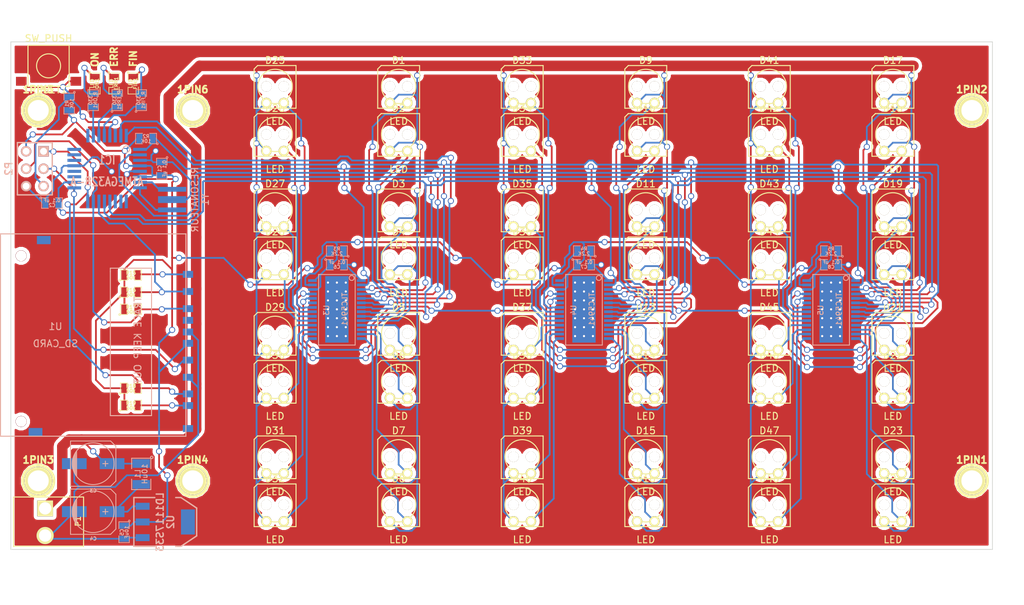
<source format=kicad_pcb>
(kicad_pcb (version 4) (host pcbnew 4.0.0-rc1-stable)
  (layers (0 F.Cu signal) (31 B.Cu signal) (34 B.Paste user) (35 F.Paste user) (36 B.SilkS user) (37 F.SilkS user) (38 B.Mask user) (39 F.Mask user) (44 Edge.Cuts user))
  (net 0 "")
  (net 1 /ERR)
  (net 2 /FIN)
  (net 3 /MISO)
  (net 4 /MOSI)
  (net 5 /ON)
  (net 6 /RST)
  (net 7 /SCK)
  (net 8 /SS)
  (net 9 /tlcs_1-3/BLANK)
  (net 10 /tlcs_1-3/GSCLK)
  (net 11 /tlcs_1-3/MODE)
  (net 12 /tlcs_1-3/SCLK)
  (net 13 /tlcs_1-3/SIN)
  (net 14 /tlcs_1-3/VCC)
  (net 15 /tlcs_1-3/VIN)
  (net 16 /tlcs_1-3/XLAT)
  (net 17 GND)
  (net 18 N-0000017)
  (net 19 N-0000020)
  (net 20 N-0000021)
  (net 21 N-0000022)
  (net 22 N-0000024)
  (net 23 N-0000037)
  (net 24 N-0000038)
  (net 25 N-0000039)
  (net 26 N-000004)
  (net 27 N-0000040)
  (net 28 N-0000041)
  (net 29 N-0000042)
  (net 30 N-0000043)
  (net 31 N-0000044)
  (net 32 N-0000045)
  (net 33 N-0000046)
  (net 34 N-0000047)
  (net 35 N-0000048)
  (net 36 N-0000049)
  (net 37 N-000005)
  (net 38 N-0000050)
  (net 39 N-0000051)
  (net 40 N-0000052)
  (net 41 N-0000053)
  (net 42 N-0000054)
  (net 43 N-0000055)
  (net 44 N-0000056)
  (net 45 N-0000057)
  (net 46 N-0000058)
  (net 47 N-0000059)
  (net 48 N-000006)
  (net 49 N-0000060)
  (net 50 N-0000061)
  (net 51 N-0000062)
  (net 52 N-0000063)
  (net 53 N-0000064)
  (net 54 N-0000065)
  (net 55 N-0000066)
  (net 56 N-0000067)
  (net 57 N-0000068)
  (net 58 N-0000069)
  (net 59 N-0000070)
  (net 60 N-0000071)
  (net 61 N-0000072)
  (net 62 N-0000073)
  (net 63 N-0000074)
  (net 64 N-0000075)
  (net 65 N-0000076)
  (net 66 N-0000077)
  (net 67 N-0000078)
  (net 68 N-0000079)
  (net 69 N-0000080)
  (net 70 N-0000081)
  (net 71 N-0000082)
  (net 72 N-0000083)
  (net 73 N-0000084)
  (net 74 N-0000085)
  (net 75 N-0000086)
  (net 76 N-0000087)
  (net 77 N-0000088)
  (net 78 N-0000089)
  (module TLC5940_THERMVIAS2 (layer B.Cu) (at 114.5 133.5 270)
    (fp_text reference U3 (at 0.127 1.524 270) (layer B.SilkS) (effects (font (size 0.762 0.762) (thickness 0.127)) (justify mirror)))
    (fp_text value TLC5941 (at 0 -1.143 270) (layer B.SilkS) (effects (font (size 0.762 0.762) (thickness 0.127)) (justify mirror)))
    (pad 1 smd rect (at -4.191 -3.556 270) (size 0.4064 1.27) (layers B.Cu B.Paste B.Mask) (net 17 GND))
    (pad 2 smd rect (at -3.556 -3.556 270) (size 0.4064 1.27) (layers B.Cu B.Paste B.Mask) (net 9 /tlcs_1-3/BLANK))
    (pad 3 smd rect (at -2.8956 -3.556 270) (size 0.4064 1.27) (layers B.Cu B.Paste B.Mask) (net 16 /tlcs_1-3/XLAT))
    (pad 4 smd rect (at -2.2352 -3.556 270) (size 0.4064 1.27) (layers B.Cu B.Paste B.Mask) (net 12 /tlcs_1-3/SCLK))
    (pad 5 smd rect (at -1.6002 -3.556 270) (size 0.4064 1.27) (layers B.Cu B.Paste B.Mask) (net 13 /tlcs_1-3/SIN))
    (pad 6 smd rect (at -0.9398 -3.556 270) (size 0.4064 1.27) (layers B.Cu B.Paste B.Mask) (net 11 /tlcs_1-3/MODE))
    (pad 7 smd rect (at -0.2794 -3.556 270) (size 0.4064 1.27) (layers B.Cu B.Paste B.Mask) (net 71 N-0000082))
    (pad 8 smd rect (at 0.3556 -3.556 270) (size 0.4064 1.27) (layers B.Cu B.Paste B.Mask) (net 70 N-0000081))
    (pad 9 smd rect (at 1.016 -3.556 270) (size 0.4064 1.27) (layers B.Cu B.Paste B.Mask) (net 69 N-0000080))
    (pad 10 smd rect (at 1.651 -3.556 270) (size 0.4064 1.27) (layers B.Cu B.Paste B.Mask) (net 68 N-0000079))
    (pad 11 smd rect (at 2.3114 -3.556 270) (size 0.4064 1.27) (layers B.Cu B.Paste B.Mask) (net 67 N-0000078))
    (pad 12 smd rect (at 2.9718 -3.556 270) (size 0.4064 1.27) (layers B.Cu B.Paste B.Mask) (net 66 N-0000077))
    (pad 13 smd rect (at 3.6068 -3.556 270) (size 0.4064 1.27) (layers B.Cu B.Paste B.Mask) (net 72 N-0000083))
    (pad 14 smd rect (at 4.2672 -3.556 270) (size 0.4064 1.27) (layers B.Cu B.Paste B.Mask) (net 73 N-0000084))
    (pad 15 smd rect (at 4.2672 3.556 270) (size 0.4064 1.27) (layers B.Cu B.Paste B.Mask) (net 51 N-0000062))
    (pad 16 smd rect (at 3.6068 3.556 270) (size 0.4064 1.27) (layers B.Cu B.Paste B.Mask) (net 52 N-0000063))
    (pad 17 smd rect (at 2.9972 3.556 270) (size 0.4064 1.27) (layers B.Cu B.Paste B.Mask) (net 53 N-0000064))
    (pad 18 smd rect (at 2.3114 3.556 270) (size 0.4064 1.27) (layers B.Cu B.Paste B.Mask) (net 54 N-0000065))
    (pad 19 smd rect (at 1.651 3.556 270) (size 0.4064 1.27) (layers B.Cu B.Paste B.Mask) (net 55 N-0000066))
    (pad 20 smd rect (at 1.016 3.556 270) (size 0.4064 1.27) (layers B.Cu B.Paste B.Mask) (net 56 N-0000067))
    (pad 21 smd rect (at 0.3556 3.556 270) (size 0.4064 1.27) (layers B.Cu B.Paste B.Mask) (net 57 N-0000068))
    (pad 22 smd rect (at -0.2794 3.556 270) (size 0.4064 1.27) (layers B.Cu B.Paste B.Mask) (net 58 N-0000069))
    (pad 23 smd rect (at -0.9398 3.556 270) (size 0.4064 1.27) (layers B.Cu B.Paste B.Mask))
    (pad 24 smd rect (at -1.6002 3.556 270) (size 0.4064 1.27) (layers B.Cu B.Paste B.Mask) (net 74 N-0000085))
    (pad 25 smd rect (at -2.2352 3.556 270) (size 0.4064 1.27) (layers B.Cu B.Paste B.Mask) (net 10 /tlcs_1-3/GSCLK))
    (pad 26 smd rect (at -2.8956 3.556 270) (size 0.4064 1.27) (layers B.Cu B.Paste B.Mask) (net 14 /tlcs_1-3/VCC))
    (pad 27 smd rect (at -3.556 3.556 270) (size 0.4064 1.27) (layers B.Cu B.Paste B.Mask) (net 75 N-0000086))
    (pad 28 smd rect (at -4.191 3.556 270) (size 0.4064 1.27) (layers B.Cu B.Paste B.Mask) (net 14 /tlcs_1-3/VCC))
    (pad "" smd rect (at 0 0 270) (size 9.7 3.4) (layers B.Cu) (net 17 GND))
    (pad "" thru_hole circle (at -3.9 0 270) (size 0.3 0.3) (drill 0.3) (layers *.Cu *.Mask B.SilkS) (net 17 GND))
    (pad "" thru_hole circle (at -3.9 1.3 270) (size 0.3 0.3) (drill 0.3) (layers *.Cu *.Mask B.SilkS) (net 17 GND))
    (pad "" thru_hole circle (at -2.6 1.3 270) (size 0.3 0.3) (drill 0.3) (layers *.Cu *.Mask B.SilkS) (net 17 GND))
    (pad "" thru_hole circle (at -1.3 1.3 270) (size 0.3 0.3) (drill 0.3) (layers *.Cu *.Mask B.SilkS) (net 17 GND))
    (pad "" thru_hole circle (at 0 1.3 270) (size 0.3 0.3) (drill 0.3) (layers *.Cu *.Mask B.SilkS) (net 17 GND))
    (pad "" thru_hole circle (at 1.3 1.3 270) (size 0.3 0.3) (drill 0.3) (layers *.Cu *.Mask B.SilkS) (net 17 GND))
    (pad "" thru_hole circle (at 2.6 1.3 270) (size 0.3 0.3) (drill 0.3) (layers *.Cu *.Mask B.SilkS) (net 17 GND))
    (pad "" thru_hole circle (at 3.9 1.3 270) (size 0.3 0.3) (drill 0.3) (layers *.Cu *.Mask B.SilkS) (net 17 GND))
    (pad "" thru_hole circle (at 3.9 0 270) (size 0.3 0.3) (drill 0.3) (layers *.Cu *.Mask B.SilkS) (net 17 GND))
    (pad "" thru_hole circle (at 2.6 0 270) (size 0.3 0.3) (drill 0.3) (layers *.Cu *.Mask B.SilkS) (net 17 GND))
    (pad "" thru_hole circle (at 1.3 0 270) (size 0.3 0.3) (drill 0.3) (layers *.Cu *.Mask B.SilkS) (net 17 GND))
    (pad "" thru_hole circle (at 0 0 270) (size 0.3 0.3) (drill 0.3) (layers *.Cu *.Mask B.SilkS) (net 17 GND))
    (pad "" thru_hole circle (at -1.3 0 270) (size 0.3 0.3) (drill 0.3) (layers *.Cu *.Mask B.SilkS) (net 17 GND))
    (pad "" thru_hole circle (at -2.6 0 270) (size 0.3 0.3) (drill 0.3) (layers *.Cu *.Mask B.SilkS) (net 17 GND))
    (pad "" thru_hole circle (at -3.9 -1.3 270) (size 0.3 0.3) (drill 0.3) (layers *.Cu *.Mask B.SilkS) (net 17 GND))
    (pad "" thru_hole circle (at -2.6 -1.3 270) (size 0.3 0.3) (drill 0.3) (layers *.Cu *.Mask B.SilkS) (net 17 GND))
    (pad "" thru_hole circle (at -1.3 -1.3 270) (size 0.3 0.3) (drill 0.3) (layers *.Cu *.Mask B.SilkS) (net 17 GND))
    (pad "" thru_hole circle (at 0 -1.3 270) (size 0.3 0.3) (drill 0.3) (layers *.Cu *.Mask B.SilkS) (net 17 GND))
    (pad "" thru_hole circle (at 1.3 -1.3 270) (size 0.3 0.3) (drill 0.3) (layers *.Cu *.Mask B.SilkS) (net 17 GND))
    (pad "" thru_hole circle (at 2.6 -1.3 270) (size 0.3 0.3) (drill 0.3) (layers *.Cu *.Mask B.SilkS) (net 17 GND))
    (pad "" thru_hole circle (at 3.9 -1.3 270) (size 0.3 0.3) (drill 0.3) (layers *.Cu *.Mask B.SilkS) (net 17 GND))
  )
  (module PCV220_LEDSOCKET (layer F.Cu) (at 195.5 155)
    (fp_text reference D23 (at 0 -3.81) (layer F.SilkS))
    (fp_text value LED (at 0 5.08) (layer F.SilkS))
    (pad 1 thru_hole circle (at -1.27 2.41) (size 1.52 1.52) (drill 1.02) (layers *.Cu *.Mask F.SilkS) (net 15 /tlcs_1-3/VIN))
    (pad 2 thru_hole circle (at 1.27 2.41) (size 1.52 1.52) (drill 1.02) (layers *.Cu *.Mask F.SilkS) (net 40 N-0000052))
    (pad "" thru_hole circle (at -1.27 0) (size 1.52 1.52) (drill 1.52) (layers *.Cu *.Mask F.SilkS))
    (pad "" thru_hole circle (at 1.27 0) (size 1.52 1.52) (drill 1.52) (layers *.Cu *.Mask F.SilkS))
  )
  (module PCV220_LEDSOCKET (layer F.Cu) (at 195.5 144)
    (fp_text reference D22 (at 0 -3.81) (layer F.SilkS))
    (fp_text value LED (at 0 5.08) (layer F.SilkS))
    (pad 1 thru_hole circle (at -1.27 2.41) (size 1.52 1.52) (drill 1.02) (layers *.Cu *.Mask F.SilkS) (net 15 /tlcs_1-3/VIN))
    (pad 2 thru_hole circle (at 1.27 2.41) (size 1.52 1.52) (drill 1.02) (layers *.Cu *.Mask F.SilkS) (net 42 N-0000054))
    (pad "" thru_hole circle (at -1.27 0) (size 1.52 1.52) (drill 1.52) (layers *.Cu *.Mask F.SilkS))
    (pad "" thru_hole circle (at 1.27 0) (size 1.52 1.52) (drill 1.52) (layers *.Cu *.Mask F.SilkS))
  )
  (module PCV220_LEDSOCKET (layer F.Cu) (at 195.5 137)
    (fp_text reference D21 (at 0 -3.81) (layer F.SilkS))
    (fp_text value LED (at 0 5.08) (layer F.SilkS))
    (pad 1 thru_hole circle (at -1.27 2.41) (size 1.52 1.52) (drill 1.02) (layers *.Cu *.Mask F.SilkS) (net 15 /tlcs_1-3/VIN))
    (pad 2 thru_hole circle (at 1.27 2.41) (size 1.52 1.52) (drill 1.02) (layers *.Cu *.Mask F.SilkS) (net 23 N-0000037))
    (pad "" thru_hole circle (at -1.27 0) (size 1.52 1.52) (drill 1.52) (layers *.Cu *.Mask F.SilkS))
    (pad "" thru_hole circle (at 1.27 0) (size 1.52 1.52) (drill 1.52) (layers *.Cu *.Mask F.SilkS))
  )
  (module PCV220_LEDSOCKET (layer F.Cu) (at 195.5 126)
    (fp_text reference D20 (at 0 -3.81) (layer F.SilkS))
    (fp_text value LED (at 0 5.08) (layer F.SilkS))
    (pad 1 thru_hole circle (at -1.27 2.41) (size 1.52 1.52) (drill 1.02) (layers *.Cu *.Mask F.SilkS) (net 15 /tlcs_1-3/VIN))
    (pad 2 thru_hole circle (at 1.27 2.41) (size 1.52 1.52) (drill 1.02) (layers *.Cu *.Mask F.SilkS) (net 28 N-0000041))
    (pad "" thru_hole circle (at -1.27 0) (size 1.52 1.52) (drill 1.52) (layers *.Cu *.Mask F.SilkS))
    (pad "" thru_hole circle (at 1.27 0) (size 1.52 1.52) (drill 1.52) (layers *.Cu *.Mask F.SilkS))
  )
  (module PCV220_LEDSOCKET (layer F.Cu) (at 195.5 119)
    (fp_text reference D19 (at 0 -3.81) (layer F.SilkS))
    (fp_text value LED (at 0 5.08) (layer F.SilkS))
    (pad 1 thru_hole circle (at -1.27 2.41) (size 1.52 1.52) (drill 1.02) (layers *.Cu *.Mask F.SilkS) (net 15 /tlcs_1-3/VIN))
    (pad 2 thru_hole circle (at 1.27 2.41) (size 1.52 1.52) (drill 1.02) (layers *.Cu *.Mask F.SilkS) (net 27 N-0000040))
    (pad "" thru_hole circle (at -1.27 0) (size 1.52 1.52) (drill 1.52) (layers *.Cu *.Mask F.SilkS))
    (pad "" thru_hole circle (at 1.27 0) (size 1.52 1.52) (drill 1.52) (layers *.Cu *.Mask F.SilkS))
  )
  (module PCV220_LEDSOCKET (layer F.Cu) (at 195.5 108)
    (fp_text reference D18 (at 0 -3.81) (layer F.SilkS))
    (fp_text value LED (at 0 5.08) (layer F.SilkS))
    (pad 1 thru_hole circle (at -1.27 2.41) (size 1.52 1.52) (drill 1.02) (layers *.Cu *.Mask F.SilkS) (net 15 /tlcs_1-3/VIN))
    (pad 2 thru_hole circle (at 1.27 2.41) (size 1.52 1.52) (drill 1.02) (layers *.Cu *.Mask F.SilkS) (net 25 N-0000039))
    (pad "" thru_hole circle (at -1.27 0) (size 1.52 1.52) (drill 1.52) (layers *.Cu *.Mask F.SilkS))
    (pad "" thru_hole circle (at 1.27 0) (size 1.52 1.52) (drill 1.52) (layers *.Cu *.Mask F.SilkS))
  )
  (module PCV220_LEDSOCKET (layer F.Cu) (at 195.5 101)
    (fp_text reference D17 (at 0 -3.81) (layer F.SilkS))
    (fp_text value LED (at 0 5.08) (layer F.SilkS))
    (pad 1 thru_hole circle (at -1.27 2.41) (size 1.52 1.52) (drill 1.02) (layers *.Cu *.Mask F.SilkS) (net 15 /tlcs_1-3/VIN))
    (pad 2 thru_hole circle (at 1.27 2.41) (size 1.52 1.52) (drill 1.02) (layers *.Cu *.Mask F.SilkS) (net 24 N-0000038))
    (pad "" thru_hole circle (at -1.27 0) (size 1.52 1.52) (drill 1.52) (layers *.Cu *.Mask F.SilkS))
    (pad "" thru_hole circle (at 1.27 0) (size 1.52 1.52) (drill 1.52) (layers *.Cu *.Mask F.SilkS))
  )
  (module PCV220_LEDSOCKET (layer F.Cu) (at 159.5 162)
    (fp_text reference D16 (at 0 -3.81) (layer F.SilkS))
    (fp_text value LED (at 0 5.08) (layer F.SilkS))
    (pad 1 thru_hole circle (at -1.27 2.41) (size 1.52 1.52) (drill 1.02) (layers *.Cu *.Mask F.SilkS) (net 15 /tlcs_1-3/VIN))
    (pad 2 thru_hole circle (at 1.27 2.41) (size 1.52 1.52) (drill 1.02) (layers *.Cu *.Mask F.SilkS) (net 39 N-0000051))
    (pad "" thru_hole circle (at -1.27 0) (size 1.52 1.52) (drill 1.52) (layers *.Cu *.Mask F.SilkS))
    (pad "" thru_hole circle (at 1.27 0) (size 1.52 1.52) (drill 1.52) (layers *.Cu *.Mask F.SilkS))
  )
  (module PCV220_LEDSOCKET (layer F.Cu) (at 159.5 155)
    (fp_text reference D15 (at 0 -3.81) (layer F.SilkS))
    (fp_text value LED (at 0 5.08) (layer F.SilkS))
    (pad 1 thru_hole circle (at -1.27 2.41) (size 1.52 1.52) (drill 1.02) (layers *.Cu *.Mask F.SilkS) (net 15 /tlcs_1-3/VIN))
    (pad 2 thru_hole circle (at 1.27 2.41) (size 1.52 1.52) (drill 1.02) (layers *.Cu *.Mask F.SilkS) (net 50 N-0000061))
    (pad "" thru_hole circle (at -1.27 0) (size 1.52 1.52) (drill 1.52) (layers *.Cu *.Mask F.SilkS))
    (pad "" thru_hole circle (at 1.27 0) (size 1.52 1.52) (drill 1.52) (layers *.Cu *.Mask F.SilkS))
  )
  (module PCV220_LEDSOCKET (layer F.Cu) (at 159.5 144)
    (fp_text reference D14 (at 0 -3.81) (layer F.SilkS))
    (fp_text value LED (at 0 5.08) (layer F.SilkS))
    (pad 1 thru_hole circle (at -1.27 2.41) (size 1.52 1.52) (drill 1.02) (layers *.Cu *.Mask F.SilkS) (net 15 /tlcs_1-3/VIN))
    (pad 2 thru_hole circle (at 1.27 2.41) (size 1.52 1.52) (drill 1.02) (layers *.Cu *.Mask F.SilkS) (net 49 N-0000060))
    (pad "" thru_hole circle (at -1.27 0) (size 1.52 1.52) (drill 1.52) (layers *.Cu *.Mask F.SilkS))
    (pad "" thru_hole circle (at 1.27 0) (size 1.52 1.52) (drill 1.52) (layers *.Cu *.Mask F.SilkS))
  )
  (module PCV220_LEDSOCKET (layer F.Cu) (at 159.5 137)
    (fp_text reference D13 (at 0 -3.81) (layer F.SilkS))
    (fp_text value LED (at 0 5.08) (layer F.SilkS))
    (pad 1 thru_hole circle (at -1.27 2.41) (size 1.52 1.52) (drill 1.02) (layers *.Cu *.Mask F.SilkS) (net 15 /tlcs_1-3/VIN))
    (pad 2 thru_hole circle (at 1.27 2.41) (size 1.52 1.52) (drill 1.02) (layers *.Cu *.Mask F.SilkS) (net 47 N-0000059))
    (pad "" thru_hole circle (at -1.27 0) (size 1.52 1.52) (drill 1.52) (layers *.Cu *.Mask F.SilkS))
    (pad "" thru_hole circle (at 1.27 0) (size 1.52 1.52) (drill 1.52) (layers *.Cu *.Mask F.SilkS))
  )
  (module PCV220_LEDSOCKET (layer F.Cu) (at 195.5 162)
    (fp_text reference D24 (at 0 -3.81) (layer F.SilkS))
    (fp_text value LED (at 0 5.08) (layer F.SilkS))
    (pad 1 thru_hole circle (at -1.27 2.41) (size 1.52 1.52) (drill 1.02) (layers *.Cu *.Mask F.SilkS) (net 15 /tlcs_1-3/VIN))
    (pad 2 thru_hole circle (at 1.27 2.41) (size 1.52 1.52) (drill 1.02) (layers *.Cu *.Mask F.SilkS) (net 41 N-0000053))
    (pad "" thru_hole circle (at -1.27 0) (size 1.52 1.52) (drill 1.52) (layers *.Cu *.Mask F.SilkS))
    (pad "" thru_hole circle (at 1.27 0) (size 1.52 1.52) (drill 1.52) (layers *.Cu *.Mask F.SilkS))
  )
  (module PCV220_LEDSOCKET (layer F.Cu) (at 159.5 119)
    (fp_text reference D11 (at 0 -3.81) (layer F.SilkS))
    (fp_text value LED (at 0 5.08) (layer F.SilkS))
    (pad 1 thru_hole circle (at -1.27 2.41) (size 1.52 1.52) (drill 1.02) (layers *.Cu *.Mask F.SilkS) (net 15 /tlcs_1-3/VIN))
    (pad 2 thru_hole circle (at 1.27 2.41) (size 1.52 1.52) (drill 1.02) (layers *.Cu *.Mask F.SilkS) (net 45 N-0000057))
    (pad "" thru_hole circle (at -1.27 0) (size 1.52 1.52) (drill 1.52) (layers *.Cu *.Mask F.SilkS))
    (pad "" thru_hole circle (at 1.27 0) (size 1.52 1.52) (drill 1.52) (layers *.Cu *.Mask F.SilkS))
  )
  (module PCV220_LEDSOCKET (layer F.Cu) (at 159.5 108)
    (fp_text reference D10 (at 0 -3.81) (layer F.SilkS))
    (fp_text value LED (at 0 5.08) (layer F.SilkS))
    (pad 1 thru_hole circle (at -1.27 2.41) (size 1.52 1.52) (drill 1.02) (layers *.Cu *.Mask F.SilkS) (net 15 /tlcs_1-3/VIN))
    (pad 2 thru_hole circle (at 1.27 2.41) (size 1.52 1.52) (drill 1.02) (layers *.Cu *.Mask F.SilkS) (net 44 N-0000056))
    (pad "" thru_hole circle (at -1.27 0) (size 1.52 1.52) (drill 1.52) (layers *.Cu *.Mask F.SilkS))
    (pad "" thru_hole circle (at 1.27 0) (size 1.52 1.52) (drill 1.52) (layers *.Cu *.Mask F.SilkS))
  )
  (module PCV220_LEDSOCKET (layer F.Cu) (at 159.5 101)
    (fp_text reference D9 (at 0 -3.81) (layer F.SilkS))
    (fp_text value LED (at 0 5.08) (layer F.SilkS))
    (pad 1 thru_hole circle (at -1.27 2.41) (size 1.52 1.52) (drill 1.02) (layers *.Cu *.Mask F.SilkS) (net 15 /tlcs_1-3/VIN))
    (pad 2 thru_hole circle (at 1.27 2.41) (size 1.52 1.52) (drill 1.02) (layers *.Cu *.Mask F.SilkS) (net 43 N-0000055))
    (pad "" thru_hole circle (at -1.27 0) (size 1.52 1.52) (drill 1.52) (layers *.Cu *.Mask F.SilkS))
    (pad "" thru_hole circle (at 1.27 0) (size 1.52 1.52) (drill 1.52) (layers *.Cu *.Mask F.SilkS))
  )
  (module PCV220_LEDSOCKET (layer F.Cu) (at 123.5 162)
    (fp_text reference D8 (at 0 -3.81) (layer F.SilkS))
    (fp_text value LED (at 0 5.08) (layer F.SilkS))
    (pad 1 thru_hole circle (at -1.27 2.41) (size 1.52 1.52) (drill 1.02) (layers *.Cu *.Mask F.SilkS) (net 15 /tlcs_1-3/VIN))
    (pad 2 thru_hole circle (at 1.27 2.41) (size 1.52 1.52) (drill 1.02) (layers *.Cu *.Mask F.SilkS) (net 73 N-0000084))
    (pad "" thru_hole circle (at -1.27 0) (size 1.52 1.52) (drill 1.52) (layers *.Cu *.Mask F.SilkS))
    (pad "" thru_hole circle (at 1.27 0) (size 1.52 1.52) (drill 1.52) (layers *.Cu *.Mask F.SilkS))
  )
  (module PCV220_LEDSOCKET (layer F.Cu) (at 123.5 155)
    (fp_text reference D7 (at 0 -3.81) (layer F.SilkS))
    (fp_text value LED (at 0 5.08) (layer F.SilkS))
    (pad 1 thru_hole circle (at -1.27 2.41) (size 1.52 1.52) (drill 1.02) (layers *.Cu *.Mask F.SilkS) (net 15 /tlcs_1-3/VIN))
    (pad 2 thru_hole circle (at 1.27 2.41) (size 1.52 1.52) (drill 1.02) (layers *.Cu *.Mask F.SilkS) (net 72 N-0000083))
    (pad "" thru_hole circle (at -1.27 0) (size 1.52 1.52) (drill 1.52) (layers *.Cu *.Mask F.SilkS))
    (pad "" thru_hole circle (at 1.27 0) (size 1.52 1.52) (drill 1.52) (layers *.Cu *.Mask F.SilkS))
  )
  (module PCV220_LEDSOCKET (layer F.Cu) (at 123.5 144)
    (fp_text reference D6 (at 0 -3.81) (layer F.SilkS))
    (fp_text value LED (at 0 5.08) (layer F.SilkS))
    (pad 1 thru_hole circle (at -1.27 2.41) (size 1.52 1.52) (drill 1.02) (layers *.Cu *.Mask F.SilkS) (net 15 /tlcs_1-3/VIN))
    (pad 2 thru_hole circle (at 1.27 2.41) (size 1.52 1.52) (drill 1.02) (layers *.Cu *.Mask F.SilkS) (net 66 N-0000077))
    (pad "" thru_hole circle (at -1.27 0) (size 1.52 1.52) (drill 1.52) (layers *.Cu *.Mask F.SilkS))
    (pad "" thru_hole circle (at 1.27 0) (size 1.52 1.52) (drill 1.52) (layers *.Cu *.Mask F.SilkS))
  )
  (module PCV220_LEDSOCKET (layer F.Cu) (at 123.5 137)
    (fp_text reference D5 (at 0 -3.81) (layer F.SilkS))
    (fp_text value LED (at 0 5.08) (layer F.SilkS))
    (pad 1 thru_hole circle (at -1.27 2.41) (size 1.52 1.52) (drill 1.02) (layers *.Cu *.Mask F.SilkS) (net 15 /tlcs_1-3/VIN))
    (pad 2 thru_hole circle (at 1.27 2.41) (size 1.52 1.52) (drill 1.02) (layers *.Cu *.Mask F.SilkS) (net 67 N-0000078))
    (pad "" thru_hole circle (at -1.27 0) (size 1.52 1.52) (drill 1.52) (layers *.Cu *.Mask F.SilkS))
    (pad "" thru_hole circle (at 1.27 0) (size 1.52 1.52) (drill 1.52) (layers *.Cu *.Mask F.SilkS))
  )
  (module PCV220_LEDSOCKET (layer F.Cu) (at 123.5 126)
    (fp_text reference D4 (at 0 -3.81) (layer F.SilkS))
    (fp_text value LED (at 0 5.08) (layer F.SilkS))
    (pad 1 thru_hole circle (at -1.27 2.41) (size 1.52 1.52) (drill 1.02) (layers *.Cu *.Mask F.SilkS) (net 15 /tlcs_1-3/VIN))
    (pad 2 thru_hole circle (at 1.27 2.41) (size 1.52 1.52) (drill 1.02) (layers *.Cu *.Mask F.SilkS) (net 68 N-0000079))
    (pad "" thru_hole circle (at -1.27 0) (size 1.52 1.52) (drill 1.52) (layers *.Cu *.Mask F.SilkS))
    (pad "" thru_hole circle (at 1.27 0) (size 1.52 1.52) (drill 1.52) (layers *.Cu *.Mask F.SilkS))
  )
  (module PCV220_LEDSOCKET (layer F.Cu) (at 123.5 119)
    (fp_text reference D3 (at 0 -3.81) (layer F.SilkS))
    (fp_text value LED (at 0 5.08) (layer F.SilkS))
    (pad 1 thru_hole circle (at -1.27 2.41) (size 1.52 1.52) (drill 1.02) (layers *.Cu *.Mask F.SilkS) (net 15 /tlcs_1-3/VIN))
    (pad 2 thru_hole circle (at 1.27 2.41) (size 1.52 1.52) (drill 1.02) (layers *.Cu *.Mask F.SilkS) (net 69 N-0000080))
    (pad "" thru_hole circle (at -1.27 0) (size 1.52 1.52) (drill 1.52) (layers *.Cu *.Mask F.SilkS))
    (pad "" thru_hole circle (at 1.27 0) (size 1.52 1.52) (drill 1.52) (layers *.Cu *.Mask F.SilkS))
  )
  (module PCV220_LEDSOCKET (layer F.Cu) (at 123.5 108)
    (fp_text reference D2 (at 0 -3.81) (layer F.SilkS))
    (fp_text value LED (at 0 5.08) (layer F.SilkS))
    (pad 1 thru_hole circle (at -1.27 2.41) (size 1.52 1.52) (drill 1.02) (layers *.Cu *.Mask F.SilkS) (net 15 /tlcs_1-3/VIN))
    (pad 2 thru_hole circle (at 1.27 2.41) (size 1.52 1.52) (drill 1.02) (layers *.Cu *.Mask F.SilkS) (net 70 N-0000081))
    (pad "" thru_hole circle (at -1.27 0) (size 1.52 1.52) (drill 1.52) (layers *.Cu *.Mask F.SilkS))
    (pad "" thru_hole circle (at 1.27 0) (size 1.52 1.52) (drill 1.52) (layers *.Cu *.Mask F.SilkS))
  )
  (module PCV220_LEDSOCKET (layer F.Cu) (at 123.5 101)
    (fp_text reference D1 (at 0 -3.81) (layer F.SilkS))
    (fp_text value LED (at 0 5.08) (layer F.SilkS))
    (pad 1 thru_hole circle (at -1.27 2.41) (size 1.52 1.52) (drill 1.02) (layers *.Cu *.Mask F.SilkS) (net 15 /tlcs_1-3/VIN))
    (pad 2 thru_hole circle (at 1.27 2.41) (size 1.52 1.52) (drill 1.02) (layers *.Cu *.Mask F.SilkS) (net 71 N-0000082))
    (pad "" thru_hole circle (at -1.27 0) (size 1.52 1.52) (drill 1.52) (layers *.Cu *.Mask F.SilkS))
    (pad "" thru_hole circle (at 1.27 0) (size 1.52 1.52) (drill 1.52) (layers *.Cu *.Mask F.SilkS))
  )
  (module PCV220_LEDSOCKET (layer F.Cu) (at 159.5 126)
    (fp_text reference D12 (at 0 -3.81) (layer F.SilkS))
    (fp_text value LED (at 0 5.08) (layer F.SilkS))
    (pad 1 thru_hole circle (at -1.27 2.41) (size 1.52 1.52) (drill 1.02) (layers *.Cu *.Mask F.SilkS) (net 15 /tlcs_1-3/VIN))
    (pad 2 thru_hole circle (at 1.27 2.41) (size 1.52 1.52) (drill 1.02) (layers *.Cu *.Mask F.SilkS) (net 46 N-0000058))
    (pad "" thru_hole circle (at -1.27 0) (size 1.52 1.52) (drill 1.52) (layers *.Cu *.Mask F.SilkS))
    (pad "" thru_hole circle (at 1.27 0) (size 1.52 1.52) (drill 1.52) (layers *.Cu *.Mask F.SilkS))
  )
  (module PCV220_LEDSOCKET (layer F.Cu) (at 177.5 155)
    (fp_text reference D47 (at 0 -3.81) (layer F.SilkS))
    (fp_text value LED (at 0 5.08) (layer F.SilkS))
    (pad 1 thru_hole circle (at -1.27 2.41) (size 1.52 1.52) (drill 1.02) (layers *.Cu *.Mask F.SilkS) (net 15 /tlcs_1-3/VIN))
    (pad 2 thru_hole circle (at 1.27 2.41) (size 1.52 1.52) (drill 1.02) (layers *.Cu *.Mask F.SilkS) (net 60 N-0000071))
    (pad "" thru_hole circle (at -1.27 0) (size 1.52 1.52) (drill 1.52) (layers *.Cu *.Mask F.SilkS))
    (pad "" thru_hole circle (at 1.27 0) (size 1.52 1.52) (drill 1.52) (layers *.Cu *.Mask F.SilkS))
  )
  (module PCV220_LEDSOCKET (layer F.Cu) (at 177.5 144)
    (fp_text reference D46 (at 0 -3.81) (layer F.SilkS))
    (fp_text value LED (at 0 5.08) (layer F.SilkS))
    (pad 1 thru_hole circle (at -1.27 2.41) (size 1.52 1.52) (drill 1.02) (layers *.Cu *.Mask F.SilkS) (net 15 /tlcs_1-3/VIN))
    (pad 2 thru_hole circle (at 1.27 2.41) (size 1.52 1.52) (drill 1.02) (layers *.Cu *.Mask F.SilkS) (net 61 N-0000072))
    (pad "" thru_hole circle (at -1.27 0) (size 1.52 1.52) (drill 1.52) (layers *.Cu *.Mask F.SilkS))
    (pad "" thru_hole circle (at 1.27 0) (size 1.52 1.52) (drill 1.52) (layers *.Cu *.Mask F.SilkS))
  )
  (module PCV220_LEDSOCKET (layer F.Cu) (at 177.5 137)
    (fp_text reference D45 (at 0 -3.81) (layer F.SilkS))
    (fp_text value LED (at 0 5.08) (layer F.SilkS))
    (pad 1 thru_hole circle (at -1.27 2.41) (size 1.52 1.52) (drill 1.02) (layers *.Cu *.Mask F.SilkS) (net 15 /tlcs_1-3/VIN))
    (pad 2 thru_hole circle (at 1.27 2.41) (size 1.52 1.52) (drill 1.02) (layers *.Cu *.Mask F.SilkS) (net 62 N-0000073))
    (pad "" thru_hole circle (at -1.27 0) (size 1.52 1.52) (drill 1.52) (layers *.Cu *.Mask F.SilkS))
    (pad "" thru_hole circle (at 1.27 0) (size 1.52 1.52) (drill 1.52) (layers *.Cu *.Mask F.SilkS))
  )
  (module PCV220_LEDSOCKET (layer F.Cu) (at 177.5 126)
    (fp_text reference D44 (at 0 -3.81) (layer F.SilkS))
    (fp_text value LED (at 0 5.08) (layer F.SilkS))
    (pad 1 thru_hole circle (at -1.27 2.41) (size 1.52 1.52) (drill 1.02) (layers *.Cu *.Mask F.SilkS) (net 15 /tlcs_1-3/VIN))
    (pad 2 thru_hole circle (at 1.27 2.41) (size 1.52 1.52) (drill 1.02) (layers *.Cu *.Mask F.SilkS) (net 63 N-0000074))
    (pad "" thru_hole circle (at -1.27 0) (size 1.52 1.52) (drill 1.52) (layers *.Cu *.Mask F.SilkS))
    (pad "" thru_hole circle (at 1.27 0) (size 1.52 1.52) (drill 1.52) (layers *.Cu *.Mask F.SilkS))
  )
  (module PCV220_LEDSOCKET (layer F.Cu) (at 177.5 119)
    (fp_text reference D43 (at 0 -3.81) (layer F.SilkS))
    (fp_text value LED (at 0 5.08) (layer F.SilkS))
    (pad 1 thru_hole circle (at -1.27 2.41) (size 1.52 1.52) (drill 1.02) (layers *.Cu *.Mask F.SilkS) (net 15 /tlcs_1-3/VIN))
    (pad 2 thru_hole circle (at 1.27 2.41) (size 1.52 1.52) (drill 1.02) (layers *.Cu *.Mask F.SilkS) (net 64 N-0000075))
    (pad "" thru_hole circle (at -1.27 0) (size 1.52 1.52) (drill 1.52) (layers *.Cu *.Mask F.SilkS))
    (pad "" thru_hole circle (at 1.27 0) (size 1.52 1.52) (drill 1.52) (layers *.Cu *.Mask F.SilkS))
  )
  (module PCV220_LEDSOCKET (layer F.Cu) (at 177.5 108)
    (fp_text reference D42 (at 0 -3.81) (layer F.SilkS))
    (fp_text value LED (at 0 5.08) (layer F.SilkS))
    (pad 1 thru_hole circle (at -1.27 2.41) (size 1.52 1.52) (drill 1.02) (layers *.Cu *.Mask F.SilkS) (net 15 /tlcs_1-3/VIN))
    (pad 2 thru_hole circle (at 1.27 2.41) (size 1.52 1.52) (drill 1.02) (layers *.Cu *.Mask F.SilkS) (net 65 N-0000076))
    (pad "" thru_hole circle (at -1.27 0) (size 1.52 1.52) (drill 1.52) (layers *.Cu *.Mask F.SilkS))
    (pad "" thru_hole circle (at 1.27 0) (size 1.52 1.52) (drill 1.52) (layers *.Cu *.Mask F.SilkS))
  )
  (module PCV220_LEDSOCKET (layer F.Cu) (at 177.5 162)
    (fp_text reference D48 (at 0 -3.81) (layer F.SilkS))
    (fp_text value LED (at 0 5.08) (layer F.SilkS))
    (pad 1 thru_hole circle (at -1.27 2.41) (size 1.52 1.52) (drill 1.02) (layers *.Cu *.Mask F.SilkS) (net 15 /tlcs_1-3/VIN))
    (pad 2 thru_hole circle (at 1.27 2.41) (size 1.52 1.52) (drill 1.02) (layers *.Cu *.Mask F.SilkS) (net 29 N-0000042))
    (pad "" thru_hole circle (at -1.27 0) (size 1.52 1.52) (drill 1.52) (layers *.Cu *.Mask F.SilkS))
    (pad "" thru_hole circle (at 1.27 0) (size 1.52 1.52) (drill 1.52) (layers *.Cu *.Mask F.SilkS))
  )
  (module PCV220_LEDSOCKET (layer F.Cu) (at 141.5 162)
    (fp_text reference D40 (at 0 -3.81) (layer F.SilkS))
    (fp_text value LED (at 0 5.08) (layer F.SilkS))
    (pad 1 thru_hole circle (at -1.27 2.41) (size 1.52 1.52) (drill 1.02) (layers *.Cu *.Mask F.SilkS) (net 15 /tlcs_1-3/VIN))
    (pad 2 thru_hole circle (at 1.27 2.41) (size 1.52 1.52) (drill 1.02) (layers *.Cu *.Mask F.SilkS) (net 38 N-0000050))
    (pad "" thru_hole circle (at -1.27 0) (size 1.52 1.52) (drill 1.52) (layers *.Cu *.Mask F.SilkS))
    (pad "" thru_hole circle (at 1.27 0) (size 1.52 1.52) (drill 1.52) (layers *.Cu *.Mask F.SilkS))
  )
  (module PCV220_LEDSOCKET (layer F.Cu) (at 141.5 155)
    (fp_text reference D39 (at 0 -3.81) (layer F.SilkS))
    (fp_text value LED (at 0 5.08) (layer F.SilkS))
    (pad 1 thru_hole circle (at -1.27 2.41) (size 1.52 1.52) (drill 1.02) (layers *.Cu *.Mask F.SilkS) (net 15 /tlcs_1-3/VIN))
    (pad 2 thru_hole circle (at 1.27 2.41) (size 1.52 1.52) (drill 1.02) (layers *.Cu *.Mask F.SilkS) (net 36 N-0000049))
    (pad "" thru_hole circle (at -1.27 0) (size 1.52 1.52) (drill 1.52) (layers *.Cu *.Mask F.SilkS))
    (pad "" thru_hole circle (at 1.27 0) (size 1.52 1.52) (drill 1.52) (layers *.Cu *.Mask F.SilkS))
  )
  (module PCV220_LEDSOCKET (layer F.Cu) (at 141.5 144)
    (fp_text reference D38 (at 0 -3.81) (layer F.SilkS))
    (fp_text value LED (at 0 5.08) (layer F.SilkS))
    (pad 1 thru_hole circle (at -1.27 2.41) (size 1.52 1.52) (drill 1.02) (layers *.Cu *.Mask F.SilkS) (net 15 /tlcs_1-3/VIN))
    (pad 2 thru_hole circle (at 1.27 2.41) (size 1.52 1.52) (drill 1.02) (layers *.Cu *.Mask F.SilkS) (net 35 N-0000048))
    (pad "" thru_hole circle (at -1.27 0) (size 1.52 1.52) (drill 1.52) (layers *.Cu *.Mask F.SilkS))
    (pad "" thru_hole circle (at 1.27 0) (size 1.52 1.52) (drill 1.52) (layers *.Cu *.Mask F.SilkS))
  )
  (module PCV220_LEDSOCKET (layer F.Cu) (at 141.5 137)
    (fp_text reference D37 (at 0 -3.81) (layer F.SilkS))
    (fp_text value LED (at 0 5.08) (layer F.SilkS))
    (pad 1 thru_hole circle (at -1.27 2.41) (size 1.52 1.52) (drill 1.02) (layers *.Cu *.Mask F.SilkS) (net 15 /tlcs_1-3/VIN))
    (pad 2 thru_hole circle (at 1.27 2.41) (size 1.52 1.52) (drill 1.02) (layers *.Cu *.Mask F.SilkS) (net 34 N-0000047))
    (pad "" thru_hole circle (at -1.27 0) (size 1.52 1.52) (drill 1.52) (layers *.Cu *.Mask F.SilkS))
    (pad "" thru_hole circle (at 1.27 0) (size 1.52 1.52) (drill 1.52) (layers *.Cu *.Mask F.SilkS))
  )
  (module PCV220_LEDSOCKET (layer F.Cu) (at 141.5 126)
    (fp_text reference D36 (at 0 -3.81) (layer F.SilkS))
    (fp_text value LED (at 0 5.08) (layer F.SilkS))
    (pad 1 thru_hole circle (at -1.27 2.41) (size 1.52 1.52) (drill 1.02) (layers *.Cu *.Mask F.SilkS) (net 15 /tlcs_1-3/VIN))
    (pad 2 thru_hole circle (at 1.27 2.41) (size 1.52 1.52) (drill 1.02) (layers *.Cu *.Mask F.SilkS) (net 33 N-0000046))
    (pad "" thru_hole circle (at -1.27 0) (size 1.52 1.52) (drill 1.52) (layers *.Cu *.Mask F.SilkS))
    (pad "" thru_hole circle (at 1.27 0) (size 1.52 1.52) (drill 1.52) (layers *.Cu *.Mask F.SilkS))
  )
  (module PCV220_LEDSOCKET (layer F.Cu) (at 177.5 101)
    (fp_text reference D41 (at 0 -3.81) (layer F.SilkS))
    (fp_text value LED (at 0 5.08) (layer F.SilkS))
    (pad 1 thru_hole circle (at -1.27 2.41) (size 1.52 1.52) (drill 1.02) (layers *.Cu *.Mask F.SilkS) (net 15 /tlcs_1-3/VIN))
    (pad 2 thru_hole circle (at 1.27 2.41) (size 1.52 1.52) (drill 1.02) (layers *.Cu *.Mask F.SilkS) (net 59 N-0000070))
    (pad "" thru_hole circle (at -1.27 0) (size 1.52 1.52) (drill 1.52) (layers *.Cu *.Mask F.SilkS))
    (pad "" thru_hole circle (at 1.27 0) (size 1.52 1.52) (drill 1.52) (layers *.Cu *.Mask F.SilkS))
  )
  (module PCV220_LEDSOCKET (layer F.Cu) (at 105.5 108)
    (fp_text reference D26 (at 0 -3.81) (layer F.SilkS))
    (fp_text value LED (at 0 5.08) (layer F.SilkS))
    (pad 1 thru_hole circle (at -1.27 2.41) (size 1.52 1.52) (drill 1.02) (layers *.Cu *.Mask F.SilkS) (net 15 /tlcs_1-3/VIN))
    (pad 2 thru_hole circle (at 1.27 2.41) (size 1.52 1.52) (drill 1.02) (layers *.Cu *.Mask F.SilkS) (net 57 N-0000068))
    (pad "" thru_hole circle (at -1.27 0) (size 1.52 1.52) (drill 1.52) (layers *.Cu *.Mask F.SilkS))
    (pad "" thru_hole circle (at 1.27 0) (size 1.52 1.52) (drill 1.52) (layers *.Cu *.Mask F.SilkS))
  )
  (module PCV220_LEDSOCKET (layer F.Cu) (at 105.5 119)
    (fp_text reference D27 (at 0 -3.81) (layer F.SilkS))
    (fp_text value LED (at 0 5.08) (layer F.SilkS))
    (pad 1 thru_hole circle (at -1.27 2.41) (size 1.52 1.52) (drill 1.02) (layers *.Cu *.Mask F.SilkS) (net 15 /tlcs_1-3/VIN))
    (pad 2 thru_hole circle (at 1.27 2.41) (size 1.52 1.52) (drill 1.02) (layers *.Cu *.Mask F.SilkS) (net 56 N-0000067))
    (pad "" thru_hole circle (at -1.27 0) (size 1.52 1.52) (drill 1.52) (layers *.Cu *.Mask F.SilkS))
    (pad "" thru_hole circle (at 1.27 0) (size 1.52 1.52) (drill 1.52) (layers *.Cu *.Mask F.SilkS))
  )
  (module PCV220_LEDSOCKET (layer F.Cu) (at 105.5 126)
    (fp_text reference D28 (at 0 -3.81) (layer F.SilkS))
    (fp_text value LED (at 0 5.08) (layer F.SilkS))
    (pad 1 thru_hole circle (at -1.27 2.41) (size 1.52 1.52) (drill 1.02) (layers *.Cu *.Mask F.SilkS) (net 15 /tlcs_1-3/VIN))
    (pad 2 thru_hole circle (at 1.27 2.41) (size 1.52 1.52) (drill 1.02) (layers *.Cu *.Mask F.SilkS) (net 55 N-0000066))
    (pad "" thru_hole circle (at -1.27 0) (size 1.52 1.52) (drill 1.52) (layers *.Cu *.Mask F.SilkS))
    (pad "" thru_hole circle (at 1.27 0) (size 1.52 1.52) (drill 1.52) (layers *.Cu *.Mask F.SilkS))
  )
  (module PCV220_LEDSOCKET (layer F.Cu) (at 105.5 137)
    (fp_text reference D29 (at 0 -3.81) (layer F.SilkS))
    (fp_text value LED (at 0 5.08) (layer F.SilkS))
    (pad 1 thru_hole circle (at -1.27 2.41) (size 1.52 1.52) (drill 1.02) (layers *.Cu *.Mask F.SilkS) (net 15 /tlcs_1-3/VIN))
    (pad 2 thru_hole circle (at 1.27 2.41) (size 1.52 1.52) (drill 1.02) (layers *.Cu *.Mask F.SilkS) (net 54 N-0000065))
    (pad "" thru_hole circle (at -1.27 0) (size 1.52 1.52) (drill 1.52) (layers *.Cu *.Mask F.SilkS))
    (pad "" thru_hole circle (at 1.27 0) (size 1.52 1.52) (drill 1.52) (layers *.Cu *.Mask F.SilkS))
  )
  (module PCV220_LEDSOCKET (layer F.Cu) (at 105.5 144)
    (fp_text reference D30 (at 0 -3.81) (layer F.SilkS))
    (fp_text value LED (at 0 5.08) (layer F.SilkS))
    (pad 1 thru_hole circle (at -1.27 2.41) (size 1.52 1.52) (drill 1.02) (layers *.Cu *.Mask F.SilkS) (net 15 /tlcs_1-3/VIN))
    (pad 2 thru_hole circle (at 1.27 2.41) (size 1.52 1.52) (drill 1.02) (layers *.Cu *.Mask F.SilkS) (net 53 N-0000064))
    (pad "" thru_hole circle (at -1.27 0) (size 1.52 1.52) (drill 1.52) (layers *.Cu *.Mask F.SilkS))
    (pad "" thru_hole circle (at 1.27 0) (size 1.52 1.52) (drill 1.52) (layers *.Cu *.Mask F.SilkS))
  )
  (module PCV220_LEDSOCKET (layer F.Cu) (at 105.5 155)
    (fp_text reference D31 (at 0 -3.81) (layer F.SilkS))
    (fp_text value LED (at 0 5.08) (layer F.SilkS))
    (pad 1 thru_hole circle (at -1.27 2.41) (size 1.52 1.52) (drill 1.02) (layers *.Cu *.Mask F.SilkS) (net 15 /tlcs_1-3/VIN))
    (pad 2 thru_hole circle (at 1.27 2.41) (size 1.52 1.52) (drill 1.02) (layers *.Cu *.Mask F.SilkS) (net 52 N-0000063))
    (pad "" thru_hole circle (at -1.27 0) (size 1.52 1.52) (drill 1.52) (layers *.Cu *.Mask F.SilkS))
    (pad "" thru_hole circle (at 1.27 0) (size 1.52 1.52) (drill 1.52) (layers *.Cu *.Mask F.SilkS))
  )
  (module PCV220_LEDSOCKET (layer F.Cu) (at 105.5 162)
    (fp_text reference D32 (at 0 -3.81) (layer F.SilkS))
    (fp_text value LED (at 0 5.08) (layer F.SilkS))
    (pad 1 thru_hole circle (at -1.27 2.41) (size 1.52 1.52) (drill 1.02) (layers *.Cu *.Mask F.SilkS) (net 15 /tlcs_1-3/VIN))
    (pad 2 thru_hole circle (at 1.27 2.41) (size 1.52 1.52) (drill 1.02) (layers *.Cu *.Mask F.SilkS) (net 51 N-0000062))
    (pad "" thru_hole circle (at -1.27 0) (size 1.52 1.52) (drill 1.52) (layers *.Cu *.Mask F.SilkS))
    (pad "" thru_hole circle (at 1.27 0) (size 1.52 1.52) (drill 1.52) (layers *.Cu *.Mask F.SilkS))
  )
  (module PCV220_LEDSOCKET (layer F.Cu) (at 141.5 101)
    (fp_text reference D33 (at 0 -3.81) (layer F.SilkS))
    (fp_text value LED (at 0 5.08) (layer F.SilkS))
    (pad 1 thru_hole circle (at -1.27 2.41) (size 1.52 1.52) (drill 1.02) (layers *.Cu *.Mask F.SilkS) (net 15 /tlcs_1-3/VIN))
    (pad 2 thru_hole circle (at 1.27 2.41) (size 1.52 1.52) (drill 1.02) (layers *.Cu *.Mask F.SilkS) (net 30 N-0000043))
    (pad "" thru_hole circle (at -1.27 0) (size 1.52 1.52) (drill 1.52) (layers *.Cu *.Mask F.SilkS))
    (pad "" thru_hole circle (at 1.27 0) (size 1.52 1.52) (drill 1.52) (layers *.Cu *.Mask F.SilkS))
  )
  (module PCV220_LEDSOCKET (layer F.Cu) (at 141.5 108)
    (fp_text reference D34 (at 0 -3.81) (layer F.SilkS))
    (fp_text value LED (at 0 5.08) (layer F.SilkS))
    (pad 1 thru_hole circle (at -1.27 2.41) (size 1.52 1.52) (drill 1.02) (layers *.Cu *.Mask F.SilkS) (net 15 /tlcs_1-3/VIN))
    (pad 2 thru_hole circle (at 1.27 2.41) (size 1.52 1.52) (drill 1.02) (layers *.Cu *.Mask F.SilkS) (net 31 N-0000044))
    (pad "" thru_hole circle (at -1.27 0) (size 1.52 1.52) (drill 1.52) (layers *.Cu *.Mask F.SilkS))
    (pad "" thru_hole circle (at 1.27 0) (size 1.52 1.52) (drill 1.52) (layers *.Cu *.Mask F.SilkS))
  )
  (module PCV220_LEDSOCKET (layer F.Cu) (at 141.5 119)
    (fp_text reference D35 (at 0 -3.81) (layer F.SilkS))
    (fp_text value LED (at 0 5.08) (layer F.SilkS))
    (pad 1 thru_hole circle (at -1.27 2.41) (size 1.52 1.52) (drill 1.02) (layers *.Cu *.Mask F.SilkS) (net 15 /tlcs_1-3/VIN))
    (pad 2 thru_hole circle (at 1.27 2.41) (size 1.52 1.52) (drill 1.02) (layers *.Cu *.Mask F.SilkS) (net 32 N-0000045))
    (pad "" thru_hole circle (at -1.27 0) (size 1.52 1.52) (drill 1.52) (layers *.Cu *.Mask F.SilkS))
    (pad "" thru_hole circle (at 1.27 0) (size 1.52 1.52) (drill 1.52) (layers *.Cu *.Mask F.SilkS))
  )
  (module PCV220_LEDSOCKET (layer F.Cu) (at 105.5 101)
    (fp_text reference D25 (at 0 -3.81) (layer F.SilkS))
    (fp_text value LED (at 0 5.08) (layer F.SilkS))
    (pad 1 thru_hole circle (at -1.27 2.41) (size 1.52 1.52) (drill 1.02) (layers *.Cu *.Mask F.SilkS) (net 15 /tlcs_1-3/VIN))
    (pad 2 thru_hole circle (at 1.27 2.41) (size 1.52 1.52) (drill 1.02) (layers *.Cu *.Mask F.SilkS) (net 58 N-0000069))
    (pad "" thru_hole circle (at -1.27 0) (size 1.52 1.52) (drill 1.52) (layers *.Cu *.Mask F.SilkS))
    (pad "" thru_hole circle (at 1.27 0) (size 1.52 1.52) (drill 1.52) (layers *.Cu *.Mask F.SilkS))
  )
  (module SM0805 (layer B.Cu) (at 114.5 127)
    (fp_text reference C6 (at 0 0.3175) (layer B.SilkS) (effects (font (size 0.50038 0.50038) (thickness 0.10922)) (justify mirror)))
    (fp_text value "0.1 uF" (at 0 -0.381) (layer B.SilkS) (effects (font (size 0.50038 0.50038) (thickness 0.10922)) (justify mirror)))
    (pad 1 smd rect (at -0.9525 0) (size 0.889 1.397) (layers B.Cu B.Paste B.Mask) (net 14 /tlcs_1-3/VCC))
    (pad 2 smd rect (at 0.9525 0) (size 0.889 1.397) (layers B.Cu B.Paste B.Mask) (net 17 GND))
  )
  (module SM0805 (layer B.Cu) (at 114.5 125 180)
    (fp_text reference R3 (at 0 0.3175 180) (layer B.SilkS) (effects (font (size 0.50038 0.50038) (thickness 0.10922)) (justify mirror)))
    (fp_text value 2.2K (at 0 -0.381 180) (layer B.SilkS) (effects (font (size 0.50038 0.50038) (thickness 0.10922)) (justify mirror)))
    (pad 1 smd rect (at -0.9525 0 180) (size 0.889 1.397) (layers B.Cu B.Paste B.Mask) (net 17 GND))
    (pad 2 smd rect (at 0.9525 0 180) (size 0.889 1.397) (layers B.Cu B.Paste B.Mask) (net 75 N-0000086))
  )
  (module SM0805 (layer B.Cu) (at 150.5 127)
    (fp_text reference C7 (at 0 0.3175) (layer B.SilkS) (effects (font (size 0.50038 0.50038) (thickness 0.10922)) (justify mirror)))
    (fp_text value "0.1 uF" (at 0 -0.381) (layer B.SilkS) (effects (font (size 0.50038 0.50038) (thickness 0.10922)) (justify mirror)))
    (pad 1 smd rect (at -0.9525 0) (size 0.889 1.397) (layers B.Cu B.Paste B.Mask) (net 14 /tlcs_1-3/VCC))
    (pad 2 smd rect (at 0.9525 0) (size 0.889 1.397) (layers B.Cu B.Paste B.Mask) (net 17 GND))
  )
  (module SM0805 (layer B.Cu) (at 150.5 125 180)
    (fp_text reference R4 (at 0 0.3175 180) (layer B.SilkS) (effects (font (size 0.50038 0.50038) (thickness 0.10922)) (justify mirror)))
    (fp_text value 2.2K (at 0 -0.381 180) (layer B.SilkS) (effects (font (size 0.50038 0.50038) (thickness 0.10922)) (justify mirror)))
    (pad 1 smd rect (at -0.9525 0 180) (size 0.889 1.397) (layers B.Cu B.Paste B.Mask) (net 17 GND))
    (pad 2 smd rect (at 0.9525 0 180) (size 0.889 1.397) (layers B.Cu B.Paste B.Mask) (net 76 N-0000087))
  )
  (module SM0805 (layer B.Cu) (at 186.5 127)
    (fp_text reference C8 (at 0 0.3175) (layer B.SilkS) (effects (font (size 0.50038 0.50038) (thickness 0.10922)) (justify mirror)))
    (fp_text value "0.1 uF" (at 0 -0.381) (layer B.SilkS) (effects (font (size 0.50038 0.50038) (thickness 0.10922)) (justify mirror)))
    (pad 1 smd rect (at -0.9525 0) (size 0.889 1.397) (layers B.Cu B.Paste B.Mask) (net 14 /tlcs_1-3/VCC))
    (pad 2 smd rect (at 0.9525 0) (size 0.889 1.397) (layers B.Cu B.Paste B.Mask) (net 17 GND))
  )
  (module SM0805 (layer B.Cu) (at 186.5 125 180)
    (fp_text reference R5 (at 0 0.3175 180) (layer B.SilkS) (effects (font (size 0.50038 0.50038) (thickness 0.10922)) (justify mirror)))
    (fp_text value 2.2K (at 0 -0.381 180) (layer B.SilkS) (effects (font (size 0.50038 0.50038) (thickness 0.10922)) (justify mirror)))
    (pad 1 smd rect (at -0.9525 0 180) (size 0.889 1.397) (layers B.Cu B.Paste B.Mask) (net 17 GND))
    (pad 2 smd rect (at 0.9525 0 180) (size 0.889 1.397) (layers B.Cu B.Paste B.Mask) (net 77 N-0000088))
  )
  (module SD_CONN (layer B.Cu) (at 68.5 137 180)
    (fp_text reference U1 (at -5 1 180) (layer B.SilkS) (effects (justify mirror)))
    (fp_text value SD_CARD (at -5 -1.5 180) (layer B.SilkS) (effects (justify mirror)))
    (fp_text user "TRACE KEEP OUT" (at -17 -1 450) (layer B.SilkS) (effects (justify mirror)))
    (pad 1 smd rect (at -24.31 6.1 180) (size 1.5 1) (layers B.Cu B.Paste B.Mask) (net 8 /SS))
    (pad 2 smd rect (at -24.31 3.6 180) (size 1.5 1) (layers B.Cu B.Paste B.Mask) (net 4 /MOSI))
    (pad 3 smd rect (at -24.31 0.2 180) (size 1.5 1) (layers B.Cu B.Paste B.Mask) (net 17 GND))
    (pad 4 smd rect (at -24.31 -1.45 180) (size 1.5 1) (layers B.Cu B.Paste B.Mask) (net 14 /tlcs_1-3/VCC))
    (pad 5 smd rect (at -24.31 -3.9 180) (size 1.5 1) (layers B.Cu B.Paste B.Mask) (net 7 /SCK))
    (pad 6 smd rect (at -24.31 -6.4 180) (size 1.5 1) (layers B.Cu B.Paste B.Mask) (net 17 GND))
    (pad 7 smd rect (at -24.31 -8.83 180) (size 1.5 1) (layers B.Cu B.Paste B.Mask) (net 3 /MISO))
    (pad 8 smd rect (at -24.31 -10.53 180) (size 1.5 1) (layers B.Cu B.Paste B.Mask) (net 18 N-0000017))
    (pad 9 smd rect (at -24.31 8.6 180) (size 1.5 1) (layers B.Cu B.Paste B.Mask) (net 19 N-0000020))
    (pad WP smd rect (at -24.31 -13.88 180) (size 1.5 1) (layers B.Cu B.Paste B.Mask))
    (pad GND smd rect (at -2.1 -14.4 180) (size 2 1.2) (layers B.Cu B.Paste B.Mask))
    (pad GND smd rect (at -3.3 13.6 180) (size 2 1.2) (layers B.Cu B.Paste B.Mask))
    (pad CD smd rect (at -24.31 1.9 180) (size 1.5 1) (layers B.Cu B.Paste B.Mask))
    (pad H thru_hole circle (at 0 11.3 180) (size 1.6 1.6) (drill 1.5) (layers *.Cu *.Mask B.SilkS))
    (pad H thru_hole circle (at 0 -12.85 180) (size 1.6 1.6) (drill 1.5) (layers *.Cu *.Mask B.SilkS))
  )
  (module SM0805 (layer F.Cu) (at 84.5 147.5)
    (fp_text reference R19 (at 0 -0.3175) (layer F.SilkS) (effects (font (size 0.50038 0.50038) (thickness 0.10922))))
    (fp_text value 50k (at 0 0.381) (layer F.SilkS) (effects (font (size 0.50038 0.50038) (thickness 0.10922))))
    (pad 1 smd rect (at -0.9525 0) (size 0.889 1.397) (layers F.Cu F.Paste F.Mask) (net 14 /tlcs_1-3/VCC))
    (pad 2 smd rect (at 0.9525 0) (size 0.889 1.397) (layers F.Cu F.Paste F.Mask) (net 18 N-0000017))
  )
  (module SM0805 (layer F.Cu) (at 84.5 145)
    (fp_text reference R18 (at 0 -0.3175) (layer F.SilkS) (effects (font (size 0.50038 0.50038) (thickness 0.10922))))
    (fp_text value 50k (at 0 0.381) (layer F.SilkS) (effects (font (size 0.50038 0.50038) (thickness 0.10922))))
    (pad 1 smd rect (at -0.9525 0) (size 0.889 1.397) (layers F.Cu F.Paste F.Mask) (net 14 /tlcs_1-3/VCC))
    (pad 2 smd rect (at 0.9525 0) (size 0.889 1.397) (layers F.Cu F.Paste F.Mask) (net 3 /MISO))
  )
  (module SM0805 (layer F.Cu) (at 84.5 133.5)
    (fp_text reference R17 (at 0 -0.3175) (layer F.SilkS) (effects (font (size 0.50038 0.50038) (thickness 0.10922))))
    (fp_text value 50k (at 0 0.381) (layer F.SilkS) (effects (font (size 0.50038 0.50038) (thickness 0.10922))))
    (pad 1 smd rect (at -0.9525 0) (size 0.889 1.397) (layers F.Cu F.Paste F.Mask) (net 14 /tlcs_1-3/VCC))
    (pad 2 smd rect (at 0.9525 0) (size 0.889 1.397) (layers F.Cu F.Paste F.Mask) (net 4 /MOSI))
  )
  (module SM0805 (layer F.Cu) (at 84.5 131)
    (fp_text reference R16 (at 0 -0.3175) (layer F.SilkS) (effects (font (size 0.50038 0.50038) (thickness 0.10922))))
    (fp_text value 50k (at 0 0.381) (layer F.SilkS) (effects (font (size 0.50038 0.50038) (thickness 0.10922))))
    (pad 1 smd rect (at -0.9525 0) (size 0.889 1.397) (layers F.Cu F.Paste F.Mask) (net 14 /tlcs_1-3/VCC))
    (pad 2 smd rect (at 0.9525 0) (size 0.889 1.397) (layers F.Cu F.Paste F.Mask) (net 8 /SS))
  )
  (module SM0805 (layer F.Cu) (at 84.5 128.5)
    (fp_text reference R15 (at 0 -0.3175) (layer F.SilkS) (effects (font (size 0.50038 0.50038) (thickness 0.10922))))
    (fp_text value 50k (at 0 0.381) (layer F.SilkS) (effects (font (size 0.50038 0.50038) (thickness 0.10922))))
    (pad 1 smd rect (at -0.9525 0) (size 0.889 1.397) (layers F.Cu F.Paste F.Mask) (net 14 /tlcs_1-3/VCC))
    (pad 2 smd rect (at 0.9525 0) (size 0.889 1.397) (layers F.Cu F.Paste F.Mask) (net 19 N-0000020))
  )
  (module SM0805 (layer B.Cu) (at 89 113 270)
    (fp_text reference C1 (at 0 0.3175 270) (layer B.SilkS) (effects (font (size 0.50038 0.50038) (thickness 0.10922)) (justify mirror)))
    (fp_text value "0.1 uF" (at 0 -0.381 270) (layer B.SilkS) (effects (font (size 0.50038 0.50038) (thickness 0.10922)) (justify mirror)))
    (pad 1 smd rect (at -0.9525 0 270) (size 0.889 1.397) (layers B.Cu B.Paste B.Mask) (net 17 GND))
    (pad 2 smd rect (at 0.9525 0 270) (size 0.889 1.397) (layers B.Cu B.Paste B.Mask) (net 14 /tlcs_1-3/VCC))
  )
  (module SM0805 (layer B.Cu) (at 73 118)
    (fp_text reference C2 (at 0 0.3175) (layer B.SilkS) (effects (font (size 0.50038 0.50038) (thickness 0.10922)) (justify mirror)))
    (fp_text value "0.1 uF" (at 0 -0.381) (layer B.SilkS) (effects (font (size 0.50038 0.50038) (thickness 0.10922)) (justify mirror)))
    (pad 1 smd rect (at -0.9525 0) (size 0.889 1.397) (layers B.Cu B.Paste B.Mask) (net 17 GND))
    (pad 2 smd rect (at 0.9525 0) (size 0.889 1.397) (layers B.Cu B.Paste B.Mask) (net 14 /tlcs_1-3/VCC))
  )
  (module c_elec_6.3x5.3 (layer B.Cu) (at 79 156)
    (fp_text reference C3 (at 0 3.937) (layer B.SilkS) (effects (font (size 0.50038 0.50038) (thickness 0.11938)) (justify mirror)))
    (fp_text value 47uF hide)
    (pad 1 smd rect (at 2.75082 0) (size 3.59918 1.6002) (layers B.Cu B.Paste B.Mask) (net 15 /tlcs_1-3/VIN))
    (pad 2 smd rect (at -2.75082 0) (size 3.59918 1.6002) (layers B.Cu B.Paste B.Mask) (net 17 GND))
  )
  (module SM0805 (layer B.Cu) (at 83.5 166 270)
    (fp_text reference C5 (at 0 0.3175 270) (layer B.SilkS) (effects (font (size 0.50038 0.50038) (thickness 0.10922)) (justify mirror)))
    (fp_text value 10uF (at 0 -0.381 270) (layer B.SilkS) (effects (font (size 0.50038 0.50038) (thickness 0.10922)) (justify mirror)))
    (pad 1 smd rect (at -0.9525 0 270) (size 0.889 1.397) (layers B.Cu B.Paste B.Mask) (net 14 /tlcs_1-3/VCC))
    (pad 2 smd rect (at 0.9525 0 270) (size 0.889 1.397) (layers B.Cu B.Paste B.Mask) (net 17 GND))
  )
  (module c_elec_6.3x5.3 (layer B.Cu) (at 79 163)
    (fp_text reference C4 (at 0 3.937) (layer B.SilkS) (effects (font (size 0.50038 0.50038) (thickness 0.11938)) (justify mirror)))
    (fp_text value 47uF hide)
    (pad 1 smd rect (at 2.75082 0) (size 3.59918 1.6002) (layers B.Cu B.Paste B.Mask) (net 22 N-0000024))
    (pad 2 smd rect (at -2.75082 0) (size 3.59918 1.6002) (layers B.Cu B.Paste B.Mask) (net 17 GND))
  )
  (module SM1210 (layer B.Cu) (at 86 157.5 270)
    (fp_text reference L1 (at 0 0.508 270) (layer B.SilkS) (effects (font (size 0.762 0.762) (thickness 0.127)) (justify mirror)))
    (fp_text value 10uH (at 0 -0.508 270) (layer B.SilkS) (effects (font (size 0.762 0.762) (thickness 0.127)) (justify mirror)))
    (pad 1 smd rect (at -1.524 0 270) (size 1.27 2.54) (layers B.Cu B.Paste B.Mask) (net 15 /tlcs_1-3/VIN))
    (pad 2 smd rect (at 1.524 0 270) (size 1.27 2.54) (layers B.Cu B.Paste B.Mask) (net 22 N-0000024))
  )
  (module 1pin (layer F.Cu) (at 71 104.5)
    (fp_text reference 1PIN5 (at 0 -3.048) (layer F.SilkS) (effects (font (size 1.016 1.016) (thickness 0.254))))
    (fp_text value P*** hide)
    (pad 1 thru_hole circle (at 0 0) (size 4.064 4.064) (drill 3.048) (layers *.Cu *.Mask F.SilkS))
  )
  (module 1pin (layer F.Cu) (at 93.5 104.5)
    (fp_text reference 1PIN6 (at 0 -3.048) (layer F.SilkS) (effects (font (size 1.016 1.016) (thickness 0.254))))
    (fp_text value P*** hide)
    (pad 1 thru_hole circle (at 0 0) (size 4.064 4.064) (drill 3.048) (layers *.Cu *.Mask F.SilkS))
  )
  (module 1pin (layer F.Cu) (at 93.5 158.5)
    (fp_text reference 1PIN4 (at 0 -3.048) (layer F.SilkS) (effects (font (size 1.016 1.016) (thickness 0.254))))
    (fp_text value P*** hide)
    (pad 1 thru_hole circle (at 0 0) (size 4.064 4.064) (drill 3.048) (layers *.Cu *.Mask F.SilkS))
  )
  (module 1pin (layer F.Cu) (at 71 158.5)
    (fp_text reference 1PIN3 (at 0 -3.048) (layer F.SilkS) (effects (font (size 1.016 1.016) (thickness 0.254))))
    (fp_text value P*** hide)
    (pad 1 thru_hole circle (at 0 0) (size 4.064 4.064) (drill 3.048) (layers *.Cu *.Mask F.SilkS))
  )
  (module 1pin (layer F.Cu) (at 207 104.5)
    (fp_text reference 1PIN2 (at 0 -3.048) (layer F.SilkS) (effects (font (size 1.016 1.016) (thickness 0.254))))
    (fp_text value P*** hide)
    (pad 1 thru_hole circle (at 0 0) (size 4.064 4.064) (drill 3.048) (layers *.Cu *.Mask F.SilkS))
  )
  (module 1pin (layer F.Cu) (at 207 158.5)
    (fp_text reference 1PIN1 (at 0 -3.048) (layer F.SilkS) (effects (font (size 1.016 1.016) (thickness 0.254))))
    (fp_text value P*** hide)
    (pad 1 thru_hole circle (at 0 0) (size 4.064 4.064) (drill 3.048) (layers *.Cu *.Mask F.SilkS))
  )
  (module crystal_smd (layer B.Cu) (at 90.5 117.5 90)
    (fp_text reference Y1 (at 0 4.826 90) (layer B.SilkS) (effects (justify mirror)))
    (fp_text value RESONATEUR (at 0 3.302 90) (layer B.SilkS) (effects (justify mirror)))
    (pad 1 smd rect (at -1.5 0 90) (size 0.7 4.1) (layers B.Cu B.Paste B.Mask) (net 21 N-0000022))
    (pad 2 smd rect (at 0 0 90) (size 1 4.1) (layers B.Cu B.Paste B.Mask) (net 17 GND))
    (pad 3 smd rect (at 1.5 0 90) (size 0.7 4.1) (layers B.Cu B.Paste B.Mask) (net 20 N-0000021))
  )
  (module pin_array_3x2 (layer B.Cu) (at 70.5 113 270)
    (fp_text reference P2 (at 0 3.81 270) (layer B.SilkS) (effects (font (size 1.016 1.016) (thickness 0.2032)) (justify mirror)))
    (fp_text value CONN_3X2 hide)
    (pad 1 thru_hole rect (at -2.54 -1.27 270) (size 1.524 1.524) (drill 1.016) (layers *.Cu *.Mask B.SilkS) (net 3 /MISO))
    (pad 2 thru_hole circle (at -2.54 1.27 270) (size 1.524 1.524) (drill 1.016) (layers *.Cu *.Mask B.SilkS) (net 14 /tlcs_1-3/VCC))
    (pad 3 thru_hole circle (at 0 -1.27 270) (size 1.524 1.524) (drill 1.016) (layers *.Cu *.Mask B.SilkS) (net 7 /SCK))
    (pad 4 thru_hole circle (at 0 1.27 270) (size 1.524 1.524) (drill 1.016) (layers *.Cu *.Mask B.SilkS) (net 4 /MOSI))
    (pad 5 thru_hole circle (at 2.54 -1.27 270) (size 1.524 1.524) (drill 1.016) (layers *.Cu *.Mask B.SilkS) (net 6 /RST))
    (pad 6 thru_hole circle (at 2.54 1.27 270) (size 1.524 1.524) (drill 1.016) (layers *.Cu *.Mask B.SilkS) (net 17 GND))
  )
  (module SM0805 (layer B.Cu) (at 75.5 103.5 270)
    (fp_text reference R1 (at 0 0.3175 270) (layer B.SilkS) (effects (font (size 0.50038 0.50038) (thickness 0.10922)) (justify mirror)))
    (fp_text value 10K (at 0 -0.381 270) (layer B.SilkS) (effects (font (size 0.50038 0.50038) (thickness 0.10922)) (justify mirror)))
    (pad 1 smd rect (at -0.9525 0 270) (size 0.889 1.397) (layers B.Cu B.Paste B.Mask) (net 6 /RST))
    (pad 2 smd rect (at 0.9525 0 270) (size 0.889 1.397) (layers B.Cu B.Paste B.Mask) (net 14 /tlcs_1-3/VCC))
  )
  (module SM0805 (layer B.Cu) (at 86.7 108.6 180)
    (fp_text reference R2 (at 0 0.3175 180) (layer B.SilkS) (effects (font (size 0.50038 0.50038) (thickness 0.10922)) (justify mirror)))
    (fp_text value 10K (at 0 -0.381 180) (layer B.SilkS) (effects (font (size 0.50038 0.50038) (thickness 0.10922)) (justify mirror)))
    (pad 1 smd rect (at -0.9525 0 180) (size 0.889 1.397) (layers B.Cu B.Paste B.Mask) (net 9 /tlcs_1-3/BLANK))
    (pad 2 smd rect (at 0.9525 0 180) (size 0.889 1.397) (layers B.Cu B.Paste B.Mask) (net 14 /tlcs_1-3/VCC))
  )
  (module SM0805 (layer B.Cu) (at 86 103 90)
    (fp_text reference R_FIN1 (at 0 0.3175 90) (layer B.SilkS) (effects (font (size 0.50038 0.50038) (thickness 0.10922)) (justify mirror)))
    (fp_text value 330 (at 0 -0.381 90) (layer B.SilkS) (effects (font (size 0.50038 0.50038) (thickness 0.10922)) (justify mirror)))
    (pad 1 smd rect (at -0.9525 0 90) (size 0.889 1.397) (layers B.Cu B.Paste B.Mask) (net 2 /FIN))
    (pad 2 smd rect (at 0.9525 0 90) (size 0.889 1.397) (layers B.Cu B.Paste B.Mask) (net 48 N-000006))
  )
  (module SM0805 (layer B.Cu) (at 82.5 103 90)
    (fp_text reference R_ERR1 (at 0 0.3175 90) (layer B.SilkS) (effects (font (size 0.50038 0.50038) (thickness 0.10922)) (justify mirror)))
    (fp_text value 330 (at 0 -0.381 90) (layer B.SilkS) (effects (font (size 0.50038 0.50038) (thickness 0.10922)) (justify mirror)))
    (pad 1 smd rect (at -0.9525 0 90) (size 0.889 1.397) (layers B.Cu B.Paste B.Mask) (net 1 /ERR))
    (pad 2 smd rect (at 0.9525 0 90) (size 0.889 1.397) (layers B.Cu B.Paste B.Mask) (net 37 N-000005))
  )
  (module SM0805 (layer B.Cu) (at 79 103 90)
    (fp_text reference R_ON1 (at 0 0.3175 90) (layer B.SilkS) (effects (font (size 0.50038 0.50038) (thickness 0.10922)) (justify mirror)))
    (fp_text value 330 (at 0 -0.381 90) (layer B.SilkS) (effects (font (size 0.50038 0.50038) (thickness 0.10922)) (justify mirror)))
    (pad 1 smd rect (at -0.9525 0 90) (size 0.889 1.397) (layers B.Cu B.Paste B.Mask) (net 5 /ON))
    (pad 2 smd rect (at 0.9525 0 90) (size 0.889 1.397) (layers B.Cu B.Paste B.Mask) (net 26 N-000004))
  )
  (module SM0805 (layer F.Cu) (at 84.836 100.584 270)
    (fp_text reference FIN1 (at 0 -0.3175 270) (layer F.SilkS) (effects (font (size 0.50038 0.50038) (thickness 0.10922))))
    (fp_text value LED (at 0 0.381 270) (layer F.SilkS) (effects (font (size 0.50038 0.50038) (thickness 0.10922))))
    (pad 1 smd rect (at -0.9525 0 270) (size 0.889 1.397) (layers F.Cu F.Paste F.Mask) (net 48 N-000006))
    (pad 2 smd rect (at 0.9525 0 270) (size 0.889 1.397) (layers F.Cu F.Paste F.Mask) (net 17 GND))
  )
  (module SM0805 (layer F.Cu) (at 82.042 100.584 270)
    (fp_text reference ERR1 (at 0 -0.3175 270) (layer F.SilkS) (effects (font (size 0.50038 0.50038) (thickness 0.10922))))
    (fp_text value LED (at 0 0.381 270) (layer F.SilkS) (effects (font (size 0.50038 0.50038) (thickness 0.10922))))
    (pad 1 smd rect (at -0.9525 0 270) (size 0.889 1.397) (layers F.Cu F.Paste F.Mask) (net 37 N-000005))
    (pad 2 smd rect (at 0.9525 0 270) (size 0.889 1.397) (layers F.Cu F.Paste F.Mask) (net 17 GND))
  )
  (module SM0805 (layer F.Cu) (at 79.248 100.584 270)
    (fp_text reference ON1 (at 0 -0.3175 270) (layer F.SilkS) (effects (font (size 0.50038 0.50038) (thickness 0.10922))))
    (fp_text value LED (at 0 0.381 270) (layer F.SilkS) (effects (font (size 0.50038 0.50038) (thickness 0.10922))))
    (pad 1 smd rect (at -0.9525 0 270) (size 0.889 1.397) (layers F.Cu F.Paste F.Mask) (net 26 N-000004))
    (pad 2 smd rect (at 0.9525 0 270) (size 0.889 1.397) (layers F.Cu F.Paste F.Mask) (net 17 GND))
  )
  (module SOT223 (layer B.Cu) (at 89.5 164.5 90)
    (fp_text reference U2 (at 0 0.762 90) (layer B.SilkS) (effects (font (size 1.016 1.016) (thickness 0.2032)) (justify mirror)))
    (fp_text value LD1117S33 (at 0 -0.762 90) (layer B.SilkS) (effects (font (size 1.016 1.016) (thickness 0.2032)) (justify mirror)))
    (pad 4 smd rect (at 0 3.302 90) (size 3.6576 2.032) (layers B.Cu B.Paste B.Mask))
    (pad 2 smd rect (at 0 -3.302 90) (size 1.016 2.032) (layers B.Cu B.Paste B.Mask) (net 14 /tlcs_1-3/VCC))
    (pad 3 smd rect (at 2.286 -3.302 90) (size 1.016 2.032) (layers B.Cu B.Paste B.Mask) (net 22 N-0000024))
    (pad 1 smd rect (at -2.286 -3.302 90) (size 1.016 2.032) (layers B.Cu B.Paste B.Mask) (net 17 GND))
  )
  (module SW_PUSH_SMD (layer F.Cu) (at 72.5 98 180)
    (fp_text reference RESET1 (at 0 -3.5 180) (layer F.SilkS))
    (fp_text value SW_PUSH (at 0 4 180) (layer F.SilkS))
    (pad 1 smd rect (at 3.975 -2.25 180) (size 1.55 1.3) (layers F.Cu F.Paste F.Mask) (net 6 /RST))
    (pad 2 smd rect (at 3.975 2.25 180) (size 1.55 1.3) (layers F.Cu F.Paste F.Mask) (net 17 GND))
    (pad 2 smd rect (at -3.975 2.25 180) (size 1.55 1.3) (layers F.Cu F.Paste F.Mask) (net 17 GND))
    (pad 1 smd rect (at -3.975 -2.25 180) (size 1.55 1.3) (layers F.Cu F.Paste F.Mask) (net 6 /RST))
  )
  (module TQFP32_FIXED (layer B.Cu) (at 81 113 180)
    (fp_text reference IC1 (at 0 1.27 180) (layer B.SilkS) (effects (font (size 1.27 1.016) (thickness 0.2032)) (justify mirror)))
    (fp_text value ATMEGA328-A (at 0 -1.905 180) (layer B.SilkS) (effects (font (size 1.27 1.016) (thickness 0.2032)) (justify mirror)))
    (pad 8 smd rect (at -4.81584 -2.77622 180) (size 1.99898 0.44958) (layers B.Cu B.Paste B.Mask) (net 21 N-0000022))
    (pad 7 smd rect (at -4.81584 -1.97612 180) (size 1.99898 0.44958) (layers B.Cu B.Paste B.Mask) (net 20 N-0000021))
    (pad 6 smd rect (at -4.81584 -1.17602 180) (size 1.99898 0.44958) (layers B.Cu B.Paste B.Mask) (net 14 /tlcs_1-3/VCC))
    (pad 5 smd rect (at -4.81584 -0.37592 180) (size 1.99898 0.44958) (layers B.Cu B.Paste B.Mask) (net 17 GND))
    (pad 4 smd rect (at -4.81584 0.42418 180) (size 1.99898 0.44958) (layers B.Cu B.Paste B.Mask) (net 14 /tlcs_1-3/VCC))
    (pad 3 smd rect (at -4.81584 1.22428 180) (size 1.99898 0.44958) (layers B.Cu B.Paste B.Mask) (net 17 GND))
    (pad 2 smd rect (at -4.81584 2.02438 180) (size 1.99898 0.44958) (layers B.Cu B.Paste B.Mask) (net 12 /tlcs_1-3/SCLK))
    (pad 1 smd rect (at -4.81584 2.82448 180) (size 1.99898 0.44958) (layers B.Cu B.Paste B.Mask) (net 9 /tlcs_1-3/BLANK))
    (pad 24 smd rect (at 4.7498 2.8194 180) (size 1.99898 0.44958) (layers B.Cu B.Paste B.Mask))
    (pad 17 smd rect (at 4.7498 -2.794 180) (size 1.99898 0.44958) (layers B.Cu B.Paste B.Mask) (net 7 /SCK))
    (pad 18 smd rect (at 4.7498 -1.9812 180) (size 1.99898 0.44958) (layers B.Cu B.Paste B.Mask) (net 14 /tlcs_1-3/VCC))
    (pad 19 smd rect (at 4.7498 -1.1684 180) (size 1.99898 0.44958) (layers B.Cu B.Paste B.Mask))
    (pad 20 smd rect (at 4.7498 -0.381 180) (size 1.99898 0.44958) (layers B.Cu B.Paste B.Mask))
    (pad 21 smd rect (at 4.7498 0.4318 180) (size 1.99898 0.44958) (layers B.Cu B.Paste B.Mask) (net 17 GND))
    (pad 22 smd rect (at 4.7498 1.2192 180) (size 1.99898 0.44958) (layers B.Cu B.Paste B.Mask))
    (pad 23 smd rect (at 4.7498 2.032 180) (size 1.99898 0.44958) (layers B.Cu B.Paste B.Mask))
    (pad 32 smd rect (at -2.82448 4.826 180) (size 0.44958 1.99898) (layers B.Cu B.Paste B.Mask) (net 11 /tlcs_1-3/MODE))
    (pad 31 smd rect (at -2.02692 4.826 180) (size 0.44958 1.99898) (layers B.Cu B.Paste B.Mask) (net 13 /tlcs_1-3/SIN))
    (pad 30 smd rect (at -1.22428 4.826 180) (size 0.44958 1.99898) (layers B.Cu B.Paste B.Mask))
    (pad 29 smd rect (at -0.42672 4.826 180) (size 0.44958 1.99898) (layers B.Cu B.Paste B.Mask) (net 6 /RST))
    (pad 28 smd rect (at 0.37592 4.826 180) (size 0.44958 1.99898) (layers B.Cu B.Paste B.Mask) (net 2 /FIN))
    (pad 27 smd rect (at 1.17348 4.826 180) (size 0.44958 1.99898) (layers B.Cu B.Paste B.Mask) (net 1 /ERR))
    (pad 26 smd rect (at 1.97612 4.826 180) (size 0.44958 1.99898) (layers B.Cu B.Paste B.Mask) (net 5 /ON))
    (pad 25 smd rect (at 2.77368 4.826 180) (size 0.44958 1.99898) (layers B.Cu B.Paste B.Mask))
    (pad 9 smd rect (at -2.8194 -4.7752 180) (size 0.44958 1.99898) (layers B.Cu B.Paste B.Mask))
    (pad 10 smd rect (at -2.032 -4.7752 180) (size 0.44958 1.99898) (layers B.Cu B.Paste B.Mask))
    (pad 11 smd rect (at -1.2192 -4.7752 180) (size 0.44958 1.99898) (layers B.Cu B.Paste B.Mask))
    (pad 12 smd rect (at -0.4318 -4.7752 180) (size 0.44958 1.99898) (layers B.Cu B.Paste B.Mask) (net 10 /tlcs_1-3/GSCLK))
    (pad 13 smd rect (at 0.3556 -4.7752 180) (size 0.44958 1.99898) (layers B.Cu B.Paste B.Mask) (net 16 /tlcs_1-3/XLAT))
    (pad 14 smd rect (at 1.1684 -4.7752 180) (size 0.44958 1.99898) (layers B.Cu B.Paste B.Mask) (net 8 /SS))
    (pad 15 smd rect (at 1.9812 -4.7752 180) (size 0.44958 1.99898) (layers B.Cu B.Paste B.Mask) (net 4 /MOSI))
    (pad 16 smd rect (at 2.794 -4.7752 180) (size 0.44958 1.99898) (layers B.Cu B.Paste B.Mask) (net 3 /MISO))
  )
  (module PIN_ARRAY_2X1_3960um (layer F.Cu) (at 72 164.5 270)
    (fp_text reference P1 (at -0.1 -4.8 270) (layer F.SilkS) (effects (font (size 0.762 0.762) (thickness 0.1524))))
    (fp_text value CONN_2 hide)
    (pad 1 thru_hole rect (at -1.98 0 270) (size 2.3 2.3) (drill 1.8) (layers *.Cu *.Mask F.SilkS) (net 15 /tlcs_1-3/VIN))
    (pad 2 thru_hole circle (at 1.98 0 270) (size 2.5 2.5) (drill 1.8) (layers *.Cu *.Mask F.SilkS) (net 17 GND))
  )
  (module TLC5940_THERMVIAS2 (layer B.Cu) (at 150.5 133.5 270)
    (fp_text reference U4 (at 0.127 1.524 270) (layer B.SilkS) (effects (font (size 0.762 0.762) (thickness 0.127)) (justify mirror)))
    (fp_text value TLC5941 (at 0 -1.143 270) (layer B.SilkS) (effects (font (size 0.762 0.762) (thickness 0.127)) (justify mirror)))
    (pad 1 smd rect (at -4.191 -3.556 270) (size 0.4064 1.27) (layers B.Cu B.Paste B.Mask) (net 17 GND))
    (pad 2 smd rect (at -3.556 -3.556 270) (size 0.4064 1.27) (layers B.Cu B.Paste B.Mask) (net 9 /tlcs_1-3/BLANK))
    (pad 3 smd rect (at -2.8956 -3.556 270) (size 0.4064 1.27) (layers B.Cu B.Paste B.Mask) (net 16 /tlcs_1-3/XLAT))
    (pad 4 smd rect (at -2.2352 -3.556 270) (size 0.4064 1.27) (layers B.Cu B.Paste B.Mask) (net 12 /tlcs_1-3/SCLK))
    (pad 5 smd rect (at -1.6002 -3.556 270) (size 0.4064 1.27) (layers B.Cu B.Paste B.Mask) (net 74 N-0000085))
    (pad 6 smd rect (at -0.9398 -3.556 270) (size 0.4064 1.27) (layers B.Cu B.Paste B.Mask) (net 11 /tlcs_1-3/MODE))
    (pad 7 smd rect (at -0.2794 -3.556 270) (size 0.4064 1.27) (layers B.Cu B.Paste B.Mask) (net 43 N-0000055))
    (pad 8 smd rect (at 0.3556 -3.556 270) (size 0.4064 1.27) (layers B.Cu B.Paste B.Mask) (net 44 N-0000056))
    (pad 9 smd rect (at 1.016 -3.556 270) (size 0.4064 1.27) (layers B.Cu B.Paste B.Mask) (net 45 N-0000057))
    (pad 10 smd rect (at 1.651 -3.556 270) (size 0.4064 1.27) (layers B.Cu B.Paste B.Mask) (net 46 N-0000058))
    (pad 11 smd rect (at 2.3114 -3.556 270) (size 0.4064 1.27) (layers B.Cu B.Paste B.Mask) (net 47 N-0000059))
    (pad 12 smd rect (at 2.9718 -3.556 270) (size 0.4064 1.27) (layers B.Cu B.Paste B.Mask) (net 49 N-0000060))
    (pad 13 smd rect (at 3.6068 -3.556 270) (size 0.4064 1.27) (layers B.Cu B.Paste B.Mask) (net 50 N-0000061))
    (pad 14 smd rect (at 4.2672 -3.556 270) (size 0.4064 1.27) (layers B.Cu B.Paste B.Mask) (net 39 N-0000051))
    (pad 15 smd rect (at 4.2672 3.556 270) (size 0.4064 1.27) (layers B.Cu B.Paste B.Mask) (net 38 N-0000050))
    (pad 16 smd rect (at 3.6068 3.556 270) (size 0.4064 1.27) (layers B.Cu B.Paste B.Mask) (net 36 N-0000049))
    (pad 17 smd rect (at 2.9972 3.556 270) (size 0.4064 1.27) (layers B.Cu B.Paste B.Mask) (net 35 N-0000048))
    (pad 18 smd rect (at 2.3114 3.556 270) (size 0.4064 1.27) (layers B.Cu B.Paste B.Mask) (net 34 N-0000047))
    (pad 19 smd rect (at 1.651 3.556 270) (size 0.4064 1.27) (layers B.Cu B.Paste B.Mask) (net 33 N-0000046))
    (pad 20 smd rect (at 1.016 3.556 270) (size 0.4064 1.27) (layers B.Cu B.Paste B.Mask) (net 32 N-0000045))
    (pad 21 smd rect (at 0.3556 3.556 270) (size 0.4064 1.27) (layers B.Cu B.Paste B.Mask) (net 31 N-0000044))
    (pad 22 smd rect (at -0.2794 3.556 270) (size 0.4064 1.27) (layers B.Cu B.Paste B.Mask) (net 30 N-0000043))
    (pad 23 smd rect (at -0.9398 3.556 270) (size 0.4064 1.27) (layers B.Cu B.Paste B.Mask))
    (pad 24 smd rect (at -1.6002 3.556 270) (size 0.4064 1.27) (layers B.Cu B.Paste B.Mask) (net 78 N-0000089))
    (pad 25 smd rect (at -2.2352 3.556 270) (size 0.4064 1.27) (layers B.Cu B.Paste B.Mask) (net 10 /tlcs_1-3/GSCLK))
    (pad 26 smd rect (at -2.8956 3.556 270) (size 0.4064 1.27) (layers B.Cu B.Paste B.Mask) (net 14 /tlcs_1-3/VCC))
    (pad 27 smd rect (at -3.556 3.556 270) (size 0.4064 1.27) (layers B.Cu B.Paste B.Mask) (net 76 N-0000087))
    (pad 28 smd rect (at -4.191 3.556 270) (size 0.4064 1.27) (layers B.Cu B.Paste B.Mask) (net 14 /tlcs_1-3/VCC))
    (pad "" smd rect (at 0 0 270) (size 9.7 3.4) (layers B.Cu) (net 17 GND))
    (pad "" thru_hole circle (at -3.9 0 270) (size 0.3 0.3) (drill 0.3) (layers *.Cu *.Mask B.SilkS) (net 17 GND))
    (pad "" thru_hole circle (at -3.9 1.3 270) (size 0.3 0.3) (drill 0.3) (layers *.Cu *.Mask B.SilkS) (net 17 GND))
    (pad "" thru_hole circle (at -2.6 1.3 270) (size 0.3 0.3) (drill 0.3) (layers *.Cu *.Mask B.SilkS) (net 17 GND))
    (pad "" thru_hole circle (at -1.3 1.3 270) (size 0.3 0.3) (drill 0.3) (layers *.Cu *.Mask B.SilkS) (net 17 GND))
    (pad "" thru_hole circle (at 0 1.3 270) (size 0.3 0.3) (drill 0.3) (layers *.Cu *.Mask B.SilkS) (net 17 GND))
    (pad "" thru_hole circle (at 1.3 1.3 270) (size 0.3 0.3) (drill 0.3) (layers *.Cu *.Mask B.SilkS) (net 17 GND))
    (pad "" thru_hole circle (at 2.6 1.3 270) (size 0.3 0.3) (drill 0.3) (layers *.Cu *.Mask B.SilkS) (net 17 GND))
    (pad "" thru_hole circle (at 3.9 1.3 270) (size 0.3 0.3) (drill 0.3) (layers *.Cu *.Mask B.SilkS) (net 17 GND))
    (pad "" thru_hole circle (at 3.9 0 270) (size 0.3 0.3) (drill 0.3) (layers *.Cu *.Mask B.SilkS) (net 17 GND))
    (pad "" thru_hole circle (at 2.6 0 270) (size 0.3 0.3) (drill 0.3) (layers *.Cu *.Mask B.SilkS) (net 17 GND))
    (pad "" thru_hole circle (at 1.3 0 270) (size 0.3 0.3) (drill 0.3) (layers *.Cu *.Mask B.SilkS) (net 17 GND))
    (pad "" thru_hole circle (at 0 0 270) (size 0.3 0.3) (drill 0.3) (layers *.Cu *.Mask B.SilkS) (net 17 GND))
    (pad "" thru_hole circle (at -1.3 0 270) (size 0.3 0.3) (drill 0.3) (layers *.Cu *.Mask B.SilkS) (net 17 GND))
    (pad "" thru_hole circle (at -2.6 0 270) (size 0.3 0.3) (drill 0.3) (layers *.Cu *.Mask B.SilkS) (net 17 GND))
    (pad "" thru_hole circle (at -3.9 -1.3 270) (size 0.3 0.3) (drill 0.3) (layers *.Cu *.Mask B.SilkS) (net 17 GND))
    (pad "" thru_hole circle (at -2.6 -1.3 270) (size 0.3 0.3) (drill 0.3) (layers *.Cu *.Mask B.SilkS) (net 17 GND))
    (pad "" thru_hole circle (at -1.3 -1.3 270) (size 0.3 0.3) (drill 0.3) (layers *.Cu *.Mask B.SilkS) (net 17 GND))
    (pad "" thru_hole circle (at 0 -1.3 270) (size 0.3 0.3) (drill 0.3) (layers *.Cu *.Mask B.SilkS) (net 17 GND))
    (pad "" thru_hole circle (at 1.3 -1.3 270) (size 0.3 0.3) (drill 0.3) (layers *.Cu *.Mask B.SilkS) (net 17 GND))
    (pad "" thru_hole circle (at 2.6 -1.3 270) (size 0.3 0.3) (drill 0.3) (layers *.Cu *.Mask B.SilkS) (net 17 GND))
    (pad "" thru_hole circle (at 3.9 -1.3 270) (size 0.3 0.3) (drill 0.3) (layers *.Cu *.Mask B.SilkS) (net 17 GND))
  )
  (module TLC5940_THERMVIAS2 (layer B.Cu) (at 186.5 133.5 270)
    (fp_text reference U5 (at 0.127 1.524 270) (layer B.SilkS) (effects (font (size 0.762 0.762) (thickness 0.127)) (justify mirror)))
    (fp_text value TLC5941 (at 0 -1.143 270) (layer B.SilkS) (effects (font (size 0.762 0.762) (thickness 0.127)) (justify mirror)))
    (pad 1 smd rect (at -4.191 -3.556 270) (size 0.4064 1.27) (layers B.Cu B.Paste B.Mask) (net 17 GND))
    (pad 2 smd rect (at -3.556 -3.556 270) (size 0.4064 1.27) (layers B.Cu B.Paste B.Mask) (net 9 /tlcs_1-3/BLANK))
    (pad 3 smd rect (at -2.8956 -3.556 270) (size 0.4064 1.27) (layers B.Cu B.Paste B.Mask) (net 16 /tlcs_1-3/XLAT))
    (pad 4 smd rect (at -2.2352 -3.556 270) (size 0.4064 1.27) (layers B.Cu B.Paste B.Mask) (net 12 /tlcs_1-3/SCLK))
    (pad 5 smd rect (at -1.6002 -3.556 270) (size 0.4064 1.27) (layers B.Cu B.Paste B.Mask) (net 78 N-0000089))
    (pad 6 smd rect (at -0.9398 -3.556 270) (size 0.4064 1.27) (layers B.Cu B.Paste B.Mask) (net 11 /tlcs_1-3/MODE))
    (pad 7 smd rect (at -0.2794 -3.556 270) (size 0.4064 1.27) (layers B.Cu B.Paste B.Mask) (net 24 N-0000038))
    (pad 8 smd rect (at 0.3556 -3.556 270) (size 0.4064 1.27) (layers B.Cu B.Paste B.Mask) (net 25 N-0000039))
    (pad 9 smd rect (at 1.016 -3.556 270) (size 0.4064 1.27) (layers B.Cu B.Paste B.Mask) (net 27 N-0000040))
    (pad 10 smd rect (at 1.651 -3.556 270) (size 0.4064 1.27) (layers B.Cu B.Paste B.Mask) (net 28 N-0000041))
    (pad 11 smd rect (at 2.3114 -3.556 270) (size 0.4064 1.27) (layers B.Cu B.Paste B.Mask) (net 23 N-0000037))
    (pad 12 smd rect (at 2.9718 -3.556 270) (size 0.4064 1.27) (layers B.Cu B.Paste B.Mask) (net 42 N-0000054))
    (pad 13 smd rect (at 3.6068 -3.556 270) (size 0.4064 1.27) (layers B.Cu B.Paste B.Mask) (net 40 N-0000052))
    (pad 14 smd rect (at 4.2672 -3.556 270) (size 0.4064 1.27) (layers B.Cu B.Paste B.Mask) (net 41 N-0000053))
    (pad 15 smd rect (at 4.2672 3.556 270) (size 0.4064 1.27) (layers B.Cu B.Paste B.Mask) (net 29 N-0000042))
    (pad 16 smd rect (at 3.6068 3.556 270) (size 0.4064 1.27) (layers B.Cu B.Paste B.Mask) (net 60 N-0000071))
    (pad 17 smd rect (at 2.9972 3.556 270) (size 0.4064 1.27) (layers B.Cu B.Paste B.Mask) (net 61 N-0000072))
    (pad 18 smd rect (at 2.3114 3.556 270) (size 0.4064 1.27) (layers B.Cu B.Paste B.Mask) (net 62 N-0000073))
    (pad 19 smd rect (at 1.651 3.556 270) (size 0.4064 1.27) (layers B.Cu B.Paste B.Mask) (net 63 N-0000074))
    (pad 20 smd rect (at 1.016 3.556 270) (size 0.4064 1.27) (layers B.Cu B.Paste B.Mask) (net 64 N-0000075))
    (pad 21 smd rect (at 0.3556 3.556 270) (size 0.4064 1.27) (layers B.Cu B.Paste B.Mask) (net 65 N-0000076))
    (pad 22 smd rect (at -0.2794 3.556 270) (size 0.4064 1.27) (layers B.Cu B.Paste B.Mask) (net 59 N-0000070))
    (pad 23 smd rect (at -0.9398 3.556 270) (size 0.4064 1.27) (layers B.Cu B.Paste B.Mask))
    (pad 24 smd rect (at -1.6002 3.556 270) (size 0.4064 1.27) (layers B.Cu B.Paste B.Mask))
    (pad 25 smd rect (at -2.2352 3.556 270) (size 0.4064 1.27) (layers B.Cu B.Paste B.Mask) (net 10 /tlcs_1-3/GSCLK))
    (pad 26 smd rect (at -2.8956 3.556 270) (size 0.4064 1.27) (layers B.Cu B.Paste B.Mask) (net 14 /tlcs_1-3/VCC))
    (pad 27 smd rect (at -3.556 3.556 270) (size 0.4064 1.27) (layers B.Cu B.Paste B.Mask) (net 77 N-0000088))
    (pad 28 smd rect (at -4.191 3.556 270) (size 0.4064 1.27) (layers B.Cu B.Paste B.Mask) (net 14 /tlcs_1-3/VCC))
    (pad "" smd rect (at 0 0 270) (size 9.7 3.4) (layers B.Cu) (net 17 GND))
    (pad "" thru_hole circle (at -3.9 0 270) (size 0.3 0.3) (drill 0.3) (layers *.Cu *.Mask B.SilkS) (net 17 GND))
    (pad "" thru_hole circle (at -3.9 1.3 270) (size 0.3 0.3) (drill 0.3) (layers *.Cu *.Mask B.SilkS) (net 17 GND))
    (pad "" thru_hole circle (at -2.6 1.3 270) (size 0.3 0.3) (drill 0.3) (layers *.Cu *.Mask B.SilkS) (net 17 GND))
    (pad "" thru_hole circle (at -1.3 1.3 270) (size 0.3 0.3) (drill 0.3) (layers *.Cu *.Mask B.SilkS) (net 17 GND))
    (pad "" thru_hole circle (at 0 1.3 270) (size 0.3 0.3) (drill 0.3) (layers *.Cu *.Mask B.SilkS) (net 17 GND))
    (pad "" thru_hole circle (at 1.3 1.3 270) (size 0.3 0.3) (drill 0.3) (layers *.Cu *.Mask B.SilkS) (net 17 GND))
    (pad "" thru_hole circle (at 2.6 1.3 270) (size 0.3 0.3) (drill 0.3) (layers *.Cu *.Mask B.SilkS) (net 17 GND))
    (pad "" thru_hole circle (at 3.9 1.3 270) (size 0.3 0.3) (drill 0.3) (layers *.Cu *.Mask B.SilkS) (net 17 GND))
    (pad "" thru_hole circle (at 3.9 0 270) (size 0.3 0.3) (drill 0.3) (layers *.Cu *.Mask B.SilkS) (net 17 GND))
    (pad "" thru_hole circle (at 2.6 0 270) (size 0.3 0.3) (drill 0.3) (layers *.Cu *.Mask B.SilkS) (net 17 GND))
    (pad "" thru_hole circle (at 1.3 0 270) (size 0.3 0.3) (drill 0.3) (layers *.Cu *.Mask B.SilkS) (net 17 GND))
    (pad "" thru_hole circle (at 0 0 270) (size 0.3 0.3) (drill 0.3) (layers *.Cu *.Mask B.SilkS) (net 17 GND))
    (pad "" thru_hole circle (at -1.3 0 270) (size 0.3 0.3) (drill 0.3) (layers *.Cu *.Mask B.SilkS) (net 17 GND))
    (pad "" thru_hole circle (at -2.6 0 270) (size 0.3 0.3) (drill 0.3) (layers *.Cu *.Mask B.SilkS) (net 17 GND))
    (pad "" thru_hole circle (at -3.9 -1.3 270) (size 0.3 0.3) (drill 0.3) (layers *.Cu *.Mask B.SilkS) (net 17 GND))
    (pad "" thru_hole circle (at -2.6 -1.3 270) (size 0.3 0.3) (drill 0.3) (layers *.Cu *.Mask B.SilkS) (net 17 GND))
    (pad "" thru_hole circle (at -1.3 -1.3 270) (size 0.3 0.3) (drill 0.3) (layers *.Cu *.Mask B.SilkS) (net 17 GND))
    (pad "" thru_hole circle (at 0 -1.3 270) (size 0.3 0.3) (drill 0.3) (layers *.Cu *.Mask B.SilkS) (net 17 GND))
    (pad "" thru_hole circle (at 1.3 -1.3 270) (size 0.3 0.3) (drill 0.3) (layers *.Cu *.Mask B.SilkS) (net 17 GND))
    (pad "" thru_hole circle (at 2.6 -1.3 270) (size 0.3 0.3) (drill 0.3) (layers *.Cu *.Mask B.SilkS) (net 17 GND))
    (pad "" thru_hole circle (at 3.9 -1.3 270) (size 0.3 0.3) (drill 0.3) (layers *.Cu *.Mask B.SilkS) (net 17 GND))
  )
  (gr_text ON (at 79.248 98.298 90) (layer F.SilkS) (effects (font (size 1 1) (thickness 0.25)) (justify left)))
  (gr_text ERR (at 82.042 98.298 90) (layer F.SilkS) (effects (font (size 1 1) (thickness 0.25)) (justify left)))
  (gr_text FIN (at 84.836 98.298 90) (layer F.SilkS) (effects (font (size 1 1) (thickness 0.25)) (justify left)))
  (gr_line (start 67 168.5) (end 67 94.5) (angle 90) (layer Edge.Cuts) (width 0.1))
  (gr_line (start 210 168.5) (end 67 168.5) (angle 90) (layer Edge.Cuts) (width 0.1))
  (gr_line (start 210 94.5) (end 210 168.5) (angle 90) (layer Edge.Cuts) (width 0.1))
  (gr_line (start 67 94.5) (end 210 94.5) (angle 90) (layer Edge.Cuts) (width 0.1))
  (segment (start 199 133.1) (end 199.7 133.1) (width 0.254) (layer F.Cu) (net 0))
  (segment (start 181.6 138) (end 183 139.4) (width 0.254) (layer F.Cu) (net 0))
  (via (at 183 139.4) (size 0.889) (layers F.Cu B.Cu) (net 0))
  (segment (start 183 139.4) (end 190.7 139.4) (width 0.254) (layer B.Cu) (net 0))
  (via (at 190.7 139.4) (size 0.889) (layers F.Cu B.Cu) (net 0))
  (segment (start 190.7 139.4) (end 191.5 138.6) (width 0.254) (layer F.Cu) (net 0))
  (segment (start 191.5 138.6) (end 191.5 135.9) (width 0.254) (layer F.Cu) (net 0))
  (segment (start 191.5 135.9) (end 194 133.4) (width 0.254) (layer F.Cu) (net 0))
  (segment (start 194 133.4) (end 194.9 133.4) (width 0.254) (layer F.Cu) (net 0))
  (segment (start 194.9 133.4) (end 195.2 133.1) (width 0.254) (layer F.Cu) (net 0))
  (segment (start 195.2 133.1) (end 199 133.1) (width 0.254) (layer F.Cu) (net 0))
  (segment (start 182.944 131.8998) (end 182.1002 131.8998) (width 0.254) (layer B.Cu) (net 0))
  (via (at 181.6 132.4) (size 0.889) (layers F.Cu B.Cu) (net 0))
  (segment (start 182.1002 131.8998) (end 181.6 132.4) (width 0.254) (layer B.Cu) (net 0))
  (segment (start 181.6 132.4) (end 181.6 138) (width 0.254) (layer F.Cu) (net 0))
  (via (at 200.3 133.7) (size 0.889) (layers F.Cu B.Cu) (net 0))
  (segment (start 199.7 133.1) (end 200.3 133.7) (width 0.254) (layer F.Cu) (net 0))
  (segment (start 82.5 103.9525) (end 81.9475 103.9525) (width 0.254) (layer B.Cu) (net 1))
  (segment (start 79.82652 106.07348) (end 79.82652 108.174) (width 0.254) (layer B.Cu) (net 1))
  (segment (start 81.9475 103.9525) (end 79.82652 106.07348) (width 0.254) (layer B.Cu) (net 1))
  (segment (start 86 103.9525) (end 84.9475 103.9525) (width 0.254) (layer B.Cu) (net 2))
  (segment (start 80.62408 106.57592) (end 80.62408 108.174) (width 0.254) (layer B.Cu) (net 2))
  (segment (start 82 105.2) (end 80.62408 106.57592) (width 0.254) (layer B.Cu) (net 2))
  (segment (start 83.7 105.2) (end 82 105.2) (width 0.254) (layer B.Cu) (net 2))
  (segment (start 84.9475 103.9525) (end 83.7 105.2) (width 0.254) (layer B.Cu) (net 2))
  (segment (start 75.6 120.7) (end 75.6 118.5) (width 0.254) (layer B.Cu) (net 3))
  (segment (start 75.6 137.9) (end 75.6 120.7) (width 0.254) (layer B.Cu) (net 3))
  (segment (start 78.2 140.5) (end 75.6 137.9) (width 0.254) (layer B.Cu) (net 3))
  (segment (start 78.2 116.5) (end 78.2 115.7) (width 0.254) (layer F.Cu) (net 3))
  (segment (start 76.5 118.2) (end 78.2 116.5) (width 0.254) (layer F.Cu) (net 3))
  (segment (start 75.3 118.2) (end 76.5 118.2) (width 0.254) (layer F.Cu) (net 3))
  (via (at 75.3 118.2) (size 0.889) (layers F.Cu B.Cu) (net 3))
  (segment (start 75.6 118.5) (end 75.3 118.2) (width 0.254) (layer B.Cu) (net 3))
  (segment (start 85.4525 145) (end 85.4525 143.8525) (width 0.254) (layer F.Cu) (net 3))
  (segment (start 80.8 143.1) (end 78.2 140.5) (width 0.254) (layer B.Cu) (net 3))
  (segment (start 78.2 140.5) (end 78.206 140.506) (width 0.254) (layer B.Cu) (net 3))
  (via (at 80.8 143.1) (size 0.889) (layers F.Cu B.Cu) (net 3))
  (segment (start 84.7 143.1) (end 80.8 143.1) (width 0.254) (layer F.Cu) (net 3))
  (segment (start 85.4525 143.8525) (end 84.7 143.1) (width 0.254) (layer F.Cu) (net 3))
  (segment (start 92.81 145.83) (end 90.83 145.83) (width 0.254) (layer B.Cu) (net 3))
  (segment (start 90 145) (end 85.4525 145) (width 0.254) (layer F.Cu) (net 3))
  (segment (start 90.5 145.5) (end 90 145) (width 0.254) (layer F.Cu) (net 3))
  (via (at 90.5 145.5) (size 0.889) (layers F.Cu B.Cu) (net 3))
  (segment (start 90.83 145.83) (end 90.5 145.5) (width 0.254) (layer B.Cu) (net 3))
  (segment (start 71.77 110.46) (end 73.16 110.46) (width 0.254) (layer B.Cu) (net 3))
  (segment (start 73.16 110.46) (end 73.2 110.5) (width 0.254) (layer B.Cu) (net 3))
  (via (at 73.2 110.5) (size 0.889) (layers F.Cu B.Cu) (net 3))
  (segment (start 73.2 110.5) (end 75.3 110.5) (width 0.254) (layer F.Cu) (net 3))
  (segment (start 75.3 110.5) (end 78.2 113.4) (width 0.254) (layer F.Cu) (net 3))
  (segment (start 78.2 113.4) (end 78.2 115.7) (width 0.254) (layer F.Cu) (net 3))
  (segment (start 78.206 115.706) (end 78.206 117.7752) (width 0.254) (layer B.Cu) (net 3))
  (via (at 78.2 115.7) (size 0.889) (layers F.Cu B.Cu) (net 3))
  (segment (start 78.2 115.7) (end 78.206 115.706) (width 0.254) (layer B.Cu) (net 3))
  (segment (start 85.4525 133.5) (end 85.4525 134.4475) (width 0.254) (layer F.Cu) (net 4))
  (segment (start 79.0188 133.8188) (end 79.0188 117.7752) (width 0.254) (layer B.Cu) (net 4))
  (segment (start 80.6 135.4) (end 79.0188 133.8188) (width 0.254) (layer B.Cu) (net 4))
  (via (at 80.6 135.4) (size 0.889) (layers F.Cu B.Cu) (net 4))
  (segment (start 84.5 135.4) (end 80.6 135.4) (width 0.254) (layer F.Cu) (net 4))
  (segment (start 85.4525 134.4475) (end 84.5 135.4) (width 0.254) (layer F.Cu) (net 4))
  (segment (start 70.5 109.5) (end 71 109) (width 0.254) (layer F.Cu) (net 4))
  (segment (start 70.5 109.5) (end 70.5 112) (width 0.254) (layer F.Cu) (net 4))
  (segment (start 70.5 112) (end 69.5 113) (width 0.254) (layer F.Cu) (net 4))
  (segment (start 69.5 113) (end 69.23 113) (width 0.254) (layer F.Cu) (net 4))
  (segment (start 75.5 109) (end 71 109) (width 0.254) (layer F.Cu) (net 4))
  (segment (start 79 112.5) (end 75.5 109) (width 0.254) (layer F.Cu) (net 4))
  (via (at 79 112.5) (size 0.889) (layers F.Cu B.Cu) (net 4))
  (segment (start 79 114.5) (end 79 112.5) (width 0.254) (layer B.Cu) (net 4))
  (segment (start 79.5 115) (end 79 114.5) (width 0.254) (layer B.Cu) (net 4))
  (segment (start 79.5 116) (end 79.5 115) (width 0.254) (layer B.Cu) (net 4))
  (segment (start 79.0188 116.4812) (end 79.5 116) (width 0.254) (layer B.Cu) (net 4))
  (segment (start 79.0188 117.7752) (end 79.0188 116.4812) (width 0.254) (layer B.Cu) (net 4))
  (segment (start 92.81 133.4) (end 89.1 133.4) (width 0.254) (layer B.Cu) (net 4))
  (segment (start 89 133.5) (end 85.4525 133.5) (width 0.254) (layer F.Cu) (net 4))
  (via (at 89 133.5) (size 0.889) (layers F.Cu B.Cu) (net 4))
  (segment (start 89.1 133.4) (end 89 133.5) (width 0.254) (layer B.Cu) (net 4))
  (segment (start 79 103.9525) (end 79 108.15012) (width 0.254) (layer B.Cu) (net 5))
  (segment (start 79 108.15012) (end 79.02388 108.174) (width 0.254) (layer B.Cu) (net 5))
  (segment (start 82.2 106.2) (end 78.3 106.2) (width 0.254) (layer F.Cu) (net 6))
  (segment (start 81.42672 106.97328) (end 82.2 106.2) (width 0.254) (layer B.Cu) (net 6))
  (via (at 82.2 106.2) (size 0.889) (layers F.Cu B.Cu) (net 6))
  (via (at 77.5 105.4) (size 0.889) (layers F.Cu B.Cu) (net 6))
  (segment (start 77.5 105.4) (end 77.1 105) (width 0.254) (layer B.Cu) (net 6))
  (segment (start 77.1 105) (end 77.1 104.1475) (width 0.254) (layer B.Cu) (net 6))
  (segment (start 75.5 102.5475) (end 77.1 104.1475) (width 0.254) (layer B.Cu) (net 6))
  (segment (start 81.42672 106.97328) (end 81.42672 108.174) (width 0.254) (layer B.Cu) (net 6))
  (segment (start 78.3 106.2) (end 77.5 105.4) (width 0.254) (layer F.Cu) (net 6))
  (segment (start 74.6 101.1) (end 69.375 101.1) (width 0.254) (layer F.Cu) (net 6))
  (segment (start 69.375 101.1) (end 68.525 100.25) (width 0.254) (layer F.Cu) (net 6))
  (segment (start 75.5 102.5475) (end 75.5 102) (width 0.254) (layer B.Cu) (net 6))
  (segment (start 75.45 100.25) (end 76.475 100.25) (width 0.254) (layer F.Cu) (net 6))
  (segment (start 74.6 101.1) (end 75.45 100.25) (width 0.254) (layer F.Cu) (net 6))
  (via (at 74.6 101.1) (size 0.889) (layers F.Cu B.Cu) (net 6))
  (segment (start 75.5 102) (end 74.6 101.1) (width 0.254) (layer B.Cu) (net 6))
  (segment (start 71.77 115.54) (end 71.77 115.47) (width 0.254) (layer B.Cu) (net 6))
  (segment (start 74 104.0475) (end 75.5 102.5475) (width 0.254) (layer B.Cu) (net 6))
  (segment (start 74 105.8) (end 74 104.0475) (width 0.254) (layer B.Cu) (net 6))
  (segment (start 70.6 109.2) (end 74 105.8) (width 0.254) (layer B.Cu) (net 6))
  (segment (start 70.6 114.3) (end 70.6 109.2) (width 0.254) (layer B.Cu) (net 6))
  (segment (start 71.77 115.47) (end 70.6 114.3) (width 0.254) (layer B.Cu) (net 6))
  (via (at 73.3 113) (size 0.889) (layers F.Cu B.Cu) (net 7))
  (segment (start 74.2 113.9) (end 76.2 115.9) (width 0.254) (layer F.Cu) (net 7))
  (segment (start 76.2 116.7) (end 76.2 115.9) (width 0.254) (layer F.Cu) (net 7))
  (via (at 76.2 116.7) (size 0.889) (layers F.Cu B.Cu) (net 7))
  (segment (start 73.3 113) (end 71.77 113) (width 0.254) (layer B.Cu) (net 7))
  (segment (start 73.3 113) (end 74.2 113.9) (width 0.254) (layer F.Cu) (net 7))
  (segment (start 80.5 139.4) (end 79.3 139.4) (width 0.254) (layer B.Cu) (net 7))
  (segment (start 92.2 140.9) (end 90.9 142.2) (width 0.254) (layer B.Cu) (net 7))
  (via (at 90.9 142.2) (size 0.889) (layers F.Cu B.Cu) (net 7))
  (segment (start 90.9 142.2) (end 88.1 139.4) (width 0.254) (layer F.Cu) (net 7))
  (segment (start 88.1 139.4) (end 80.5 139.4) (width 0.254) (layer F.Cu) (net 7))
  (via (at 80.5 139.4) (size 0.889) (layers F.Cu B.Cu) (net 7))
  (segment (start 92.81 140.9) (end 92.2 140.9) (width 0.254) (layer B.Cu) (net 7))
  (segment (start 76.2 136.3) (end 76.2 116.7) (width 0.254) (layer B.Cu) (net 7))
  (segment (start 79.3 139.4) (end 76.2 136.3) (width 0.254) (layer B.Cu) (net 7))
  (segment (start 76.2502 116.6498) (end 76.2502 115.794) (width 0.254) (layer B.Cu) (net 7))
  (segment (start 76.2 116.7) (end 76.2502 116.6498) (width 0.254) (layer B.Cu) (net 7))
  (segment (start 83.5 121) (end 81.3 121) (width 0.254) (layer B.Cu) (net 8))
  (segment (start 89 130.5) (end 88 129.5) (width 0.254) (layer B.Cu) (net 8))
  (segment (start 88 129.5) (end 88 125.5) (width 0.254) (layer B.Cu) (net 8))
  (segment (start 88 125.5) (end 83.5 121) (width 0.254) (layer B.Cu) (net 8))
  (segment (start 89 131) (end 89 130.5) (width 0.254) (layer B.Cu) (net 8))
  (segment (start 79.8316 119.5316) (end 79.8316 117.7752) (width 0.254) (layer B.Cu) (net 8))
  (segment (start 81.3 121) (end 79.8316 119.5316) (width 0.254) (layer B.Cu) (net 8))
  (segment (start 92.81 130.9) (end 89.1 130.9) (width 0.254) (layer B.Cu) (net 8))
  (segment (start 89 131) (end 85.4525 131) (width 0.254) (layer F.Cu) (net 8))
  (via (at 89 131) (size 0.889) (layers F.Cu B.Cu) (net 8))
  (segment (start 89.1 130.9) (end 89 131) (width 0.254) (layer B.Cu) (net 8))
  (segment (start 167.7 113) (end 179.6 113) (width 0.254) (layer B.Cu) (net 9))
  (segment (start 151.9 113) (end 166.1 113) (width 0.254) (layer B.Cu) (net 9))
  (segment (start 151.6 112.7) (end 151.9 113) (width 0.254) (layer B.Cu) (net 9))
  (segment (start 167.7 113) (end 166.1 113) (width 0.254) (layer B.Cu) (net 9))
  (segment (start 151.5 112.7) (end 151.6 112.7) (width 0.254) (layer B.Cu) (net 9))
  (segment (start 190.856 129.944) (end 191.1 129.7) (width 0.254) (layer B.Cu) (net 9))
  (segment (start 191.1 129.7) (end 191.1 128.9) (width 0.254) (layer B.Cu) (net 9))
  (segment (start 191.1 128.9) (end 190.4 128.2) (width 0.254) (layer B.Cu) (net 9))
  (via (at 190.4 128.2) (size 0.889) (layers F.Cu B.Cu) (net 9))
  (segment (start 190.856 129.944) (end 190.056 129.944) (width 0.254) (layer B.Cu) (net 9))
  (segment (start 190.4 118.8) (end 190.4 128.2) (width 0.254) (layer B.Cu) (net 9))
  (segment (start 187.2 113) (end 187.5 112.7) (width 0.254) (layer B.Cu) (net 9))
  (via (at 187.5 112.7) (size 0.889) (layers F.Cu B.Cu) (net 9))
  (segment (start 187.5 112.7) (end 187.6 112.8) (width 0.254) (layer F.Cu) (net 9))
  (segment (start 187.6 112.8) (end 187.6 115.8) (width 0.254) (layer F.Cu) (net 9))
  (via (at 187.6 115.8) (size 0.889) (layers F.Cu B.Cu) (net 9))
  (segment (start 187.6 115.8) (end 190.4 118.6) (width 0.254) (layer B.Cu) (net 9))
  (segment (start 190.4 118.6) (end 190.4 118.8) (width 0.254) (layer B.Cu) (net 9))
  (segment (start 179.6 113) (end 185.2 113) (width 0.254) (layer B.Cu) (net 9))
  (segment (start 185.2 113) (end 187.2 113) (width 0.254) (layer B.Cu) (net 9))
  (segment (start 131.7 113) (end 143.6 113) (width 0.254) (layer B.Cu) (net 9))
  (segment (start 115.5 112.7) (end 115.6 112.7) (width 0.254) (layer B.Cu) (net 9))
  (segment (start 115.9 113) (end 130.1 113) (width 0.254) (layer B.Cu) (net 9))
  (segment (start 115.6 112.7) (end 115.9 113) (width 0.254) (layer B.Cu) (net 9))
  (segment (start 131.7 113) (end 130.1 113) (width 0.254) (layer B.Cu) (net 9))
  (segment (start 149.2 113) (end 151.2 113) (width 0.254) (layer B.Cu) (net 9))
  (segment (start 143.6 113) (end 149.2 113) (width 0.254) (layer B.Cu) (net 9))
  (segment (start 151.2 113) (end 151.5 112.7) (width 0.254) (layer B.Cu) (net 9))
  (segment (start 154.856 129.944) (end 155.1 129.7) (width 0.254) (layer B.Cu) (net 9))
  (segment (start 154.4 118.6) (end 154.4 118.8) (width 0.254) (layer B.Cu) (net 9))
  (segment (start 151.6 115.8) (end 154.4 118.6) (width 0.254) (layer B.Cu) (net 9))
  (via (at 151.6 115.8) (size 0.889) (layers F.Cu B.Cu) (net 9))
  (segment (start 151.6 112.8) (end 151.6 115.8) (width 0.254) (layer F.Cu) (net 9))
  (segment (start 151.5 112.7) (end 151.6 112.8) (width 0.254) (layer F.Cu) (net 9))
  (via (at 151.5 112.7) (size 0.889) (layers F.Cu B.Cu) (net 9))
  (segment (start 154.4 118.8) (end 154.4 128.2) (width 0.254) (layer B.Cu) (net 9))
  (segment (start 154.856 129.944) (end 154.056 129.944) (width 0.254) (layer B.Cu) (net 9))
  (via (at 154.4 128.2) (size 0.889) (layers F.Cu B.Cu) (net 9))
  (segment (start 155.1 128.9) (end 154.4 128.2) (width 0.254) (layer B.Cu) (net 9))
  (segment (start 155.1 129.7) (end 155.1 128.9) (width 0.254) (layer B.Cu) (net 9))
  (segment (start 113.2 113) (end 115.2 113) (width 0.254) (layer B.Cu) (net 9))
  (segment (start 92.2 112.7) (end 92.5 113) (width 0.254) (layer B.Cu) (net 9))
  (segment (start 92.1 112.6) (end 92.2 112.7) (width 0.254) (layer B.Cu) (net 9))
  (segment (start 88.1 108.6) (end 92.1 112.6) (width 0.254) (layer B.Cu) (net 9))
  (segment (start 87.6525 108.6) (end 88.1 108.6) (width 0.254) (layer B.Cu) (net 9))
  (segment (start 92.5 113) (end 107.6 113) (width 0.254) (layer B.Cu) (net 9))
  (segment (start 107.6 113) (end 113.2 113) (width 0.254) (layer B.Cu) (net 9))
  (segment (start 118.4 118.6) (end 118.4 118.8) (width 0.254) (layer B.Cu) (net 9))
  (segment (start 115.6 115.8) (end 118.4 118.6) (width 0.254) (layer B.Cu) (net 9))
  (via (at 115.6 115.8) (size 0.889) (layers F.Cu B.Cu) (net 9))
  (segment (start 115.6 112.8) (end 115.6 115.8) (width 0.254) (layer F.Cu) (net 9))
  (segment (start 115.5 112.7) (end 115.6 112.8) (width 0.254) (layer F.Cu) (net 9))
  (via (at 115.5 112.7) (size 0.889) (layers F.Cu B.Cu) (net 9))
  (segment (start 115.2 113) (end 115.5 112.7) (width 0.254) (layer B.Cu) (net 9))
  (segment (start 118.4 118.8) (end 118.4 128.2) (width 0.254) (layer B.Cu) (net 9))
  (segment (start 118.856 129.944) (end 118.056 129.944) (width 0.254) (layer B.Cu) (net 9))
  (via (at 118.4 128.2) (size 0.889) (layers F.Cu B.Cu) (net 9))
  (segment (start 119.1 128.9) (end 118.4 128.2) (width 0.254) (layer B.Cu) (net 9))
  (segment (start 119.1 129.7) (end 119.1 128.9) (width 0.254) (layer B.Cu) (net 9))
  (segment (start 118.856 129.944) (end 119.1 129.7) (width 0.254) (layer B.Cu) (net 9))
  (segment (start 87.6525 108.6) (end 87.6525 109.2475) (width 0.254) (layer B.Cu) (net 9))
  (segment (start 86.72448 110.17552) (end 85.81584 110.17552) (width 0.254) (layer B.Cu) (net 9))
  (segment (start 87.6525 109.2475) (end 86.72448 110.17552) (width 0.254) (layer B.Cu) (net 9))
  (segment (start 167.6 114.2) (end 179.6 114.2) (width 0.254) (layer B.Cu) (net 10))
  (segment (start 164.6 114.8) (end 165.5 114.8) (width 0.254) (layer B.Cu) (net 10))
  (segment (start 165.5 114.8) (end 166.1 114.2) (width 0.254) (layer B.Cu) (net 10))
  (segment (start 166.1 114.2) (end 167.6 114.2) (width 0.254) (layer B.Cu) (net 10))
  (segment (start 164.2 114.5) (end 164.3 114.5) (width 0.254) (layer B.Cu) (net 10))
  (segment (start 164.3 114.5) (end 164.6 114.8) (width 0.254) (layer B.Cu) (net 10))
  (segment (start 200.3 114.6) (end 200.3 117.1) (width 0.254) (layer B.Cu) (net 10))
  (segment (start 200.3 130.1) (end 200.3 117.1) (width 0.254) (layer B.Cu) (net 10))
  (segment (start 200.2 114.5) (end 199.9 114.2) (width 0.254) (layer B.Cu) (net 10))
  (segment (start 199.9 114.2) (end 199.2 114.2) (width 0.254) (layer B.Cu) (net 10))
  (segment (start 179.6 114.2) (end 199.2 114.2) (width 0.254) (layer B.Cu) (net 10))
  (segment (start 199.5 134.6) (end 199.5 134.3) (width 0.254) (layer B.Cu) (net 10))
  (segment (start 199.5 134.2) (end 199.5 134.6) (width 0.254) (layer F.Cu) (net 10))
  (via (at 199.5 134.6) (size 0.889) (layers F.Cu B.Cu) (net 10))
  (segment (start 181.5 131.2) (end 181.6 131.2) (width 0.254) (layer F.Cu) (net 10))
  (via (at 181.6 131.2) (size 0.889) (layers F.Cu B.Cu) (net 10))
  (segment (start 195.7 133.7) (end 199 133.7) (width 0.254) (layer F.Cu) (net 10))
  (segment (start 195.4 134) (end 195.7 133.7) (width 0.254) (layer F.Cu) (net 10))
  (segment (start 194.2 134) (end 195.4 134) (width 0.254) (layer F.Cu) (net 10))
  (segment (start 192.1 136.1) (end 194.2 134) (width 0.254) (layer F.Cu) (net 10))
  (segment (start 192.1 139.2) (end 192.1 136.1) (width 0.254) (layer F.Cu) (net 10))
  (segment (start 190.7 140.6) (end 192.1 139.2) (width 0.254) (layer F.Cu) (net 10))
  (via (at 190.7 140.6) (size 0.889) (layers F.Cu B.Cu) (net 10))
  (segment (start 183 140.6) (end 190.7 140.6) (width 0.254) (layer B.Cu) (net 10))
  (via (at 183 140.6) (size 0.889) (layers F.Cu B.Cu) (net 10))
  (segment (start 182.9 140.6) (end 183 140.6) (width 0.254) (layer F.Cu) (net 10))
  (segment (start 182.1 139.8) (end 182.9 140.6) (width 0.254) (layer F.Cu) (net 10))
  (segment (start 182.1 139.4) (end 182.1 139.8) (width 0.254) (layer F.Cu) (net 10))
  (segment (start 181 138.3) (end 182.1 139.4) (width 0.254) (layer F.Cu) (net 10))
  (segment (start 181 133.1) (end 181 138.3) (width 0.254) (layer F.Cu) (net 10))
  (segment (start 180.7 132.8) (end 181 133.1) (width 0.254) (layer F.Cu) (net 10))
  (segment (start 180.7 132) (end 180.7 132.8) (width 0.254) (layer F.Cu) (net 10))
  (segment (start 181.5 131.2) (end 180.7 132) (width 0.254) (layer F.Cu) (net 10))
  (segment (start 199 133.7) (end 199.5 134.2) (width 0.254) (layer F.Cu) (net 10))
  (segment (start 199.4 131) (end 200.3 130.1) (width 0.254) (layer B.Cu) (net 10))
  (segment (start 199.4 134.2) (end 199.4 131) (width 0.254) (layer B.Cu) (net 10))
  (segment (start 199.5 134.3) (end 199.4 134.2) (width 0.254) (layer B.Cu) (net 10))
  (segment (start 200.2 114.5) (end 200.3 114.6) (width 0.254) (layer B.Cu) (net 10))
  (segment (start 131.6 114.2) (end 143.6 114.2) (width 0.254) (layer B.Cu) (net 10))
  (segment (start 128.3 114.5) (end 128.6 114.8) (width 0.254) (layer B.Cu) (net 10))
  (segment (start 128.6 114.8) (end 129.5 114.8) (width 0.254) (layer B.Cu) (net 10))
  (segment (start 129.5 114.8) (end 130.1 114.2) (width 0.254) (layer B.Cu) (net 10))
  (segment (start 130.1 114.2) (end 131.6 114.2) (width 0.254) (layer B.Cu) (net 10))
  (segment (start 128.2 114.5) (end 128.3 114.5) (width 0.254) (layer B.Cu) (net 10))
  (segment (start 143.6 114.2) (end 163.2 114.2) (width 0.254) (layer B.Cu) (net 10))
  (segment (start 163.9 114.2) (end 163.2 114.2) (width 0.254) (layer B.Cu) (net 10))
  (segment (start 163.9 114.2) (end 164.2 114.5) (width 0.254) (layer B.Cu) (net 10))
  (segment (start 110.944 131.2648) (end 109.6648 131.2648) (width 0.254) (layer B.Cu) (net 10))
  (segment (start 109.6648 131.2648) (end 109.6 131.2) (width 0.254) (layer B.Cu) (net 10))
  (segment (start 182.944 131.2648) (end 181.6648 131.2648) (width 0.254) (layer B.Cu) (net 10))
  (segment (start 181.6648 131.2648) (end 181.6 131.2) (width 0.254) (layer B.Cu) (net 10))
  (segment (start 181.6648 131.2648) (end 181.6 131.2) (width 0.254) (layer B.Cu) (net 10))
  (via (at 164.3 117.1) (size 0.889) (layers F.Cu B.Cu) (net 10))
  (segment (start 164.3 130.1) (end 164.3 117.1) (width 0.254) (layer B.Cu) (net 10))
  (segment (start 163.5 134.3) (end 163.4 134.2) (width 0.254) (layer B.Cu) (net 10))
  (segment (start 163.4 134.2) (end 163.4 131) (width 0.254) (layer B.Cu) (net 10))
  (segment (start 163.4 131) (end 164.3 130.1) (width 0.254) (layer B.Cu) (net 10))
  (segment (start 163 133.7) (end 163.5 134.2) (width 0.254) (layer F.Cu) (net 10))
  (segment (start 145.5 131.2) (end 144.7 132) (width 0.254) (layer F.Cu) (net 10))
  (segment (start 144.7 132) (end 144.7 132.8) (width 0.254) (layer F.Cu) (net 10))
  (segment (start 144.7 132.8) (end 145 133.1) (width 0.254) (layer F.Cu) (net 10))
  (segment (start 145 133.1) (end 145 138.3) (width 0.254) (layer F.Cu) (net 10))
  (segment (start 145 138.3) (end 146.1 139.4) (width 0.254) (layer F.Cu) (net 10))
  (segment (start 146.1 139.4) (end 146.1 139.8) (width 0.254) (layer F.Cu) (net 10))
  (segment (start 146.1 139.8) (end 146.9 140.6) (width 0.254) (layer F.Cu) (net 10))
  (segment (start 146.9 140.6) (end 147 140.6) (width 0.254) (layer F.Cu) (net 10))
  (via (at 147 140.6) (size 0.889) (layers F.Cu B.Cu) (net 10))
  (segment (start 147 140.6) (end 154.7 140.6) (width 0.254) (layer B.Cu) (net 10))
  (via (at 154.7 140.6) (size 0.889) (layers F.Cu B.Cu) (net 10))
  (segment (start 154.7 140.6) (end 156.1 139.2) (width 0.254) (layer F.Cu) (net 10))
  (segment (start 156.1 139.2) (end 156.1 136.1) (width 0.254) (layer F.Cu) (net 10))
  (segment (start 156.1 136.1) (end 158.2 134) (width 0.254) (layer F.Cu) (net 10))
  (segment (start 158.2 134) (end 159.4 134) (width 0.254) (layer F.Cu) (net 10))
  (segment (start 159.4 134) (end 159.7 133.7) (width 0.254) (layer F.Cu) (net 10))
  (segment (start 159.7 133.7) (end 163 133.7) (width 0.254) (layer F.Cu) (net 10))
  (segment (start 145.6648 131.2648) (end 145.6 131.2) (width 0.254) (layer B.Cu) (net 10))
  (via (at 145.6 131.2) (size 0.889) (layers F.Cu B.Cu) (net 10))
  (segment (start 145.6648 131.2648) (end 146.944 131.2648) (width 0.254) (layer B.Cu) (net 10))
  (segment (start 145.6 131.2) (end 145.5 131.2) (width 0.254) (layer F.Cu) (net 10))
  (via (at 163.5 134.6) (size 0.889) (layers F.Cu B.Cu) (net 10))
  (segment (start 163.5 134.2) (end 163.5 134.6) (width 0.254) (layer F.Cu) (net 10))
  (segment (start 163.5 134.6) (end 163.5 134.3) (width 0.254) (layer B.Cu) (net 10))
  (via (at 164.2 114.5) (size 0.889) (layers F.Cu B.Cu) (net 10))
  (segment (start 164.2 117) (end 164.2 114.5) (width 0.254) (layer F.Cu) (net 10))
  (segment (start 164.3 117.1) (end 164.2 117) (width 0.254) (layer F.Cu) (net 10))
  (segment (start 128.3 130.1) (end 128.3 117.1) (width 0.254) (layer B.Cu) (net 10))
  (segment (start 94.7 114.2) (end 107.6 114.2) (width 0.254) (layer B.Cu) (net 10))
  (segment (start 94.4 119) (end 94.4 114.5) (width 0.254) (layer B.Cu) (net 10))
  (segment (start 86.6 120.5) (end 92.9 120.5) (width 0.254) (layer B.Cu) (net 10))
  (segment (start 92.9 120.5) (end 94.4 119) (width 0.254) (layer B.Cu) (net 10))
  (segment (start 81.4318 117.7752) (end 81.4318 119.2318) (width 0.254) (layer B.Cu) (net 10))
  (segment (start 81.9 119.7) (end 81.4318 119.2318) (width 0.254) (layer B.Cu) (net 10))
  (segment (start 85.8 119.7) (end 81.9 119.7) (width 0.254) (layer B.Cu) (net 10))
  (segment (start 86.6 120.5) (end 85.8 119.7) (width 0.254) (layer B.Cu) (net 10))
  (segment (start 94.4 114.5) (end 94.7 114.2) (width 0.254) (layer B.Cu) (net 10))
  (segment (start 127.5 134.3) (end 127.4 134.2) (width 0.254) (layer B.Cu) (net 10))
  (segment (start 127.4 134.2) (end 127.4 131) (width 0.254) (layer B.Cu) (net 10))
  (segment (start 127.4 131) (end 128.3 130.1) (width 0.254) (layer B.Cu) (net 10))
  (segment (start 127 133.7) (end 127.5 134.2) (width 0.254) (layer F.Cu) (net 10))
  (segment (start 109.5 131.2) (end 108.7 132) (width 0.254) (layer F.Cu) (net 10))
  (segment (start 108.7 132) (end 108.7 132.8) (width 0.254) (layer F.Cu) (net 10))
  (segment (start 108.7 132.8) (end 109 133.1) (width 0.254) (layer F.Cu) (net 10))
  (segment (start 109 133.1) (end 109 138.3) (width 0.254) (layer F.Cu) (net 10))
  (segment (start 109 138.3) (end 110.1 139.4) (width 0.254) (layer F.Cu) (net 10))
  (segment (start 110.1 139.4) (end 110.1 139.8) (width 0.254) (layer F.Cu) (net 10))
  (segment (start 110.1 139.8) (end 110.9 140.6) (width 0.254) (layer F.Cu) (net 10))
  (segment (start 110.9 140.6) (end 111 140.6) (width 0.254) (layer F.Cu) (net 10))
  (via (at 111 140.6) (size 0.889) (layers F.Cu B.Cu) (net 10))
  (segment (start 111 140.6) (end 118.7 140.6) (width 0.254) (layer B.Cu) (net 10))
  (via (at 118.7 140.6) (size 0.889) (layers F.Cu B.Cu) (net 10))
  (segment (start 118.7 140.6) (end 120.1 139.2) (width 0.254) (layer F.Cu) (net 10))
  (segment (start 120.1 139.2) (end 120.1 136.1) (width 0.254) (layer F.Cu) (net 10))
  (segment (start 120.1 136.1) (end 122.2 134) (width 0.254) (layer F.Cu) (net 10))
  (segment (start 122.2 134) (end 123.4 134) (width 0.254) (layer F.Cu) (net 10))
  (segment (start 123.4 134) (end 123.7 133.7) (width 0.254) (layer F.Cu) (net 10))
  (segment (start 123.7 133.7) (end 127 133.7) (width 0.254) (layer F.Cu) (net 10))
  (segment (start 109.6648 131.2648) (end 109.6 131.2) (width 0.254) (layer B.Cu) (net 10))
  (via (at 109.6 131.2) (size 0.889) (layers F.Cu B.Cu) (net 10))
  (segment (start 109.6 131.2) (end 109.5 131.2) (width 0.254) (layer F.Cu) (net 10))
  (via (at 127.5 134.6) (size 0.889) (layers F.Cu B.Cu) (net 10))
  (segment (start 127.5 134.2) (end 127.5 134.6) (width 0.254) (layer F.Cu) (net 10))
  (segment (start 127.5 134.6) (end 127.5 134.3) (width 0.254) (layer B.Cu) (net 10))
  (segment (start 107.6 114.2) (end 127.2 114.2) (width 0.254) (layer B.Cu) (net 10))
  (segment (start 127.9 114.2) (end 127.2 114.2) (width 0.254) (layer B.Cu) (net 10))
  (segment (start 128.2 114.5) (end 127.9 114.2) (width 0.254) (layer B.Cu) (net 10))
  (via (at 128.2 114.5) (size 0.889) (layers F.Cu B.Cu) (net 10))
  (segment (start 128.2 117) (end 128.2 114.5) (width 0.254) (layer F.Cu) (net 10))
  (segment (start 128.3 117.1) (end 128.2 117) (width 0.254) (layer F.Cu) (net 10))
  (via (at 128.3 117.1) (size 0.889) (layers F.Cu B.Cu) (net 10))
  (segment (start 167.7 112.4) (end 179.6 112.4) (width 0.254) (layer B.Cu) (net 11))
  (segment (start 166.5 112.4) (end 167.7 112.4) (width 0.254) (layer B.Cu) (net 11))
  (segment (start 166.1 112.1) (end 166.2 112.1) (width 0.254) (layer B.Cu) (net 11))
  (segment (start 166.2 112.1) (end 166.5 112.4) (width 0.254) (layer B.Cu) (net 11))
  (segment (start 201.9 112.4) (end 202.1 112.6) (width 0.254) (layer B.Cu) (net 11))
  (segment (start 202.1 112.6) (end 202.1 117) (width 0.254) (layer B.Cu) (net 11))
  (segment (start 188.1 112.1) (end 187.9 111.9) (width 0.254) (layer B.Cu) (net 11))
  (segment (start 187.9 111.9) (end 187.8 111.8) (width 0.254) (layer B.Cu) (net 11))
  (segment (start 187.8 111.8) (end 187.2 111.8) (width 0.254) (layer B.Cu) (net 11))
  (segment (start 187.2 111.8) (end 186.6 112.4) (width 0.254) (layer B.Cu) (net 11))
  (segment (start 186.6 112.4) (end 182.8 112.4) (width 0.254) (layer B.Cu) (net 11))
  (segment (start 179.6 112.4) (end 182.8 112.4) (width 0.254) (layer B.Cu) (net 11))
  (segment (start 188.4 112.4) (end 188.1 112.1) (width 0.254) (layer B.Cu) (net 11))
  (segment (start 201.1 132) (end 202.1 131) (width 0.254) (layer B.Cu) (net 11))
  (segment (start 202.1 131) (end 202.1 117) (width 0.254) (layer B.Cu) (net 11))
  (segment (start 199 132.5) (end 200.8 132.5) (width 0.254) (layer F.Cu) (net 11))
  (segment (start 191.6602 132.5602) (end 191.9 132.8) (width 0.254) (layer B.Cu) (net 11))
  (segment (start 191.9 132.8) (end 194.1 132.8) (width 0.254) (layer B.Cu) (net 11))
  (segment (start 194.1 132.8) (end 194.4 132.5) (width 0.254) (layer B.Cu) (net 11))
  (via (at 194.4 132.5) (size 0.889) (layers F.Cu B.Cu) (net 11))
  (segment (start 191.6602 132.5602) (end 190.056 132.5602) (width 0.254) (layer B.Cu) (net 11))
  (segment (start 199 132.5) (end 194.4 132.5) (width 0.254) (layer F.Cu) (net 11))
  (via (at 201.1 132.8) (size 0.889) (layers F.Cu B.Cu) (net 11))
  (segment (start 200.8 132.5) (end 201.1 132.8) (width 0.254) (layer F.Cu) (net 11))
  (segment (start 201.1 132.8) (end 201.1 132) (width 0.254) (layer B.Cu) (net 11))
  (segment (start 201.8 112.4) (end 188.4 112.4) (width 0.254) (layer B.Cu) (net 11))
  (segment (start 201.8 112.4) (end 201.9 112.4) (width 0.254) (layer B.Cu) (net 11))
  (segment (start 131.7 112.4) (end 143.6 112.4) (width 0.254) (layer B.Cu) (net 11))
  (segment (start 130.2 112.1) (end 130.5 112.4) (width 0.254) (layer B.Cu) (net 11))
  (segment (start 130.5 112.4) (end 131.7 112.4) (width 0.254) (layer B.Cu) (net 11))
  (segment (start 130.1 112.1) (end 130.2 112.1) (width 0.254) (layer B.Cu) (net 11))
  (segment (start 152.1 112.1) (end 151.9 111.9) (width 0.254) (layer B.Cu) (net 11))
  (segment (start 151.9 111.9) (end 151.8 111.8) (width 0.254) (layer B.Cu) (net 11))
  (segment (start 151.8 111.8) (end 151.2 111.8) (width 0.254) (layer B.Cu) (net 11))
  (segment (start 151.2 111.8) (end 150.6 112.4) (width 0.254) (layer B.Cu) (net 11))
  (segment (start 150.6 112.4) (end 146.8 112.4) (width 0.254) (layer B.Cu) (net 11))
  (segment (start 143.6 112.4) (end 146.8 112.4) (width 0.254) (layer B.Cu) (net 11))
  (segment (start 152.4 112.4) (end 152.1 112.1) (width 0.254) (layer B.Cu) (net 11))
  (segment (start 165.8 112.4) (end 152.4 112.4) (width 0.254) (layer B.Cu) (net 11))
  (segment (start 165.8 112.4) (end 166.1 112.1) (width 0.254) (layer B.Cu) (net 11))
  (via (at 166.1 112.1) (size 0.889) (layers F.Cu B.Cu) (net 11))
  (segment (start 166.1 117) (end 166.1 112.1) (width 0.254) (layer F.Cu) (net 11))
  (segment (start 165.1 132) (end 166.1 131) (width 0.254) (layer B.Cu) (net 11))
  (segment (start 166.1 131) (end 166.1 117) (width 0.254) (layer B.Cu) (net 11))
  (via (at 166.1 117) (size 0.889) (layers F.Cu B.Cu) (net 11))
  (segment (start 163 132.5) (end 164.8 132.5) (width 0.254) (layer F.Cu) (net 11))
  (segment (start 155.6602 132.5602) (end 155.9 132.8) (width 0.254) (layer B.Cu) (net 11))
  (segment (start 155.9 132.8) (end 158.1 132.8) (width 0.254) (layer B.Cu) (net 11))
  (segment (start 158.1 132.8) (end 158.4 132.5) (width 0.254) (layer B.Cu) (net 11))
  (via (at 158.4 132.5) (size 0.889) (layers F.Cu B.Cu) (net 11))
  (segment (start 155.6602 132.5602) (end 154.056 132.5602) (width 0.254) (layer B.Cu) (net 11))
  (segment (start 163 132.5) (end 158.4 132.5) (width 0.254) (layer F.Cu) (net 11))
  (via (at 165.1 132.8) (size 0.889) (layers F.Cu B.Cu) (net 11))
  (segment (start 164.8 132.5) (end 165.1 132.8) (width 0.254) (layer F.Cu) (net 11))
  (segment (start 165.1 132.8) (end 165.1 132) (width 0.254) (layer B.Cu) (net 11))
  (segment (start 130.1 117) (end 130.1 112.1) (width 0.254) (layer F.Cu) (net 11))
  (segment (start 116.1 112.1) (end 115.9 111.9) (width 0.254) (layer B.Cu) (net 11))
  (segment (start 115.9 111.9) (end 115.8 111.8) (width 0.254) (layer B.Cu) (net 11))
  (segment (start 115.8 111.8) (end 115.2 111.8) (width 0.254) (layer B.Cu) (net 11))
  (segment (start 115.2 111.8) (end 114.6 112.4) (width 0.254) (layer B.Cu) (net 11))
  (segment (start 114.6 112.4) (end 110.8 112.4) (width 0.254) (layer B.Cu) (net 11))
  (segment (start 107.6 112.4) (end 110.8 112.4) (width 0.254) (layer B.Cu) (net 11))
  (segment (start 93.6 112.4) (end 107.6 112.4) (width 0.254) (layer B.Cu) (net 11))
  (segment (start 85 106.99848) (end 88.19848 106.99848) (width 0.254) (layer B.Cu) (net 11))
  (segment (start 88.19848 106.99848) (end 93.3 112.1) (width 0.254) (layer B.Cu) (net 11))
  (segment (start 93.3 112.1) (end 93.6 112.4) (width 0.254) (layer B.Cu) (net 11))
  (segment (start 116.4 112.4) (end 116.1 112.1) (width 0.254) (layer B.Cu) (net 11))
  (segment (start 129.1 132) (end 130.1 131) (width 0.254) (layer B.Cu) (net 11))
  (segment (start 130.1 131) (end 130.1 117) (width 0.254) (layer B.Cu) (net 11))
  (via (at 130.1 117) (size 0.889) (layers F.Cu B.Cu) (net 11))
  (segment (start 127 132.5) (end 128.8 132.5) (width 0.254) (layer F.Cu) (net 11))
  (segment (start 119.6602 132.5602) (end 119.9 132.8) (width 0.254) (layer B.Cu) (net 11))
  (segment (start 119.9 132.8) (end 122.1 132.8) (width 0.254) (layer B.Cu) (net 11))
  (segment (start 122.1 132.8) (end 122.4 132.5) (width 0.254) (layer B.Cu) (net 11))
  (via (at 122.4 132.5) (size 0.889) (layers F.Cu B.Cu) (net 11))
  (segment (start 119.6602 132.5602) (end 118.056 132.5602) (width 0.254) (layer B.Cu) (net 11))
  (segment (start 127 132.5) (end 122.4 132.5) (width 0.254) (layer F.Cu) (net 11))
  (via (at 129.1 132.8) (size 0.889) (layers F.Cu B.Cu) (net 11))
  (segment (start 128.8 132.5) (end 129.1 132.8) (width 0.254) (layer F.Cu) (net 11))
  (segment (start 129.1 132.8) (end 129.1 132) (width 0.254) (layer B.Cu) (net 11))
  (segment (start 129.8 112.4) (end 116.4 112.4) (width 0.254) (layer B.Cu) (net 11))
  (segment (start 130.1 112.1) (end 129.8 112.4) (width 0.254) (layer B.Cu) (net 11))
  (via (at 130.1 112.1) (size 0.889) (layers F.Cu B.Cu) (net 11))
  (segment (start 85.04048 106.958) (end 85 106.99848) (width 0.254) (layer B.Cu) (net 11))
  (segment (start 85 106.99848) (end 83.82448 108.174) (width 0.254) (layer B.Cu) (net 11))
  (segment (start 167.7 113.6) (end 179.6 113.6) (width 0.254) (layer B.Cu) (net 12))
  (segment (start 165.6 113.6) (end 167.7 113.6) (width 0.254) (layer B.Cu) (net 12))
  (segment (start 165.2 113.9) (end 165.3 113.9) (width 0.254) (layer B.Cu) (net 12))
  (segment (start 165.3 113.9) (end 165.6 113.6) (width 0.254) (layer B.Cu) (net 12))
  (segment (start 201.2 130.6) (end 201.2 117.9) (width 0.254) (layer B.Cu) (net 12))
  (segment (start 179.6 113.6) (end 199.4 113.6) (width 0.254) (layer B.Cu) (net 12))
  (segment (start 199.4 113.6) (end 200.2 113.6) (width 0.254) (layer B.Cu) (net 12))
  (segment (start 199.6 131.3) (end 200.5 131.3) (width 0.254) (layer F.Cu) (net 12))
  (via (at 201.2 130.6) (size 0.889) (layers F.Cu B.Cu) (net 12))
  (segment (start 192.8 130.9) (end 192.4 131.3) (width 0.254) (layer F.Cu) (net 12))
  (via (at 192.4 131.3) (size 0.889) (layers F.Cu B.Cu) (net 12))
  (segment (start 195.3 131.3) (end 199 131.3) (width 0.254) (layer F.Cu) (net 12))
  (segment (start 194.9 130.9) (end 195.3 131.3) (width 0.254) (layer F.Cu) (net 12))
  (segment (start 192.8 130.9) (end 194.9 130.9) (width 0.254) (layer F.Cu) (net 12))
  (segment (start 199 131.3) (end 199.6 131.3) (width 0.254) (layer F.Cu) (net 12))
  (segment (start 200.5 131.3) (end 201.2 130.6) (width 0.254) (layer F.Cu) (net 12))
  (segment (start 200.9 113.6) (end 200.2 113.6) (width 0.254) (layer B.Cu) (net 12))
  (segment (start 201.2 113.9) (end 200.9 113.6) (width 0.254) (layer B.Cu) (net 12))
  (segment (start 201.2 113.9) (end 201.2 117.9) (width 0.254) (layer B.Cu) (net 12))
  (segment (start 131.7 113.6) (end 143.6 113.6) (width 0.254) (layer B.Cu) (net 12))
  (segment (start 129.3 113.9) (end 129.6 113.6) (width 0.254) (layer B.Cu) (net 12))
  (segment (start 129.6 113.6) (end 131.7 113.6) (width 0.254) (layer B.Cu) (net 12))
  (segment (start 129.2 113.9) (end 129.3 113.9) (width 0.254) (layer B.Cu) (net 12))
  (segment (start 143.6 113.6) (end 163.4 113.6) (width 0.254) (layer B.Cu) (net 12))
  (segment (start 163.4 113.6) (end 164.2 113.6) (width 0.254) (layer B.Cu) (net 12))
  (segment (start 164.9 113.6) (end 164.2 113.6) (width 0.254) (layer B.Cu) (net 12))
  (segment (start 164.9 113.6) (end 165.2 113.9) (width 0.254) (layer B.Cu) (net 12))
  (segment (start 190.056 131.2648) (end 192.3648 131.2648) (width 0.254) (layer B.Cu) (net 12))
  (segment (start 192.3648 131.2648) (end 192.4 131.3) (width 0.254) (layer B.Cu) (net 12))
  (segment (start 192.3648 131.2648) (end 192.4 131.3) (width 0.254) (layer B.Cu) (net 12))
  (via (at 165.2 117.9) (size 0.889) (layers F.Cu B.Cu) (net 12))
  (segment (start 165.2 130.6) (end 165.2 117.9) (width 0.254) (layer B.Cu) (net 12))
  (segment (start 163.6 131.3) (end 164.5 131.3) (width 0.254) (layer F.Cu) (net 12))
  (via (at 165.2 130.6) (size 0.889) (layers F.Cu B.Cu) (net 12))
  (segment (start 156.4 131.3) (end 156.8 130.9) (width 0.254) (layer F.Cu) (net 12))
  (segment (start 156.3648 131.2648) (end 154.056 131.2648) (width 0.254) (layer B.Cu) (net 12))
  (via (at 156.4 131.3) (size 0.889) (layers F.Cu B.Cu) (net 12))
  (segment (start 156.3648 131.2648) (end 156.4 131.3) (width 0.254) (layer B.Cu) (net 12))
  (segment (start 159.3 131.3) (end 163 131.3) (width 0.254) (layer F.Cu) (net 12))
  (segment (start 158.9 130.9) (end 159.3 131.3) (width 0.254) (layer F.Cu) (net 12))
  (segment (start 156.8 130.9) (end 158.9 130.9) (width 0.254) (layer F.Cu) (net 12))
  (segment (start 163 131.3) (end 163.6 131.3) (width 0.254) (layer F.Cu) (net 12))
  (segment (start 164.5 131.3) (end 165.2 130.6) (width 0.254) (layer F.Cu) (net 12))
  (via (at 165.2 113.9) (size 0.889) (layers F.Cu B.Cu) (net 12))
  (segment (start 165.2 117.9) (end 165.2 113.9) (width 0.254) (layer F.Cu) (net 12))
  (segment (start 129.2 130.6) (end 129.2 117.9) (width 0.254) (layer B.Cu) (net 12))
  (segment (start 93.8 114.1) (end 93.8 114) (width 0.254) (layer B.Cu) (net 12))
  (segment (start 84.22438 110.97562) (end 83.5 111.7) (width 0.254) (layer B.Cu) (net 12))
  (segment (start 83.5 111.7) (end 82.8 112.4) (width 0.254) (layer B.Cu) (net 12))
  (segment (start 82.8 112.4) (end 82.8 114.8) (width 0.254) (layer B.Cu) (net 12))
  (segment (start 82.8 114.8) (end 83.1 115.1) (width 0.254) (layer B.Cu) (net 12))
  (segment (start 83.1 115.1) (end 83.9 115.9) (width 0.254) (layer B.Cu) (net 12))
  (segment (start 85.81584 110.97562) (end 84.42438 110.97562) (width 0.254) (layer B.Cu) (net 12))
  (segment (start 87.85 119.85) (end 83.9 115.9) (width 0.254) (layer B.Cu) (net 12))
  (segment (start 84.42438 110.97562) (end 84.22438 110.97562) (width 0.254) (layer B.Cu) (net 12))
  (segment (start 92.65 119.85) (end 93.8 118.7) (width 0.254) (layer B.Cu) (net 12))
  (segment (start 87.85 119.85) (end 92.65 119.85) (width 0.254) (layer B.Cu) (net 12))
  (segment (start 93.8 118.7) (end 93.8 114.1) (width 0.254) (layer B.Cu) (net 12))
  (segment (start 94.2 113.6) (end 107.6 113.6) (width 0.254) (layer B.Cu) (net 12))
  (segment (start 93.8 114) (end 94.2 113.6) (width 0.254) (layer B.Cu) (net 12))
  (segment (start 107.6 113.6) (end 127.4 113.6) (width 0.254) (layer B.Cu) (net 12))
  (segment (start 127.4 113.6) (end 128.2 113.6) (width 0.254) (layer B.Cu) (net 12))
  (segment (start 127.6 131.3) (end 128.5 131.3) (width 0.254) (layer F.Cu) (net 12))
  (via (at 129.2 130.6) (size 0.889) (layers F.Cu B.Cu) (net 12))
  (segment (start 120.4 131.3) (end 120.8 130.9) (width 0.254) (layer F.Cu) (net 12))
  (segment (start 120.3648 131.2648) (end 118.056 131.2648) (width 0.254) (layer B.Cu) (net 12))
  (via (at 120.4 131.3) (size 0.889) (layers F.Cu B.Cu) (net 12))
  (segment (start 120.3648 131.2648) (end 120.4 131.3) (width 0.254) (layer B.Cu) (net 12))
  (segment (start 123.3 131.3) (end 127 131.3) (width 0.254) (layer F.Cu) (net 12))
  (segment (start 122.9 130.9) (end 123.3 131.3) (width 0.254) (layer F.Cu) (net 12))
  (segment (start 120.8 130.9) (end 122.9 130.9) (width 0.254) (layer F.Cu) (net 12))
  (segment (start 127 131.3) (end 127.6 131.3) (width 0.254) (layer F.Cu) (net 12))
  (segment (start 128.5 131.3) (end 129.2 130.6) (width 0.254) (layer F.Cu) (net 12))
  (segment (start 128.9 113.6) (end 128.2 113.6) (width 0.254) (layer B.Cu) (net 12))
  (segment (start 129.2 113.9) (end 128.9 113.6) (width 0.254) (layer B.Cu) (net 12))
  (via (at 129.2 113.9) (size 0.889) (layers F.Cu B.Cu) (net 12))
  (segment (start 129.2 117.9) (end 129.2 113.9) (width 0.254) (layer F.Cu) (net 12))
  (via (at 129.2 117.9) (size 0.889) (layers F.Cu B.Cu) (net 12))
  (segment (start 130.4 111.2) (end 130.9 111.2) (width 0.254) (layer B.Cu) (net 13))
  (segment (start 130.6 131.9) (end 130.9 131.6) (width 0.254) (layer F.Cu) (net 13))
  (via (at 130.9 131.6) (size 0.889) (layers F.Cu B.Cu) (net 13))
  (segment (start 121.4 131.9) (end 121.7 131.9) (width 0.254) (layer F.Cu) (net 13))
  (segment (start 118.056 131.8998) (end 119.7998 131.8998) (width 0.254) (layer B.Cu) (net 13))
  (via (at 121.4 131.9) (size 0.889) (layers F.Cu B.Cu) (net 13))
  (segment (start 121.1 132.2) (end 121.4 131.9) (width 0.254) (layer B.Cu) (net 13))
  (segment (start 120.1 132.2) (end 121.1 132.2) (width 0.254) (layer B.Cu) (net 13))
  (segment (start 119.7998 131.8998) (end 120.1 132.2) (width 0.254) (layer B.Cu) (net 13))
  (segment (start 123.1 131.9) (end 127 131.9) (width 0.254) (layer F.Cu) (net 13))
  (segment (start 122.8 131.6) (end 123.1 131.9) (width 0.254) (layer F.Cu) (net 13))
  (segment (start 122 131.6) (end 122.8 131.6) (width 0.254) (layer F.Cu) (net 13))
  (segment (start 121.7 131.9) (end 122 131.6) (width 0.254) (layer F.Cu) (net 13))
  (segment (start 127 131.9) (end 130.6 131.9) (width 0.254) (layer F.Cu) (net 13))
  (segment (start 129.2 111.8) (end 129.8 111.2) (width 0.254) (layer B.Cu) (net 13))
  (segment (start 129.8 111.2) (end 130.4 111.2) (width 0.254) (layer B.Cu) (net 13))
  (segment (start 110.4 111.8) (end 114.4 111.8) (width 0.254) (layer B.Cu) (net 13))
  (segment (start 93.7 111.5) (end 94 111.8) (width 0.254) (layer B.Cu) (net 13))
  (segment (start 83.02692 106.57308) (end 83.02692 108.174) (width 0.254) (layer B.Cu) (net 13))
  (segment (start 83.5 106.1) (end 83.02692 106.57308) (width 0.254) (layer B.Cu) (net 13))
  (segment (start 86.2 106.1) (end 83.5 106.1) (width 0.254) (layer B.Cu) (net 13))
  (segment (start 86.2 106.1) (end 88.3 106.1) (width 0.254) (layer B.Cu) (net 13))
  (segment (start 88.3 106.1) (end 93.7 111.5) (width 0.254) (layer B.Cu) (net 13))
  (segment (start 94 111.8) (end 107.6 111.8) (width 0.254) (layer B.Cu) (net 13))
  (segment (start 110.4 111.8) (end 107.6 111.8) (width 0.254) (layer B.Cu) (net 13))
  (segment (start 116.1 111.2) (end 116.7 111.8) (width 0.254) (layer B.Cu) (net 13))
  (segment (start 115 111.2) (end 116.1 111.2) (width 0.254) (layer B.Cu) (net 13))
  (segment (start 114.4 111.8) (end 115 111.2) (width 0.254) (layer B.Cu) (net 13))
  (segment (start 116.7 111.8) (end 129.2 111.8) (width 0.254) (layer B.Cu) (net 13))
  (segment (start 130.9 117.9) (end 130.9 131.6) (width 0.254) (layer B.Cu) (net 13))
  (segment (start 131.1 117.7) (end 130.9 117.9) (width 0.254) (layer B.Cu) (net 13))
  (via (at 131.1 117.7) (size 0.889) (layers F.Cu B.Cu) (net 13))
  (segment (start 131.1 111.4) (end 131.1 117.7) (width 0.254) (layer F.Cu) (net 13))
  (via (at 131.1 111.4) (size 0.889) (layers F.Cu B.Cu) (net 13))
  (segment (start 130.9 111.2) (end 131.1 111.4) (width 0.254) (layer B.Cu) (net 13))
  (segment (start 170 126) (end 167.8 126) (width 0.254) (layer B.Cu) (net 14))
  (segment (start 181.8 127.5) (end 179.4 129.9) (width 0.254) (layer F.Cu) (net 14))
  (segment (start 179.4 129.9) (end 173.9 129.9) (width 0.254) (layer F.Cu) (net 14))
  (via (at 173.9 129.9) (size 0.889) (layers F.Cu B.Cu) (net 14))
  (segment (start 173.9 129.9) (end 170 126) (width 0.254) (layer B.Cu) (net 14))
  (segment (start 185.5475 127) (end 185.7 127) (width 0.254) (layer B.Cu) (net 14))
  (via (at 182.2 127.5) (size 0.889) (layers F.Cu B.Cu) (net 14))
  (segment (start 183.2 127.5) (end 182.2 127.5) (width 0.254) (layer B.Cu) (net 14))
  (segment (start 183.7 127) (end 183.2 127.5) (width 0.254) (layer B.Cu) (net 14))
  (segment (start 183.7 126) (end 183.7 127) (width 0.254) (layer B.Cu) (net 14))
  (segment (start 184.4 125.3) (end 183.7 126) (width 0.254) (layer B.Cu) (net 14))
  (segment (start 184.4 124.3) (end 184.4 125.3) (width 0.254) (layer B.Cu) (net 14))
  (segment (start 185 123.7) (end 184.4 124.3) (width 0.254) (layer B.Cu) (net 14))
  (segment (start 186.2 123.7) (end 185 123.7) (width 0.254) (layer B.Cu) (net 14))
  (segment (start 186.5 124) (end 186.2 123.7) (width 0.254) (layer B.Cu) (net 14))
  (segment (start 186.5 126.2) (end 186.5 124) (width 0.254) (layer B.Cu) (net 14))
  (segment (start 185.7 127) (end 186.5 126.2) (width 0.254) (layer B.Cu) (net 14))
  (segment (start 182.2 127.5) (end 181.8 127.5) (width 0.254) (layer F.Cu) (net 14))
  (segment (start 153.5 123.7) (end 150.2 123.7) (width 0.254) (layer B.Cu) (net 14))
  (via (at 153.5 123.7) (size 0.889) (layers F.Cu B.Cu) (net 14))
  (segment (start 165.5 123.7) (end 153.5 123.7) (width 0.254) (layer F.Cu) (net 14))
  (segment (start 167.8 126) (end 165.5 123.7) (width 0.254) (layer F.Cu) (net 14))
  (via (at 167.8 126) (size 0.889) (layers F.Cu B.Cu) (net 14))
  (segment (start 134 126) (end 131.8 126) (width 0.254) (layer B.Cu) (net 14))
  (via (at 131.8 126) (size 0.889) (layers F.Cu B.Cu) (net 14))
  (segment (start 131.8 126) (end 129.5 123.7) (width 0.254) (layer F.Cu) (net 14))
  (segment (start 129.5 123.7) (end 117.5 123.7) (width 0.254) (layer F.Cu) (net 14))
  (via (at 117.5 123.7) (size 0.889) (layers F.Cu B.Cu) (net 14))
  (segment (start 117.5 123.7) (end 114.2 123.7) (width 0.254) (layer B.Cu) (net 14))
  (segment (start 145.8 127.5) (end 143.4 129.9) (width 0.254) (layer F.Cu) (net 14))
  (segment (start 143.4 129.9) (end 137.9 129.9) (width 0.254) (layer F.Cu) (net 14))
  (via (at 137.9 129.9) (size 0.889) (layers F.Cu B.Cu) (net 14))
  (segment (start 137.9 129.9) (end 134 126) (width 0.254) (layer B.Cu) (net 14))
  (via (at 146.2 127.5) (size 0.889) (layers F.Cu B.Cu) (net 14))
  (segment (start 147.2 127.5) (end 146.2 127.5) (width 0.254) (layer B.Cu) (net 14))
  (segment (start 147.7 127) (end 147.2 127.5) (width 0.254) (layer B.Cu) (net 14))
  (segment (start 147.7 126) (end 147.7 127) (width 0.254) (layer B.Cu) (net 14))
  (segment (start 148.4 125.3) (end 147.7 126) (width 0.254) (layer B.Cu) (net 14))
  (segment (start 148.4 124.3) (end 148.4 125.3) (width 0.254) (layer B.Cu) (net 14))
  (segment (start 149 123.7) (end 148.4 124.3) (width 0.254) (layer B.Cu) (net 14))
  (segment (start 150.2 123.7) (end 149 123.7) (width 0.254) (layer B.Cu) (net 14))
  (segment (start 146.2 127.5) (end 145.8 127.5) (width 0.254) (layer F.Cu) (net 14))
  (segment (start 149.7 127) (end 150.5 126.2) (width 0.254) (layer B.Cu) (net 14))
  (segment (start 149.5475 127) (end 149.7 127) (width 0.254) (layer B.Cu) (net 14))
  (segment (start 150.5 124) (end 150.2 123.7) (width 0.254) (layer B.Cu) (net 14))
  (segment (start 150.5 126.2) (end 150.5 124) (width 0.254) (layer B.Cu) (net 14))
  (segment (start 182.944 130.6044) (end 183.6956 130.6044) (width 0.254) (layer B.Cu) (net 14))
  (segment (start 184.1 130.2) (end 184.1 128.4475) (width 0.254) (layer B.Cu) (net 14))
  (segment (start 183.6956 130.6044) (end 184.1 130.2) (width 0.254) (layer B.Cu) (net 14))
  (segment (start 182.944 129.309) (end 183.2385 129.309) (width 0.254) (layer B.Cu) (net 14))
  (segment (start 183.2385 129.309) (end 184.1 128.4475) (width 0.254) (layer B.Cu) (net 14))
  (segment (start 184.1 128.4475) (end 185.5475 127) (width 0.254) (layer B.Cu) (net 14))
  (segment (start 148.1 128.4475) (end 149.5475 127) (width 0.254) (layer B.Cu) (net 14))
  (segment (start 147.2385 129.309) (end 148.1 128.4475) (width 0.254) (layer B.Cu) (net 14))
  (segment (start 146.944 129.309) (end 147.2385 129.309) (width 0.254) (layer B.Cu) (net 14))
  (segment (start 147.6956 130.6044) (end 148.1 130.2) (width 0.254) (layer B.Cu) (net 14))
  (segment (start 148.1 130.2) (end 148.1 128.4475) (width 0.254) (layer B.Cu) (net 14))
  (segment (start 146.944 130.6044) (end 147.6956 130.6044) (width 0.254) (layer B.Cu) (net 14))
  (segment (start 110.2 127.5) (end 109.8 127.5) (width 0.254) (layer F.Cu) (net 14))
  (segment (start 109.8 127.5) (end 107.4 129.9) (width 0.254) (layer F.Cu) (net 14))
  (segment (start 107.4 129.9) (end 101.9 129.9) (width 0.254) (layer F.Cu) (net 14))
  (via (at 101.9 129.9) (size 0.889) (layers F.Cu B.Cu) (net 14))
  (segment (start 101.9 129.9) (end 98 126) (width 0.254) (layer B.Cu) (net 14))
  (segment (start 98 126) (end 91.5 126) (width 0.254) (layer B.Cu) (net 14))
  (via (at 91.5 126) (size 0.889) (layers F.Cu B.Cu) (net 14))
  (segment (start 91.5 126) (end 90.5 126) (width 0.254) (layer F.Cu) (net 14))
  (via (at 110.2 127.5) (size 0.889) (layers F.Cu B.Cu) (net 14))
  (segment (start 111.2 127.5) (end 110.2 127.5) (width 0.254) (layer B.Cu) (net 14))
  (segment (start 111.7 127) (end 111.2 127.5) (width 0.254) (layer B.Cu) (net 14))
  (segment (start 111.7 126) (end 111.7 127) (width 0.254) (layer B.Cu) (net 14))
  (segment (start 112.4 125.3) (end 111.7 126) (width 0.254) (layer B.Cu) (net 14))
  (segment (start 112.4 124.3) (end 112.4 125.3) (width 0.254) (layer B.Cu) (net 14))
  (segment (start 113 123.7) (end 112.4 124.3) (width 0.254) (layer B.Cu) (net 14))
  (segment (start 114.2 123.7) (end 113 123.7) (width 0.254) (layer B.Cu) (net 14))
  (segment (start 113.7 127) (end 114.5 126.2) (width 0.254) (layer B.Cu) (net 14))
  (segment (start 113.5475 127) (end 113.7 127) (width 0.254) (layer B.Cu) (net 14))
  (segment (start 114.5 124) (end 114.2 123.7) (width 0.254) (layer B.Cu) (net 14))
  (segment (start 114.5 126.2) (end 114.5 124) (width 0.254) (layer B.Cu) (net 14))
  (segment (start 110.944 130.6044) (end 111.6956 130.6044) (width 0.254) (layer B.Cu) (net 14))
  (segment (start 112.1 130.2) (end 112.1 128.4475) (width 0.254) (layer B.Cu) (net 14))
  (segment (start 111.6956 130.6044) (end 112.1 130.2) (width 0.254) (layer B.Cu) (net 14))
  (segment (start 110.944 129.309) (end 111.2385 129.309) (width 0.254) (layer B.Cu) (net 14))
  (segment (start 111.2385 129.309) (end 112.1 128.4475) (width 0.254) (layer B.Cu) (net 14))
  (segment (start 112.1 128.4475) (end 113.5475 127) (width 0.254) (layer B.Cu) (net 14))
  (segment (start 83.5475 133.5) (end 83.5475 131) (width 0.254) (layer F.Cu) (net 14))
  (segment (start 91 114.5) (end 85.9 114.5) (width 0.254) (layer F.Cu) (net 14))
  (segment (start 73.9525 118.7525) (end 73.9525 118) (width 0.254) (layer B.Cu) (net 14))
  (segment (start 74.6 119.4) (end 73.9525 118.7525) (width 0.254) (layer B.Cu) (net 14))
  (via (at 74.6 119.4) (size 0.889) (layers F.Cu B.Cu) (net 14))
  (segment (start 81 119.4) (end 74.6 119.4) (width 0.254) (layer F.Cu) (net 14))
  (segment (start 85.9 114.5) (end 81 119.4) (width 0.254) (layer F.Cu) (net 14))
  (segment (start 83.5475 128.5) (end 83.5475 127.6525) (width 0.254) (layer F.Cu) (net 14))
  (segment (start 89.1 126.3) (end 90.5 127.7) (width 0.254) (layer F.Cu) (net 14))
  (segment (start 84.9 126.3) (end 89.1 126.3) (width 0.254) (layer F.Cu) (net 14))
  (segment (start 83.5475 127.6525) (end 84.9 126.3) (width 0.254) (layer F.Cu) (net 14))
  (segment (start 83.5475 145) (end 80.6 145) (width 0.254) (layer F.Cu) (net 14))
  (segment (start 80.6 145) (end 79.4 143.8) (width 0.254) (layer F.Cu) (net 14))
  (segment (start 79.4 143.8) (end 79.4 135.1475) (width 0.254) (layer F.Cu) (net 14))
  (segment (start 79.4 135.1475) (end 83.5475 131) (width 0.254) (layer F.Cu) (net 14))
  (segment (start 83.5475 128.5) (end 83.5475 133.5) (width 0.254) (layer F.Cu) (net 14))
  (segment (start 83.5475 147.5) (end 83.5475 145) (width 0.254) (layer F.Cu) (net 14))
  (segment (start 88.6 142) (end 88.6 142.9) (width 0.254) (layer B.Cu) (net 14))
  (segment (start 89 113.9525) (end 90.4525 113.9525) (width 0.254) (layer B.Cu) (net 14))
  (segment (start 90.4525 113.9525) (end 91 114.5) (width 0.254) (layer B.Cu) (net 14))
  (via (at 91 114.5) (size 0.889) (layers F.Cu B.Cu) (net 14))
  (segment (start 91 114.5) (end 90.5 115) (width 0.254) (layer F.Cu) (net 14))
  (segment (start 90.5 115) (end 90.5 126) (width 0.254) (layer F.Cu) (net 14))
  (segment (start 90.5 126) (end 90.5 127.7) (width 0.254) (layer F.Cu) (net 14))
  (segment (start 88.6 138.4) (end 88.6 142) (width 0.254) (layer B.Cu) (net 14))
  (segment (start 90.5 127.7) (end 90.5 136.5) (width 0.254) (layer F.Cu) (net 14))
  (via (at 90.5 136.5) (size 0.889) (layers F.Cu B.Cu) (net 14))
  (segment (start 90.5 136.5) (end 88.6 138.4) (width 0.254) (layer B.Cu) (net 14))
  (segment (start 88.6 142) (end 88.6 142.4) (width 0.254) (layer B.Cu) (net 14))
  (segment (start 88.6 150.5) (end 88.6 143) (width 0.254) (layer B.Cu) (net 14))
  (segment (start 88.6 143) (end 88.6 142.66) (width 0.254) (layer B.Cu) (net 14))
  (segment (start 88.6 142.66) (end 92.81 138.45) (width 0.254) (layer B.Cu) (net 14))
  (segment (start 69.23 110.46) (end 69.23 108.97) (width 0.254) (layer B.Cu) (net 14))
  (segment (start 76.2 106.3) (end 76.2 105.9) (width 0.254) (layer F.Cu) (net 14))
  (segment (start 74.5 108) (end 76.2 106.3) (width 0.254) (layer F.Cu) (net 14))
  (segment (start 70.2 108) (end 74.5 108) (width 0.254) (layer F.Cu) (net 14))
  (via (at 70.2 108) (size 0.889) (layers F.Cu B.Cu) (net 14))
  (segment (start 69.23 108.97) (end 70.2 108) (width 0.254) (layer B.Cu) (net 14))
  (segment (start 75.5 104.4525) (end 75.5 105.2) (width 0.254) (layer B.Cu) (net 14))
  (segment (start 75.5 105.2) (end 76.2 105.9) (width 0.254) (layer B.Cu) (net 14))
  (via (at 76.2 105.9) (size 0.889) (layers F.Cu B.Cu) (net 14))
  (segment (start 80.7 110.4) (end 83.6 110.4) (width 0.254) (layer F.Cu) (net 14))
  (segment (start 76.2 105.9) (end 80.7 110.4) (width 0.254) (layer F.Cu) (net 14))
  (segment (start 85.81584 112.57582) (end 83.82418 112.57582) (width 0.254) (layer B.Cu) (net 14))
  (via (at 83.6 110.4) (size 0.889) (layers F.Cu B.Cu) (net 14))
  (segment (start 83.6 112.4) (end 83.6 110.4) (width 0.254) (layer F.Cu) (net 14))
  (segment (start 83.8 112.6) (end 83.6 112.4) (width 0.254) (layer F.Cu) (net 14))
  (via (at 83.8 112.6) (size 0.889) (layers F.Cu B.Cu) (net 14))
  (segment (start 83.82418 112.57582) (end 83.8 112.6) (width 0.254) (layer B.Cu) (net 14))
  (segment (start 85.7475 108.6) (end 85.4 108.6) (width 0.254) (layer B.Cu) (net 14))
  (segment (start 85.4 108.6) (end 83.6 110.4) (width 0.254) (layer B.Cu) (net 14))
  (segment (start 89 164.5) (end 89.8 163.7) (width 0.254) (layer B.Cu) (net 14))
  (segment (start 88.6 154.2) (end 88.6 150.5) (width 0.254) (layer B.Cu) (net 14))
  (segment (start 88.6 150.5) (end 88.6 150.3) (width 0.254) (layer B.Cu) (net 14))
  (via (at 88.6 154.2) (size 0.889) (layers F.Cu B.Cu) (net 14))
  (segment (start 88.6 156.5) (end 88.6 154.2) (width 0.254) (layer F.Cu) (net 14))
  (segment (start 89.8 157.7) (end 88.6 156.5) (width 0.254) (layer F.Cu) (net 14))
  (via (at 89.8 157.7) (size 0.889) (layers F.Cu B.Cu) (net 14))
  (segment (start 89.8 163.7) (end 89.8 157.7) (width 0.254) (layer B.Cu) (net 14))
  (segment (start 73.9525 118) (end 73.9525 115.8475) (width 0.254) (layer B.Cu) (net 14))
  (segment (start 73.9525 115.8475) (end 74.8188 114.9812) (width 0.254) (layer B.Cu) (net 14))
  (segment (start 74.8188 114.9812) (end 76.2502 114.9812) (width 0.254) (layer B.Cu) (net 14))
  (segment (start 85.81584 112.57582) (end 87.37582 112.57582) (width 0.254) (layer B.Cu) (net 14))
  (segment (start 87.6 113.805) (end 87.7475 113.9525) (width 0.254) (layer B.Cu) (net 14))
  (segment (start 87.6 112.8) (end 87.6 113.805) (width 0.254) (layer B.Cu) (net 14))
  (segment (start 87.37582 112.57582) (end 87.6 112.8) (width 0.254) (layer B.Cu) (net 14))
  (segment (start 89 113.9525) (end 87.7475 113.9525) (width 0.254) (layer B.Cu) (net 14))
  (segment (start 87.52398 114.17602) (end 85.81584 114.17602) (width 0.254) (layer B.Cu) (net 14))
  (segment (start 87.7475 113.9525) (end 87.52398 114.17602) (width 0.254) (layer B.Cu) (net 14))
  (segment (start 88.5 164.5) (end 89 164.5) (width 0.254) (layer B.Cu) (net 14))
  (segment (start 83.5 165.0475) (end 84.4525 165.0475) (width 0.254) (layer B.Cu) (net 14))
  (segment (start 85 164.5) (end 86.198 164.5) (width 0.254) (layer B.Cu) (net 14))
  (segment (start 84.4525 165.0475) (end 85 164.5) (width 0.254) (layer B.Cu) (net 14))
  (segment (start 86.198 164.5) (end 88.5 164.5) (width 0.254) (layer B.Cu) (net 14))
  (segment (start 88.198 164.5) (end 88.5 164.5) (width 0.254) (layer B.Cu) (net 14))
  (segment (start 138.8 98) (end 138.8 99.4) (width 0.254) (layer F.Cu) (net 15))
  (via (at 138.8 99.4) (size 0.889) (layers F.Cu B.Cu) (net 15))
  (segment (start 138.8 99.4) (end 138.8 104.7) (width 0.254) (layer B.Cu) (net 15))
  (segment (start 162.2 98) (end 162.2 99.4) (width 0.254) (layer F.Cu) (net 15))
  (segment (start 162.2 99.4) (end 162.2 102.5) (width 0.254) (layer B.Cu) (net 15))
  (via (at 162.2 99.4) (size 0.889) (layers F.Cu B.Cu) (net 15))
  (segment (start 174.8 98) (end 174.8 99.4) (width 0.254) (layer F.Cu) (net 15))
  (segment (start 174.8 99.4) (end 174.8 104.7) (width 0.254) (layer B.Cu) (net 15))
  (via (at 174.8 99.4) (size 0.889) (layers F.Cu B.Cu) (net 15))
  (segment (start 198.2 98) (end 198.2 99.4) (width 0.254) (layer F.Cu) (net 15))
  (via (at 198.2 99.4) (size 0.889) (layers F.Cu B.Cu) (net 15))
  (segment (start 198.2 99.4) (end 198.2 102.5) (width 0.254) (layer B.Cu) (net 15))
  (segment (start 198.6 115.3) (end 198.6 115.8) (width 0.254) (layer F.Cu) (net 15))
  (via (at 198.6 109.8) (size 0.889) (layers F.Cu B.Cu) (net 15))
  (segment (start 198.6 109.8) (end 198 109.2) (width 0.254) (layer B.Cu) (net 15))
  (segment (start 197.7 109.2) (end 198 109.2) (width 0.254) (layer B.Cu) (net 15))
  (segment (start 198.6 110.6) (end 198.6 115.3) (width 0.254) (layer F.Cu) (net 15))
  (via (at 198.2 116.2) (size 0.889) (layers F.Cu B.Cu) (net 15))
  (segment (start 198.6 110.6) (end 198.6 109.8) (width 0.254) (layer F.Cu) (net 15))
  (segment (start 198.6 115.8) (end 198.2 116.2) (width 0.254) (layer F.Cu) (net 15))
  (segment (start 198.2 116.2) (end 198.2 116.2) (width 0.254) (layer B.Cu) (net 15))
  (segment (start 198.2 116.2) (end 198.2 119.5) (width 0.254) (layer B.Cu) (net 15))
  (segment (start 197.5 120.2) (end 198.2 119.5) (width 0.254) (layer B.Cu) (net 15))
  (segment (start 197.6 109.2) (end 197.7 109.2) (width 0.254) (layer B.Cu) (net 15))
  (segment (start 194.29 110.41) (end 195.5 109.2) (width 0.254) (layer B.Cu) (net 15))
  (segment (start 195.5 109.2) (end 197.6 109.2) (width 0.254) (layer B.Cu) (net 15))
  (segment (start 194.23 110.41) (end 194.29 110.41) (width 0.254) (layer B.Cu) (net 15))
  (segment (start 197.7 109.2) (end 198.2 108.7) (width 0.254) (layer B.Cu) (net 15))
  (segment (start 198.2 102.5) (end 198.2 108.7) (width 0.254) (layer B.Cu) (net 15))
  (segment (start 174.8 109.3) (end 175.12 109.3) (width 0.254) (layer B.Cu) (net 15))
  (segment (start 175.12 109.3) (end 176.23 110.41) (width 0.254) (layer B.Cu) (net 15))
  (segment (start 174.8 109.3) (end 174.8 115.7) (width 0.254) (layer F.Cu) (net 15))
  (segment (start 174.8 115.7) (end 174.8 116.7) (width 0.254) (layer B.Cu) (net 15))
  (via (at 174.8 115.7) (size 0.889) (layers F.Cu B.Cu) (net 15))
  (segment (start 174.8 108.6) (end 174.8 109.3) (width 0.254) (layer B.Cu) (net 15))
  (segment (start 174.8 108.6) (end 174.8 106.24) (width 0.254) (layer B.Cu) (net 15))
  (segment (start 174.8 106.24) (end 174.8 104.7) (width 0.254) (layer B.Cu) (net 15))
  (via (at 174.8 109.3) (size 0.889) (layers F.Cu B.Cu) (net 15))
  (segment (start 176.23 103.41) (end 176.09 103.41) (width 0.254) (layer B.Cu) (net 15))
  (segment (start 176.09 103.41) (end 174.8 104.7) (width 0.254) (layer B.Cu) (net 15))
  (segment (start 194.23 121.41) (end 194.39 121.41) (width 0.254) (layer B.Cu) (net 15))
  (segment (start 194.39 121.41) (end 195.6 120.2) (width 0.254) (layer B.Cu) (net 15))
  (segment (start 195.6 120.2) (end 197.5 120.2) (width 0.254) (layer B.Cu) (net 15))
  (segment (start 197.5 120.2) (end 198.2 120.9) (width 0.254) (layer B.Cu) (net 15))
  (segment (start 198.2 120.9) (end 198.2 128.1) (width 0.254) (layer B.Cu) (net 15))
  (segment (start 194.23 128.41) (end 194.23 128.37) (width 0.254) (layer B.Cu) (net 15))
  (segment (start 197.3 127.2) (end 198.2 128.1) (width 0.254) (layer B.Cu) (net 15))
  (segment (start 195.4 127.2) (end 197.3 127.2) (width 0.254) (layer B.Cu) (net 15))
  (segment (start 194.23 128.37) (end 195.4 127.2) (width 0.254) (layer B.Cu) (net 15))
  (segment (start 194.23 139.41) (end 194.23 139.53) (width 0.254) (layer B.Cu) (net 15))
  (segment (start 197.5 141) (end 198.2 140.3) (width 0.254) (layer B.Cu) (net 15))
  (segment (start 195.7 141) (end 197.5 141) (width 0.254) (layer B.Cu) (net 15))
  (segment (start 194.23 139.53) (end 195.7 141) (width 0.254) (layer B.Cu) (net 15))
  (segment (start 194.23 146.41) (end 194.23 146.73) (width 0.254) (layer B.Cu) (net 15))
  (segment (start 197.2 148.1) (end 198.2 147.1) (width 0.254) (layer B.Cu) (net 15))
  (segment (start 195.6 148.1) (end 197.2 148.1) (width 0.254) (layer B.Cu) (net 15))
  (segment (start 194.23 146.73) (end 195.6 148.1) (width 0.254) (layer B.Cu) (net 15))
  (segment (start 194.23 157.41) (end 194.23 157.63) (width 0.254) (layer B.Cu) (net 15))
  (segment (start 197.2 158.9) (end 198.2 157.9) (width 0.254) (layer B.Cu) (net 15))
  (segment (start 195.5 158.9) (end 197.2 158.9) (width 0.254) (layer B.Cu) (net 15))
  (segment (start 194.23 157.63) (end 195.5 158.9) (width 0.254) (layer B.Cu) (net 15))
  (segment (start 194.23 103.41) (end 194.29 103.41) (width 0.254) (layer B.Cu) (net 15))
  (segment (start 194.29 103.41) (end 195.5 102.2) (width 0.254) (layer B.Cu) (net 15))
  (segment (start 195.5 102.2) (end 197.9 102.2) (width 0.254) (layer B.Cu) (net 15))
  (segment (start 197.9 102.2) (end 198.2 102.5) (width 0.254) (layer B.Cu) (net 15))
  (segment (start 195.62 165.8) (end 194.23 164.41) (width 0.254) (layer B.Cu) (net 15))
  (segment (start 197.4 165.8) (end 195.62 165.8) (width 0.254) (layer B.Cu) (net 15))
  (segment (start 198.2 165) (end 197.4 165.8) (width 0.254) (layer B.Cu) (net 15))
  (segment (start 198.2 128.1) (end 198.2 140.3) (width 0.254) (layer B.Cu) (net 15))
  (segment (start 198.2 140.3) (end 198.2 147.1) (width 0.254) (layer B.Cu) (net 15))
  (segment (start 198.2 147.1) (end 198.2 157.9) (width 0.254) (layer B.Cu) (net 15))
  (segment (start 198.2 157.9) (end 198.2 165) (width 0.254) (layer B.Cu) (net 15))
  (segment (start 176.23 157.41) (end 176.23 157.47) (width 0.254) (layer B.Cu) (net 15))
  (segment (start 176.23 157.47) (end 174.8 158.9) (width 0.254) (layer B.Cu) (net 15))
  (segment (start 176.23 146.41) (end 176.09 146.41) (width 0.254) (layer B.Cu) (net 15))
  (segment (start 176.09 146.41) (end 174.8 147.7) (width 0.254) (layer B.Cu) (net 15))
  (segment (start 176.23 139.41) (end 176.09 139.41) (width 0.254) (layer B.Cu) (net 15))
  (segment (start 176.09 139.41) (end 174.8 140.7) (width 0.254) (layer B.Cu) (net 15))
  (segment (start 176.23 128.41) (end 176.19 128.41) (width 0.254) (layer B.Cu) (net 15))
  (segment (start 176.19 128.41) (end 174.8 129.8) (width 0.254) (layer B.Cu) (net 15))
  (segment (start 176.23 121.41) (end 176.09 121.41) (width 0.254) (layer B.Cu) (net 15))
  (segment (start 176.09 121.41) (end 174.8 122.7) (width 0.254) (layer B.Cu) (net 15))
  (segment (start 176.23 164.41) (end 176.21 164.41) (width 0.254) (layer B.Cu) (net 15))
  (segment (start 174.8 163) (end 174.8 158.9) (width 0.254) (layer B.Cu) (net 15))
  (segment (start 174.8 158.9) (end 174.8 147.7) (width 0.254) (layer B.Cu) (net 15))
  (segment (start 174.8 147.7) (end 174.8 140.7) (width 0.254) (layer B.Cu) (net 15))
  (segment (start 174.8 140.7) (end 174.8 129.8) (width 0.254) (layer B.Cu) (net 15))
  (segment (start 174.8 129.8) (end 174.8 122.7) (width 0.254) (layer B.Cu) (net 15))
  (segment (start 174.8 122.7) (end 174.8 116.7) (width 0.254) (layer B.Cu) (net 15))
  (segment (start 176.21 164.41) (end 174.8 163) (width 0.254) (layer B.Cu) (net 15))
  (segment (start 140.21 164.41) (end 138.8 163) (width 0.254) (layer B.Cu) (net 15))
  (segment (start 138.8 108.6) (end 138.8 106.24) (width 0.254) (layer B.Cu) (net 15))
  (segment (start 138.8 108.6) (end 138.8 109.3) (width 0.254) (layer B.Cu) (net 15))
  (segment (start 138.8 106.24) (end 138.8 104.7) (width 0.254) (layer B.Cu) (net 15))
  (segment (start 138.8 122.7) (end 138.8 116.7) (width 0.254) (layer B.Cu) (net 15))
  (segment (start 138.8 129.8) (end 138.8 122.7) (width 0.254) (layer B.Cu) (net 15))
  (segment (start 138.8 140.7) (end 138.8 129.8) (width 0.254) (layer B.Cu) (net 15))
  (segment (start 138.8 147.7) (end 138.8 140.7) (width 0.254) (layer B.Cu) (net 15))
  (segment (start 138.8 158.9) (end 138.8 147.7) (width 0.254) (layer B.Cu) (net 15))
  (segment (start 138.8 163) (end 138.8 158.9) (width 0.254) (layer B.Cu) (net 15))
  (segment (start 140.23 164.41) (end 140.21 164.41) (width 0.254) (layer B.Cu) (net 15))
  (segment (start 140.09 121.41) (end 138.8 122.7) (width 0.254) (layer B.Cu) (net 15))
  (segment (start 140.23 121.41) (end 140.09 121.41) (width 0.254) (layer B.Cu) (net 15))
  (segment (start 140.19 128.41) (end 138.8 129.8) (width 0.254) (layer B.Cu) (net 15))
  (segment (start 140.23 128.41) (end 140.19 128.41) (width 0.254) (layer B.Cu) (net 15))
  (segment (start 140.09 139.41) (end 138.8 140.7) (width 0.254) (layer B.Cu) (net 15))
  (segment (start 140.23 139.41) (end 140.09 139.41) (width 0.254) (layer B.Cu) (net 15))
  (segment (start 140.09 146.41) (end 138.8 147.7) (width 0.254) (layer B.Cu) (net 15))
  (segment (start 140.23 146.41) (end 140.09 146.41) (width 0.254) (layer B.Cu) (net 15))
  (segment (start 140.23 157.47) (end 138.8 158.9) (width 0.254) (layer B.Cu) (net 15))
  (segment (start 140.23 157.41) (end 140.23 157.47) (width 0.254) (layer B.Cu) (net 15))
  (segment (start 158.29 103.41) (end 159.5 102.2) (width 0.254) (layer B.Cu) (net 15))
  (segment (start 158.23 103.41) (end 158.29 103.41) (width 0.254) (layer B.Cu) (net 15))
  (segment (start 161.9 102.2) (end 162.2 102.5) (width 0.254) (layer B.Cu) (net 15))
  (segment (start 159.5 102.2) (end 161.9 102.2) (width 0.254) (layer B.Cu) (net 15))
  (segment (start 162.2 157.9) (end 162.2 165) (width 0.254) (layer B.Cu) (net 15))
  (segment (start 162.2 147.1) (end 162.2 157.9) (width 0.254) (layer B.Cu) (net 15))
  (segment (start 162.2 140.3) (end 162.2 147.1) (width 0.254) (layer B.Cu) (net 15))
  (segment (start 162.2 128.1) (end 162.2 140.3) (width 0.254) (layer B.Cu) (net 15))
  (segment (start 162.2 165) (end 161.4 165.8) (width 0.254) (layer B.Cu) (net 15))
  (segment (start 161.4 165.8) (end 159.62 165.8) (width 0.254) (layer B.Cu) (net 15))
  (segment (start 159.62 165.8) (end 158.23 164.41) (width 0.254) (layer B.Cu) (net 15))
  (segment (start 158.23 157.63) (end 159.5 158.9) (width 0.254) (layer B.Cu) (net 15))
  (segment (start 159.5 158.9) (end 161.2 158.9) (width 0.254) (layer B.Cu) (net 15))
  (segment (start 161.2 158.9) (end 162.2 157.9) (width 0.254) (layer B.Cu) (net 15))
  (segment (start 158.23 157.41) (end 158.23 157.63) (width 0.254) (layer B.Cu) (net 15))
  (segment (start 158.23 146.73) (end 159.6 148.1) (width 0.254) (layer B.Cu) (net 15))
  (segment (start 159.6 148.1) (end 161.2 148.1) (width 0.254) (layer B.Cu) (net 15))
  (segment (start 161.2 148.1) (end 162.2 147.1) (width 0.254) (layer B.Cu) (net 15))
  (segment (start 158.23 146.41) (end 158.23 146.73) (width 0.254) (layer B.Cu) (net 15))
  (segment (start 158.23 139.53) (end 159.7 141) (width 0.254) (layer B.Cu) (net 15))
  (segment (start 159.7 141) (end 161.5 141) (width 0.254) (layer B.Cu) (net 15))
  (segment (start 161.5 141) (end 162.2 140.3) (width 0.254) (layer B.Cu) (net 15))
  (segment (start 158.23 139.41) (end 158.23 139.53) (width 0.254) (layer B.Cu) (net 15))
  (segment (start 158.23 128.37) (end 159.4 127.2) (width 0.254) (layer B.Cu) (net 15))
  (segment (start 159.4 127.2) (end 161.3 127.2) (width 0.254) (layer B.Cu) (net 15))
  (segment (start 161.3 127.2) (end 162.2 128.1) (width 0.254) (layer B.Cu) (net 15))
  (segment (start 158.23 128.41) (end 158.23 128.37) (width 0.254) (layer B.Cu) (net 15))
  (segment (start 162.2 120.9) (end 162.2 128.1) (width 0.254) (layer B.Cu) (net 15))
  (segment (start 161.5 120.2) (end 162.2 120.9) (width 0.254) (layer B.Cu) (net 15))
  (segment (start 159.6 120.2) (end 161.5 120.2) (width 0.254) (layer B.Cu) (net 15))
  (segment (start 158.39 121.41) (end 159.6 120.2) (width 0.254) (layer B.Cu) (net 15))
  (segment (start 158.23 121.41) (end 158.39 121.41) (width 0.254) (layer B.Cu) (net 15))
  (segment (start 140.09 103.41) (end 138.8 104.7) (width 0.254) (layer B.Cu) (net 15))
  (segment (start 140.23 103.41) (end 140.09 103.41) (width 0.254) (layer B.Cu) (net 15))
  (via (at 138.8 109.3) (size 0.889) (layers F.Cu B.Cu) (net 15))
  (via (at 138.8 115.7) (size 0.889) (layers F.Cu B.Cu) (net 15))
  (segment (start 138.8 115.7) (end 138.8 116.7) (width 0.254) (layer B.Cu) (net 15))
  (segment (start 138.8 109.3) (end 138.8 115.7) (width 0.254) (layer F.Cu) (net 15))
  (segment (start 139.12 109.3) (end 140.23 110.41) (width 0.254) (layer B.Cu) (net 15))
  (segment (start 138.8 109.3) (end 139.12 109.3) (width 0.254) (layer B.Cu) (net 15))
  (segment (start 162.2 102.5) (end 162.2 108.7) (width 0.254) (layer B.Cu) (net 15))
  (segment (start 161.7 109.2) (end 162.2 108.7) (width 0.254) (layer B.Cu) (net 15))
  (segment (start 158.23 110.41) (end 158.29 110.41) (width 0.254) (layer B.Cu) (net 15))
  (segment (start 159.5 109.2) (end 161.6 109.2) (width 0.254) (layer B.Cu) (net 15))
  (segment (start 158.29 110.41) (end 159.5 109.2) (width 0.254) (layer B.Cu) (net 15))
  (segment (start 161.6 109.2) (end 161.7 109.2) (width 0.254) (layer B.Cu) (net 15))
  (segment (start 161.5 120.2) (end 162.2 119.5) (width 0.254) (layer B.Cu) (net 15))
  (segment (start 162.2 116.2) (end 162.2 119.5) (width 0.254) (layer B.Cu) (net 15))
  (segment (start 162.2 116.2) (end 162.2 116.2) (width 0.254) (layer B.Cu) (net 15))
  (segment (start 162.6 115.8) (end 162.2 116.2) (width 0.254) (layer F.Cu) (net 15))
  (segment (start 162.6 110.6) (end 162.6 109.8) (width 0.254) (layer F.Cu) (net 15))
  (via (at 162.2 116.2) (size 0.889) (layers F.Cu B.Cu) (net 15))
  (segment (start 162.6 110.6) (end 162.6 115.3) (width 0.254) (layer F.Cu) (net 15))
  (segment (start 161.7 109.2) (end 162 109.2) (width 0.254) (layer B.Cu) (net 15))
  (segment (start 162.6 109.8) (end 162 109.2) (width 0.254) (layer B.Cu) (net 15))
  (via (at 162.6 109.8) (size 0.889) (layers F.Cu B.Cu) (net 15))
  (segment (start 162.6 115.3) (end 162.6 115.8) (width 0.254) (layer F.Cu) (net 15))
  (segment (start 126.6 115.3) (end 126.6 115.8) (width 0.254) (layer F.Cu) (net 15))
  (via (at 126.6 109.8) (size 0.889) (layers F.Cu B.Cu) (net 15))
  (segment (start 126.6 109.8) (end 126 109.2) (width 0.254) (layer B.Cu) (net 15))
  (segment (start 125.7 109.2) (end 126 109.2) (width 0.254) (layer B.Cu) (net 15))
  (segment (start 126.6 110.6) (end 126.6 115.3) (width 0.254) (layer F.Cu) (net 15))
  (via (at 126.2 116.2) (size 0.889) (layers F.Cu B.Cu) (net 15))
  (segment (start 126.6 110.6) (end 126.6 109.8) (width 0.254) (layer F.Cu) (net 15))
  (segment (start 126.6 115.8) (end 126.2 116.2) (width 0.254) (layer F.Cu) (net 15))
  (segment (start 126.2 116.2) (end 126.2 116.2) (width 0.254) (layer B.Cu) (net 15))
  (segment (start 126.2 116.2) (end 126.2 119.5) (width 0.254) (layer B.Cu) (net 15))
  (segment (start 125.5 120.2) (end 126.2 119.5) (width 0.254) (layer B.Cu) (net 15))
  (segment (start 125.6 109.2) (end 125.7 109.2) (width 0.254) (layer B.Cu) (net 15))
  (segment (start 122.29 110.41) (end 123.5 109.2) (width 0.254) (layer B.Cu) (net 15))
  (segment (start 123.5 109.2) (end 125.6 109.2) (width 0.254) (layer B.Cu) (net 15))
  (segment (start 122.23 110.41) (end 122.29 110.41) (width 0.254) (layer B.Cu) (net 15))
  (segment (start 125.7 109.2) (end 126.2 108.7) (width 0.254) (layer B.Cu) (net 15))
  (segment (start 126.2 102.5) (end 126.2 108.7) (width 0.254) (layer B.Cu) (net 15))
  (segment (start 102.8 109.3) (end 103.12 109.3) (width 0.254) (layer B.Cu) (net 15))
  (segment (start 103.12 109.3) (end 104.23 110.41) (width 0.254) (layer B.Cu) (net 15))
  (segment (start 102.8 109.3) (end 102.8 115.7) (width 0.254) (layer F.Cu) (net 15))
  (segment (start 102.8 115.7) (end 102.8 116.7) (width 0.254) (layer B.Cu) (net 15))
  (via (at 102.8 115.7) (size 0.889) (layers F.Cu B.Cu) (net 15))
  (segment (start 102.8 108.6) (end 102.8 109.3) (width 0.254) (layer B.Cu) (net 15))
  (via (at 102.8 109.3) (size 0.889) (layers F.Cu B.Cu) (net 15))
  (segment (start 104.23 103.41) (end 104.09 103.41) (width 0.254) (layer B.Cu) (net 15))
  (segment (start 104.09 103.41) (end 102.8 104.7) (width 0.254) (layer B.Cu) (net 15))
  (segment (start 126.2 102.5) (end 126.2 99.4) (width 0.254) (layer B.Cu) (net 15))
  (segment (start 126.2 99.4) (end 126.2 98) (width 0.254) (layer F.Cu) (net 15))
  (via (at 126.2 99.4) (size 0.889) (layers F.Cu B.Cu) (net 15))
  (via (at 102.8 99.4) (size 0.889) (layers F.Cu B.Cu) (net 15))
  (segment (start 102.8 106.24) (end 102.8 104.7) (width 0.254) (layer B.Cu) (net 15))
  (segment (start 102.8 104.7) (end 102.8 99.4) (width 0.254) (layer B.Cu) (net 15))
  (segment (start 102.8 99.4) (end 102.8 98) (width 0.254) (layer F.Cu) (net 15))
  (segment (start 198.5 98) (end 198.2 98) (width 1.524) (layer F.Cu) (net 15))
  (segment (start 198.2 98) (end 174.8 98) (width 1.524) (layer F.Cu) (net 15))
  (segment (start 174.8 98) (end 162.2 98) (width 1.524) (layer F.Cu) (net 15))
  (segment (start 162.2 98) (end 138.8 98) (width 1.524) (layer F.Cu) (net 15))
  (segment (start 138.8 98) (end 126.2 98) (width 1.524) (layer F.Cu) (net 15))
  (segment (start 126.2 98) (end 102.8 98) (width 1.524) (layer F.Cu) (net 15))
  (segment (start 102.8 98) (end 94.5 98) (width 1.524) (layer F.Cu) (net 15))
  (segment (start 94 130.5) (end 94 135.6) (width 1.524) (layer F.Cu) (net 15))
  (segment (start 94 123) (end 94 130.5) (width 1.524) (layer F.Cu) (net 15))
  (segment (start 94 110) (end 94 120.715) (width 1.524) (layer F.Cu) (net 15))
  (segment (start 92.2708 108.271) (end 94 110) (width 1.524) (layer F.Cu) (net 15))
  (segment (start 90 106) (end 92.2708 108.271) (width 1.524) (layer F.Cu) (net 15))
  (segment (start 90 102.5) (end 90 106) (width 1.524) (layer F.Cu) (net 15))
  (segment (start 94.5 98) (end 90 102.5) (width 1.524) (layer F.Cu) (net 15))
  (segment (start 94 120.715) (end 94 123) (width 1.524) (layer F.Cu) (net 15))
  (segment (start 122.23 121.41) (end 122.39 121.41) (width 0.254) (layer B.Cu) (net 15))
  (segment (start 122.39 121.41) (end 123.6 120.2) (width 0.254) (layer B.Cu) (net 15))
  (segment (start 123.6 120.2) (end 125.5 120.2) (width 0.254) (layer B.Cu) (net 15))
  (segment (start 125.5 120.2) (end 126.2 120.9) (width 0.254) (layer B.Cu) (net 15))
  (segment (start 126.2 120.9) (end 126.2 128.1) (width 0.254) (layer B.Cu) (net 15))
  (segment (start 122.23 128.41) (end 122.23 128.37) (width 0.254) (layer B.Cu) (net 15))
  (segment (start 125.3 127.2) (end 126.2 128.1) (width 0.254) (layer B.Cu) (net 15))
  (segment (start 123.4 127.2) (end 125.3 127.2) (width 0.254) (layer B.Cu) (net 15))
  (segment (start 122.23 128.37) (end 123.4 127.2) (width 0.254) (layer B.Cu) (net 15))
  (segment (start 122.23 139.41) (end 122.23 139.53) (width 0.254) (layer B.Cu) (net 15))
  (segment (start 125.5 141) (end 126.2 140.3) (width 0.254) (layer B.Cu) (net 15))
  (segment (start 123.7 141) (end 125.5 141) (width 0.254) (layer B.Cu) (net 15))
  (segment (start 122.23 139.53) (end 123.7 141) (width 0.254) (layer B.Cu) (net 15))
  (segment (start 122.23 146.41) (end 122.23 146.73) (width 0.254) (layer B.Cu) (net 15))
  (segment (start 125.2 148.1) (end 126.2 147.1) (width 0.254) (layer B.Cu) (net 15))
  (segment (start 123.6 148.1) (end 125.2 148.1) (width 0.254) (layer B.Cu) (net 15))
  (segment (start 122.23 146.73) (end 123.6 148.1) (width 0.254) (layer B.Cu) (net 15))
  (segment (start 122.23 157.41) (end 122.23 157.63) (width 0.254) (layer B.Cu) (net 15))
  (segment (start 125.2 158.9) (end 126.2 157.9) (width 0.254) (layer B.Cu) (net 15))
  (segment (start 123.5 158.9) (end 125.2 158.9) (width 0.254) (layer B.Cu) (net 15))
  (segment (start 122.23 157.63) (end 123.5 158.9) (width 0.254) (layer B.Cu) (net 15))
  (segment (start 122.23 103.41) (end 122.29 103.41) (width 0.254) (layer B.Cu) (net 15))
  (segment (start 123.62 165.8) (end 122.23 164.41) (width 0.254) (layer B.Cu) (net 15))
  (segment (start 125.4 165.8) (end 123.62 165.8) (width 0.254) (layer B.Cu) (net 15))
  (segment (start 126.2 165) (end 125.4 165.8) (width 0.254) (layer B.Cu) (net 15))
  (segment (start 126.2 128.1) (end 126.2 140.3) (width 0.254) (layer B.Cu) (net 15))
  (segment (start 126.2 140.3) (end 126.2 147.1) (width 0.254) (layer B.Cu) (net 15))
  (segment (start 126.2 147.1) (end 126.2 157.9) (width 0.254) (layer B.Cu) (net 15))
  (segment (start 126.2 157.9) (end 126.2 165) (width 0.254) (layer B.Cu) (net 15))
  (segment (start 125.9 102.2) (end 126.2 102.5) (width 0.254) (layer B.Cu) (net 15))
  (segment (start 123.5 102.2) (end 125.9 102.2) (width 0.254) (layer B.Cu) (net 15))
  (segment (start 122.29 103.41) (end 123.5 102.2) (width 0.254) (layer B.Cu) (net 15))
  (segment (start 104.23 157.41) (end 104.23 157.47) (width 0.254) (layer B.Cu) (net 15))
  (segment (start 104.23 157.47) (end 102.8 158.9) (width 0.254) (layer B.Cu) (net 15))
  (segment (start 104.23 146.41) (end 104.09 146.41) (width 0.254) (layer B.Cu) (net 15))
  (segment (start 104.09 146.41) (end 102.8 147.7) (width 0.254) (layer B.Cu) (net 15))
  (segment (start 104.23 139.41) (end 104.09 139.41) (width 0.254) (layer B.Cu) (net 15))
  (segment (start 104.09 139.41) (end 102.8 140.7) (width 0.254) (layer B.Cu) (net 15))
  (segment (start 104.23 128.41) (end 104.19 128.41) (width 0.254) (layer B.Cu) (net 15))
  (segment (start 104.19 128.41) (end 102.8 129.8) (width 0.254) (layer B.Cu) (net 15))
  (segment (start 104.23 121.41) (end 104.09 121.41) (width 0.254) (layer B.Cu) (net 15))
  (segment (start 104.09 121.41) (end 102.8 122.7) (width 0.254) (layer B.Cu) (net 15))
  (segment (start 104.23 164.41) (end 104.21 164.41) (width 0.254) (layer B.Cu) (net 15))
  (segment (start 102.8 163) (end 102.8 158.9) (width 0.254) (layer B.Cu) (net 15))
  (segment (start 102.8 158.9) (end 102.8 147.7) (width 0.254) (layer B.Cu) (net 15))
  (segment (start 102.8 147.7) (end 102.8 140.7) (width 0.254) (layer B.Cu) (net 15))
  (segment (start 102.8 140.7) (end 102.8 129.8) (width 0.254) (layer B.Cu) (net 15))
  (segment (start 102.8 129.8) (end 102.8 122.7) (width 0.254) (layer B.Cu) (net 15))
  (segment (start 102.8 122.7) (end 102.8 116.7) (width 0.254) (layer B.Cu) (net 15))
  (segment (start 102.8 108.6) (end 102.8 106.24) (width 0.254) (layer B.Cu) (net 15))
  (segment (start 104.21 164.41) (end 102.8 163) (width 0.254) (layer B.Cu) (net 15))
  (segment (start 94 144.4) (end 94 135.6) (width 1.524) (layer F.Cu) (net 15))
  (segment (start 81.75082 156) (end 85.976 156) (width 0.254) (layer B.Cu) (net 15))
  (segment (start 85.976 156) (end 86 155.976) (width 0.254) (layer B.Cu) (net 15))
  (segment (start 81.75082 156) (end 80.8 156) (width 0.254) (layer B.Cu) (net 15))
  (segment (start 79 154.2) (end 77.3 152.5) (width 0.254) (layer F.Cu) (net 15))
  (via (at 79 154.2) (size 0.889) (layers F.Cu B.Cu) (net 15))
  (segment (start 80.8 156) (end 79 154.2) (width 0.254) (layer B.Cu) (net 15))
  (segment (start 92.4 152.5) (end 92.4 152.4) (width 0.254) (layer F.Cu) (net 15))
  (segment (start 92.4 152.4) (end 92.5 152.5) (width 0.254) (layer F.Cu) (net 15))
  (segment (start 72 162.52) (end 72 162.5) (width 1.524) (layer F.Cu) (net 15))
  (segment (start 72 162.5) (end 74.5 160) (width 1.524) (layer F.Cu) (net 15))
  (segment (start 74.5 160) (end 74.5 153.5) (width 1.524) (layer F.Cu) (net 15))
  (segment (start 74.5 153.5) (end 75.5 152.5) (width 1.524) (layer F.Cu) (net 15))
  (segment (start 75.5 152.5) (end 77.3 152.5) (width 1.524) (layer F.Cu) (net 15))
  (segment (start 77.3 152.5) (end 92.5 152.5) (width 1.524) (layer F.Cu) (net 15))
  (segment (start 92.5 152.5) (end 94 151) (width 1.524) (layer F.Cu) (net 15))
  (segment (start 94 151) (end 94 145) (width 1.524) (layer F.Cu) (net 15))
  (segment (start 94 145) (end 94 144.4) (width 0.254) (layer F.Cu) (net 15))
  (segment (start 94 145) (end 94 144.4) (width 1.524) (layer F.Cu) (net 15))
  (segment (start 94 135.6) (end 94.1 135.6) (width 0.254) (layer F.Cu) (net 15))
  (segment (start 71.77 162.35) (end 71.77 162.73) (width 0.254) (layer F.Cu) (net 15))
  (segment (start 167.6 114.8) (end 179.6 114.8) (width 0.254) (layer B.Cu) (net 16))
  (segment (start 165.7 115.4) (end 166.3 114.8) (width 0.254) (layer B.Cu) (net 16))
  (segment (start 166.3 114.8) (end 167.6 114.8) (width 0.254) (layer B.Cu) (net 16))
  (segment (start 163.4 115.2) (end 163.6 115.4) (width 0.254) (layer B.Cu) (net 16))
  (segment (start 163.6 115.4) (end 165.7 115.4) (width 0.254) (layer B.Cu) (net 16))
  (segment (start 199 114.8) (end 199.4 115.2) (width 0.254) (layer B.Cu) (net 16))
  (segment (start 199.4 115.2) (end 199.4 116.9) (width 0.254) (layer B.Cu) (net 16))
  (segment (start 179.6 114.8) (end 198.6 114.8) (width 0.254) (layer B.Cu) (net 16))
  (segment (start 199.4 129.6) (end 199.4 116.9) (width 0.254) (layer B.Cu) (net 16))
  (segment (start 199.4 130.3) (end 199.4 129.6) (width 0.254) (layer F.Cu) (net 16))
  (via (at 199.4 129.6) (size 0.889) (layers F.Cu B.Cu) (net 16))
  (segment (start 192.6 130.4) (end 191.6 130.4) (width 0.254) (layer F.Cu) (net 16))
  (via (at 191.6 130.4) (size 0.889) (layers F.Cu B.Cu) (net 16))
  (segment (start 195.5 130.7) (end 199 130.7) (width 0.254) (layer F.Cu) (net 16))
  (segment (start 195.1 130.3) (end 195.5 130.7) (width 0.254) (layer F.Cu) (net 16))
  (segment (start 192.7 130.3) (end 195.1 130.3) (width 0.254) (layer F.Cu) (net 16))
  (segment (start 192.6 130.4) (end 192.7 130.3) (width 0.254) (layer F.Cu) (net 16))
  (segment (start 199 130.7) (end 199.4 130.3) (width 0.254) (layer F.Cu) (net 16))
  (segment (start 198.6 114.8) (end 199 114.8) (width 0.254) (layer B.Cu) (net 16))
  (segment (start 131.6 114.8) (end 143.6 114.8) (width 0.254) (layer B.Cu) (net 16))
  (segment (start 127.6 115.4) (end 129.7 115.4) (width 0.254) (layer B.Cu) (net 16))
  (segment (start 129.7 115.4) (end 130.3 114.8) (width 0.254) (layer B.Cu) (net 16))
  (segment (start 130.3 114.8) (end 131.6 114.8) (width 0.254) (layer B.Cu) (net 16))
  (segment (start 127.4 115.2) (end 127.6 115.4) (width 0.254) (layer B.Cu) (net 16))
  (segment (start 162.6 114.8) (end 163 114.8) (width 0.254) (layer B.Cu) (net 16))
  (segment (start 143.6 114.8) (end 162.6 114.8) (width 0.254) (layer B.Cu) (net 16))
  (segment (start 163 114.8) (end 163.4 115.2) (width 0.254) (layer B.Cu) (net 16))
  (segment (start 190.056 130.6044) (end 191.3956 130.6044) (width 0.254) (layer B.Cu) (net 16))
  (segment (start 191.3956 130.6044) (end 191.6 130.4) (width 0.254) (layer B.Cu) (net 16))
  (segment (start 191.3956 130.6044) (end 191.6 130.4) (width 0.254) (layer B.Cu) (net 16))
  (segment (start 191.3956 130.6044) (end 191.6 130.4) (width 0.254) (layer B.Cu) (net 16))
  (segment (start 163.4 115.2) (end 163.4 116.9) (width 0.254) (layer B.Cu) (net 16))
  (segment (start 163 130.7) (end 163.4 130.3) (width 0.254) (layer F.Cu) (net 16))
  (segment (start 156.6 130.4) (end 156.7 130.3) (width 0.254) (layer F.Cu) (net 16))
  (segment (start 156.7 130.3) (end 159.1 130.3) (width 0.254) (layer F.Cu) (net 16))
  (segment (start 159.1 130.3) (end 159.5 130.7) (width 0.254) (layer F.Cu) (net 16))
  (segment (start 159.5 130.7) (end 163 130.7) (width 0.254) (layer F.Cu) (net 16))
  (segment (start 155.3956 130.6044) (end 155.6 130.4) (width 0.254) (layer B.Cu) (net 16))
  (via (at 155.6 130.4) (size 0.889) (layers F.Cu B.Cu) (net 16))
  (segment (start 154.056 130.6044) (end 155.3956 130.6044) (width 0.254) (layer B.Cu) (net 16))
  (segment (start 155.6 130.4) (end 156.6 130.4) (width 0.254) (layer F.Cu) (net 16))
  (via (at 163.4 129.6) (size 0.889) (layers F.Cu B.Cu) (net 16))
  (segment (start 163.4 130.3) (end 163.4 129.6) (width 0.254) (layer F.Cu) (net 16))
  (segment (start 163.4 129.6) (end 163.4 116.9) (width 0.254) (layer B.Cu) (net 16))
  (segment (start 126.6 114.8) (end 127 114.8) (width 0.254) (layer B.Cu) (net 16))
  (segment (start 127 130.7) (end 127.4 130.3) (width 0.254) (layer F.Cu) (net 16))
  (segment (start 120.6 130.4) (end 120.7 130.3) (width 0.254) (layer F.Cu) (net 16))
  (segment (start 120.7 130.3) (end 123.1 130.3) (width 0.254) (layer F.Cu) (net 16))
  (segment (start 123.1 130.3) (end 123.5 130.7) (width 0.254) (layer F.Cu) (net 16))
  (segment (start 123.5 130.7) (end 127 130.7) (width 0.254) (layer F.Cu) (net 16))
  (segment (start 119.3956 130.6044) (end 119.6 130.4) (width 0.254) (layer B.Cu) (net 16))
  (via (at 119.6 130.4) (size 0.889) (layers F.Cu B.Cu) (net 16))
  (segment (start 118.056 130.6044) (end 119.3956 130.6044) (width 0.254) (layer B.Cu) (net 16))
  (segment (start 119.6 130.4) (end 120.6 130.4) (width 0.254) (layer F.Cu) (net 16))
  (via (at 127.4 129.6) (size 0.889) (layers F.Cu B.Cu) (net 16))
  (segment (start 127.4 130.3) (end 127.4 129.6) (width 0.254) (layer F.Cu) (net 16))
  (segment (start 127.4 129.6) (end 127.4 116.9) (width 0.254) (layer B.Cu) (net 16))
  (segment (start 95.1 114.8) (end 107.6 114.8) (width 0.254) (layer B.Cu) (net 16))
  (segment (start 95 119.2) (end 95 114.9) (width 0.254) (layer B.Cu) (net 16))
  (segment (start 86.25 121.05) (end 93.15 121.05) (width 0.254) (layer B.Cu) (net 16))
  (segment (start 93.15 121.05) (end 95 119.2) (width 0.254) (layer B.Cu) (net 16))
  (segment (start 86.25 121.05) (end 86.15 120.95) (width 0.254) (layer B.Cu) (net 16))
  (segment (start 86.15 120.95) (end 85.5 120.3) (width 0.254) (layer B.Cu) (net 16))
  (segment (start 85.5 120.3) (end 81.5 120.3) (width 0.254) (layer B.Cu) (net 16))
  (segment (start 81.5 120.3) (end 80.6444 119.4444) (width 0.254) (layer B.Cu) (net 16))
  (segment (start 80.6444 119.4444) (end 80.6444 117.7752) (width 0.254) (layer B.Cu) (net 16))
  (segment (start 95 114.9) (end 95.1 114.8) (width 0.254) (layer B.Cu) (net 16))
  (segment (start 107.6 114.8) (end 126.6 114.8) (width 0.254) (layer B.Cu) (net 16))
  (segment (start 127.4 115.2) (end 127.4 116.9) (width 0.254) (layer B.Cu) (net 16))
  (segment (start 127 114.8) (end 127.4 115.2) (width 0.254) (layer B.Cu) (net 16))
  (segment (start 82.042 101.5365) (end 79.248 101.5365) (width 0.254) (layer F.Cu) (net 17))
  (segment (start 82.042 101.5365) (end 82.7405 101.5365) (width 0.254) (layer F.Cu) (net 17))
  (segment (start 79.4385 101.5365) (end 79.248 101.5365) (width 0.254) (layer F.Cu) (net 17))
  (segment (start 187.4525 127) (end 189 127) (width 0.254) (layer B.Cu) (net 17))
  (via (at 189 127) (size 0.889) (layers F.Cu B.Cu) (net 17))
  (segment (start 187.4525 127) (end 187.747 127) (width 0.254) (layer B.Cu) (net 17))
  (segment (start 187.747 127) (end 188.5735 127.8265) (width 0.254) (layer B.Cu) (net 17))
  (segment (start 188.5735 127.8265) (end 190.056 129.309) (width 0.254) (layer B.Cu) (net 17))
  (segment (start 187.4525 125) (end 187.4525 127) (width 0.254) (layer B.Cu) (net 17))
  (segment (start 151.4525 125) (end 151.4525 127) (width 0.254) (layer B.Cu) (net 17))
  (segment (start 152.5735 127.8265) (end 154.056 129.309) (width 0.254) (layer B.Cu) (net 17))
  (segment (start 151.747 127) (end 152.5735 127.8265) (width 0.254) (layer B.Cu) (net 17))
  (segment (start 151.4525 127) (end 151.747 127) (width 0.254) (layer B.Cu) (net 17))
  (via (at 153 127) (size 0.889) (layers F.Cu B.Cu) (net 17))
  (segment (start 151.4525 127) (end 153 127) (width 0.254) (layer B.Cu) (net 17))
  (segment (start 115.4525 127) (end 117 127) (width 0.254) (layer B.Cu) (net 17))
  (via (at 117 127) (size 0.889) (layers F.Cu B.Cu) (net 17))
  (segment (start 115.4525 127) (end 115.747 127) (width 0.254) (layer B.Cu) (net 17))
  (segment (start 115.747 127) (end 116.5735 127.8265) (width 0.254) (layer B.Cu) (net 17))
  (segment (start 116.5735 127.8265) (end 118.056 129.309) (width 0.254) (layer B.Cu) (net 17))
  (segment (start 115.4525 125) (end 115.4525 127) (width 0.254) (layer B.Cu) (net 17))
  (segment (start 83.9 113.8) (end 84.7 113.8) (width 0.254) (layer F.Cu) (net 17))
  (segment (start 84.7 113.8) (end 88.1 110.4) (width 0.254) (layer F.Cu) (net 17))
  (segment (start 87.47572 111.02428) (end 87.47572 111.77572) (width 0.254) (layer B.Cu) (net 17))
  (via (at 88.1 110.4) (size 0.889) (layers F.Cu B.Cu) (net 17))
  (segment (start 88.1 110.4) (end 87.47572 111.02428) (width 0.254) (layer B.Cu) (net 17))
  (segment (start 76.2502 112.5682) (end 77.6318 112.5682) (width 0.254) (layer B.Cu) (net 17))
  (segment (start 84.32408 113.37592) (end 85.81584 113.37592) (width 0.254) (layer B.Cu) (net 17))
  (segment (start 83.9 113.8) (end 84.32408 113.37592) (width 0.254) (layer B.Cu) (net 17))
  (via (at 83.9 113.8) (size 0.889) (layers F.Cu B.Cu) (net 17))
  (segment (start 82.1 113.8) (end 83.9 113.8) (width 0.254) (layer F.Cu) (net 17))
  (segment (start 81.7 113.4) (end 82.1 113.8) (width 0.254) (layer F.Cu) (net 17))
  (via (at 81.7 113.4) (size 0.889) (layers F.Cu B.Cu) (net 17))
  (segment (start 79.6 111.3) (end 81.7 113.4) (width 0.254) (layer B.Cu) (net 17))
  (segment (start 78.9 111.3) (end 79.6 111.3) (width 0.254) (layer B.Cu) (net 17))
  (segment (start 77.6318 112.5682) (end 78.9 111.3) (width 0.254) (layer B.Cu) (net 17))
  (segment (start 72.0475 118) (end 72.0475 117.3525) (width 0.254) (layer B.Cu) (net 17))
  (segment (start 74.7318 112.5682) (end 76.2502 112.5682) (width 0.254) (layer B.Cu) (net 17))
  (segment (start 74.4 112.9) (end 74.7318 112.5682) (width 0.254) (layer B.Cu) (net 17))
  (segment (start 74.4 113.5) (end 74.4 112.9) (width 0.254) (layer B.Cu) (net 17))
  (segment (start 73.2 114.7) (end 74.4 113.5) (width 0.254) (layer B.Cu) (net 17))
  (segment (start 73.2 116.2) (end 73.2 114.7) (width 0.254) (layer B.Cu) (net 17))
  (segment (start 72.0475 117.3525) (end 73.2 116.2) (width 0.254) (layer B.Cu) (net 17))
  (segment (start 94.3 144.89) (end 94.3 138) (width 0.254) (layer B.Cu) (net 17))
  (segment (start 93.1 136.8) (end 92.81 136.8) (width 0.254) (layer B.Cu) (net 17))
  (segment (start 94.3 138) (end 93.1 136.8) (width 0.254) (layer B.Cu) (net 17))
  (segment (start 93.5 152.6) (end 94.3 151.8) (width 0.254) (layer B.Cu) (net 17))
  (segment (start 82.2 159.4) (end 83.9 157.7) (width 0.254) (layer B.Cu) (net 17))
  (segment (start 83.9 157.7) (end 88.4 157.7) (width 0.254) (layer B.Cu) (net 17))
  (segment (start 88.4 157.7) (end 93.5 152.6) (width 0.254) (layer B.Cu) (net 17))
  (segment (start 77 159.4) (end 82.2 159.4) (width 0.254) (layer B.Cu) (net 17))
  (segment (start 76.9 159.3) (end 77 159.4) (width 0.254) (layer B.Cu) (net 17))
  (segment (start 94.3 144.89) (end 92.81 143.4) (width 0.254) (layer B.Cu) (net 17))
  (segment (start 94.3 151.8) (end 94.3 144.89) (width 0.254) (layer B.Cu) (net 17))
  (segment (start 76.25 158.65) (end 76.25 156.00082) (width 0.254) (layer B.Cu) (net 17))
  (segment (start 76.25 156.00082) (end 76.24918 156) (width 0.254) (layer B.Cu) (net 17))
  (segment (start 76.9 159.3) (end 76.25 158.65) (width 0.254) (layer B.Cu) (net 17))
  (segment (start 76.25 158.65) (end 76.24918 158.64918) (width 0.254) (layer B.Cu) (net 17))
  (segment (start 76.24918 160.2) (end 76.24918 160.05082) (width 0.254) (layer B.Cu) (net 17))
  (segment (start 76.24918 160.2) (end 76.24918 163) (width 0.254) (layer B.Cu) (net 17))
  (segment (start 76.24918 160.05082) (end 76.9 159.4) (width 0.254) (layer B.Cu) (net 17))
  (segment (start 76.9 159.4) (end 76.9 159.3) (width 0.254) (layer B.Cu) (net 17))
  (segment (start 72.0475 118) (end 71.69 118) (width 0.254) (layer B.Cu) (net 17))
  (segment (start 71.69 118) (end 69.23 115.54) (width 0.254) (layer B.Cu) (net 17))
  (segment (start 90.5 117.5) (end 92.6 117.5) (width 0.254) (layer B.Cu) (net 17))
  (segment (start 90.5475 112.0475) (end 89 112.0475) (width 0.254) (layer B.Cu) (net 17))
  (segment (start 93.2 114.7) (end 90.5475 112.0475) (width 0.254) (layer B.Cu) (net 17))
  (segment (start 93.2 116.9) (end 93.2 114.7) (width 0.254) (layer B.Cu) (net 17))
  (segment (start 92.6 117.5) (end 93.2 116.9) (width 0.254) (layer B.Cu) (net 17))
  (segment (start 89 112.0475) (end 87.7475 112.0475) (width 0.254) (layer B.Cu) (net 17))
  (segment (start 87.7475 112.0475) (end 87.47572 111.77572) (width 0.254) (layer B.Cu) (net 17))
  (segment (start 87.47572 111.77572) (end 85.81584 111.77572) (width 0.254) (layer B.Cu) (net 17))
  (segment (start 83.5 166.9525) (end 72.4725 166.9525) (width 0.254) (layer B.Cu) (net 17))
  (segment (start 72.4725 166.9525) (end 72 166.48) (width 0.254) (layer B.Cu) (net 17))
  (segment (start 86.198 166.786) (end 83.6665 166.786) (width 0.254) (layer B.Cu) (net 17))
  (segment (start 83.6665 166.786) (end 83.5 166.9525) (width 0.254) (layer B.Cu) (net 17))
  (segment (start 76.24918 163) (end 72.76918 166.48) (width 0.254) (layer B.Cu) (net 17))
  (segment (start 72.76918 166.48) (end 72 166.48) (width 0.254) (layer B.Cu) (net 17))
  (segment (start 72.52 167) (end 72 166.48) (width 1.524) (layer F.Cu) (net 17))
  (segment (start 92.81 147.53) (end 90.53 147.53) (width 0.254) (layer B.Cu) (net 18))
  (segment (start 90.5 147.5) (end 85.4525 147.5) (width 0.254) (layer F.Cu) (net 18))
  (via (at 90.5 147.5) (size 0.889) (layers F.Cu B.Cu) (net 18))
  (segment (start 90.53 147.53) (end 90.5 147.5) (width 0.254) (layer B.Cu) (net 18))
  (segment (start 89.1 128.4) (end 85.5525 128.4) (width 0.254) (layer F.Cu) (net 19))
  (via (at 89.1 128.4) (size 0.889) (layers F.Cu B.Cu) (net 19))
  (segment (start 92.81 128.4) (end 89.1 128.4) (width 0.254) (layer B.Cu) (net 19))
  (segment (start 85.5525 128.4) (end 85.4525 128.5) (width 0.254) (layer F.Cu) (net 19))
  (segment (start 90.5 116) (end 88.6 116) (width 0.254) (layer B.Cu) (net 20))
  (segment (start 87.57612 114.97612) (end 85.81584 114.97612) (width 0.254) (layer B.Cu) (net 20))
  (segment (start 88.6 116) (end 87.57612 114.97612) (width 0.254) (layer B.Cu) (net 20))
  (segment (start 90.5 119) (end 88.1 119) (width 0.254) (layer B.Cu) (net 21))
  (segment (start 85.81584 116.71584) (end 85.81584 115.77622) (width 0.254) (layer B.Cu) (net 21))
  (segment (start 88.1 119) (end 85.81584 116.71584) (width 0.254) (layer B.Cu) (net 21))
  (segment (start 86.198 162.214) (end 84.786 162.214) (width 0.254) (layer B.Cu) (net 22))
  (segment (start 84 163) (end 81.75082 163) (width 0.254) (layer B.Cu) (net 22))
  (segment (start 84.786 162.214) (end 84 163) (width 0.254) (layer B.Cu) (net 22))
  (segment (start 86 162.016) (end 86.198 162.214) (width 0.254) (layer B.Cu) (net 22))
  (segment (start 81.75082 163) (end 82.024 163) (width 0.254) (layer B.Cu) (net 22))
  (segment (start 82.024 163) (end 86 159.024) (width 0.254) (layer B.Cu) (net 22))
  (segment (start 190.056 135.8114) (end 194.9886 135.8114) (width 0.254) (layer B.Cu) (net 23))
  (segment (start 195.5 138.14) (end 196.77 139.41) (width 0.254) (layer B.Cu) (net 23))
  (segment (start 195.5 136.3228) (end 195.5 138.14) (width 0.254) (layer B.Cu) (net 23))
  (segment (start 194.9886 135.8114) (end 195.5 136.3228) (width 0.254) (layer B.Cu) (net 23))
  (segment (start 191.2 115.6) (end 191.2 115.8) (width 0.254) (layer F.Cu) (net 24))
  (segment (start 191.5206 133.2206) (end 191.7 133.4) (width 0.254) (layer B.Cu) (net 24))
  (segment (start 191.7 133.4) (end 194.8 133.4) (width 0.254) (layer B.Cu) (net 24))
  (segment (start 194.8 133.4) (end 195.3 132.9) (width 0.254) (layer B.Cu) (net 24))
  (segment (start 195.3 132.9) (end 195.3 132.1) (width 0.254) (layer B.Cu) (net 24))
  (segment (start 195.3 132.1) (end 194.6 131.4) (width 0.254) (layer B.Cu) (net 24))
  (segment (start 194.6 131.4) (end 194.1 131.4) (width 0.254) (layer B.Cu) (net 24))
  (segment (start 194.1 131.4) (end 193.7 131) (width 0.254) (layer B.Cu) (net 24))
  (segment (start 193.7 131) (end 193.3 131) (width 0.254) (layer B.Cu) (net 24))
  (segment (start 193.3 131) (end 192.4 130.1) (width 0.254) (layer B.Cu) (net 24))
  (segment (start 192.4 130.1) (end 192.4 130) (width 0.254) (layer B.Cu) (net 24))
  (segment (start 192.4 130) (end 191.7 129.3) (width 0.254) (layer B.Cu) (net 24))
  (segment (start 191.7 109.8) (end 191.7 106.9) (width 0.254) (layer B.Cu) (net 24))
  (segment (start 191.7 106.9) (end 193.5 105.1) (width 0.254) (layer B.Cu) (net 24))
  (segment (start 193.5 105.1) (end 195.08 105.1) (width 0.254) (layer B.Cu) (net 24))
  (segment (start 196.77 103.41) (end 195.08 105.1) (width 0.254) (layer B.Cu) (net 24))
  (segment (start 191.5206 133.2206) (end 190.056 133.2206) (width 0.254) (layer B.Cu) (net 24))
  (segment (start 191.2 110.3) (end 191.7 109.8) (width 0.254) (layer F.Cu) (net 24))
  (segment (start 191.2 110.3) (end 191.2 115.6) (width 0.254) (layer F.Cu) (net 24))
  (via (at 191.7 109.8) (size 0.889) (layers F.Cu B.Cu) (net 24))
  (segment (start 191.7 116.3) (end 191.7 129.3) (width 0.254) (layer B.Cu) (net 24))
  (segment (start 191.2 115.8) (end 191.7 116.3) (width 0.254) (layer B.Cu) (net 24))
  (via (at 191.2 115.8) (size 0.889) (layers F.Cu B.Cu) (net 24))
  (segment (start 192.6 115.6) (end 192.5 115.7) (width 0.254) (layer F.Cu) (net 25))
  (segment (start 191.3556 133.8556) (end 191.5 134) (width 0.254) (layer B.Cu) (net 25))
  (segment (start 191.5 134) (end 195 134) (width 0.254) (layer B.Cu) (net 25))
  (segment (start 195 134) (end 195.9 133.1) (width 0.254) (layer B.Cu) (net 25))
  (segment (start 195.9 133.1) (end 195.9 131.9) (width 0.254) (layer B.Cu) (net 25))
  (segment (start 195.9 131.9) (end 194.7 130.7) (width 0.254) (layer B.Cu) (net 25))
  (segment (start 194.7 130.7) (end 194.2 130.7) (width 0.254) (layer B.Cu) (net 25))
  (segment (start 194.2 130.7) (end 193.940788 130.440788) (width 0.254) (layer B.Cu) (net 25))
  (segment (start 193.940788 130.440788) (end 193.540788 130.440788) (width 0.254) (layer B.Cu) (net 25))
  (segment (start 193.540788 130.440788) (end 192.9 129.8) (width 0.254) (layer B.Cu) (net 25))
  (segment (start 192.9 129.8) (end 192.9 129.7) (width 0.254) (layer B.Cu) (net 25))
  (segment (start 192.9 129.7) (end 192.3 129.1) (width 0.254) (layer B.Cu) (net 25))
  (segment (start 190.056 133.8556) (end 191.3556 133.8556) (width 0.254) (layer B.Cu) (net 25))
  (segment (start 192.6 115.6) (end 196.77 111.43) (width 0.254) (layer F.Cu) (net 25))
  (segment (start 196.77 111.43) (end 196.77 110.41) (width 0.254) (layer F.Cu) (net 25))
  (segment (start 192.3 115.9) (end 192.3 129.1) (width 0.254) (layer B.Cu) (net 25))
  (segment (start 192.5 115.7) (end 192.3 115.9) (width 0.254) (layer B.Cu) (net 25))
  (via (at 192.5 115.7) (size 0.889) (layers F.Cu B.Cu) (net 25))
  (segment (start 79.248 99.6315) (end 79.0575 99.6315) (width 0.254) (layer F.Cu) (net 26))
  (segment (start 79.0575 99.6315) (end 77.724 98.298) (width 0.254) (layer F.Cu) (net 26))
  (via (at 77.724 98.298) (size 0.889) (drill 0.635) (layers F.Cu B.Cu) (net 26))
  (segment (start 77.724 98.298) (end 77.724 101.6) (width 0.254) (layer B.Cu) (net 26))
  (segment (start 77.724 101.6) (end 78.1715 102.0475) (width 0.254) (layer B.Cu) (net 26))
  (segment (start 78.1715 102.0475) (end 79 102.0475) (width 0.254) (layer B.Cu) (net 26))
  (segment (start 190.056 134.516) (end 191.316 134.516) (width 0.254) (layer B.Cu) (net 27))
  (segment (start 193 125.18) (end 196.77 121.41) (width 0.254) (layer B.Cu) (net 27))
  (segment (start 193 128.9) (end 193 125.18) (width 0.254) (layer B.Cu) (net 27))
  (segment (start 193.9 129.8) (end 193 128.9) (width 0.254) (layer B.Cu) (net 27))
  (segment (start 194.6 129.8) (end 193.9 129.8) (width 0.254) (layer B.Cu) (net 27))
  (segment (start 196.5 131.7) (end 194.6 129.8) (width 0.254) (layer B.Cu) (net 27))
  (segment (start 196.5 133.3) (end 196.5 131.7) (width 0.254) (layer B.Cu) (net 27))
  (segment (start 195.2 134.6) (end 196.5 133.3) (width 0.254) (layer B.Cu) (net 27))
  (segment (start 191.4 134.6) (end 195.2 134.6) (width 0.254) (layer B.Cu) (net 27))
  (segment (start 191.316 134.516) (end 191.4 134.6) (width 0.254) (layer B.Cu) (net 27))
  (segment (start 190.056 135.151) (end 195.451 135.151) (width 0.254) (layer B.Cu) (net 28))
  (segment (start 197.1 128.74) (end 196.77 128.41) (width 0.254) (layer B.Cu) (net 28))
  (segment (start 197.1 133.502) (end 197.1 128.74) (width 0.254) (layer B.Cu) (net 28))
  (segment (start 195.451 135.151) (end 197.1 133.502) (width 0.254) (layer B.Cu) (net 28))
  (segment (start 182.944 137.7672) (end 182.6328 137.7672) (width 0.254) (layer B.Cu) (net 29))
  (segment (start 182.1 161.08) (end 178.77 164.41) (width 0.254) (layer B.Cu) (net 29))
  (segment (start 182.1 138.3) (end 182.1 161.08) (width 0.254) (layer B.Cu) (net 29))
  (segment (start 182.6328 137.7672) (end 182.1 138.3) (width 0.254) (layer B.Cu) (net 29))
  (via (at 145.5 115.8) (size 0.889) (layers F.Cu B.Cu) (net 30))
  (segment (start 145.5 115.8) (end 145.3 116) (width 0.254) (layer B.Cu) (net 30))
  (via (at 145.3 109.3) (size 0.889) (layers F.Cu B.Cu) (net 30))
  (segment (start 145.3 116.2) (end 145.3 116) (width 0.254) (layer B.Cu) (net 30))
  (segment (start 145.8 109.8) (end 145.8 115.5) (width 0.254) (layer F.Cu) (net 30))
  (segment (start 145.8 109.8) (end 145.3 109.3) (width 0.254) (layer F.Cu) (net 30))
  (segment (start 145.8794 133.2206) (end 146.944 133.2206) (width 0.254) (layer B.Cu) (net 30))
  (segment (start 142.77 103.41) (end 145.3 105.94) (width 0.254) (layer B.Cu) (net 30))
  (segment (start 145.3 130.3) (end 145.3 116.2) (width 0.254) (layer B.Cu) (net 30))
  (segment (start 145.3 109.3) (end 145.3 105.94) (width 0.254) (layer B.Cu) (net 30))
  (segment (start 144.7 130.9) (end 145.3 130.3) (width 0.254) (layer B.Cu) (net 30))
  (segment (start 144.7 132.7) (end 144.7 130.9) (width 0.254) (layer B.Cu) (net 30))
  (segment (start 145.3 133.3) (end 144.7 132.7) (width 0.254) (layer B.Cu) (net 30))
  (segment (start 145.8 133.3) (end 145.3 133.3) (width 0.254) (layer B.Cu) (net 30))
  (segment (start 145.8794 133.2206) (end 145.8 133.3) (width 0.254) (layer B.Cu) (net 30))
  (segment (start 145.8 115.5) (end 145.5 115.8) (width 0.254) (layer F.Cu) (net 30))
  (segment (start 144.4 115.7) (end 144.3 115.8) (width 0.254) (layer F.Cu) (net 31))
  (via (at 144.3 115.8) (size 0.889) (layers F.Cu B.Cu) (net 31))
  (segment (start 144.3 115.8) (end 144.7 116.2) (width 0.254) (layer B.Cu) (net 31))
  (segment (start 144.7 116.2) (end 144.7 130.1) (width 0.254) (layer B.Cu) (net 31))
  (segment (start 143.31 110.41) (end 142.77 110.41) (width 0.254) (layer F.Cu) (net 31))
  (segment (start 144.4 111.5) (end 143.31 110.41) (width 0.254) (layer F.Cu) (net 31))
  (segment (start 144.4 115.4) (end 144.4 111.5) (width 0.254) (layer F.Cu) (net 31))
  (segment (start 146.944 133.8556) (end 145.0556 133.8556) (width 0.254) (layer B.Cu) (net 31))
  (segment (start 144.1 130.7) (end 144.7 130.1) (width 0.254) (layer B.Cu) (net 31))
  (segment (start 144.1 132.9) (end 144.1 130.7) (width 0.254) (layer B.Cu) (net 31))
  (segment (start 145.0556 133.8556) (end 144.1 132.9) (width 0.254) (layer B.Cu) (net 31))
  (segment (start 144.4 115.4) (end 144.4 115.7) (width 0.254) (layer F.Cu) (net 31))
  (segment (start 144.916 134.516) (end 143.5 133.1) (width 0.254) (layer B.Cu) (net 32))
  (segment (start 143.5 133.1) (end 143.5 130.4) (width 0.254) (layer B.Cu) (net 32))
  (segment (start 143.5 130.4) (end 144.1 129.8) (width 0.254) (layer B.Cu) (net 32))
  (segment (start 144.1 129.8) (end 144.1 122.74) (width 0.254) (layer B.Cu) (net 32))
  (segment (start 144.1 122.74) (end 142.77 121.41) (width 0.254) (layer B.Cu) (net 32))
  (segment (start 146.944 134.516) (end 144.916 134.516) (width 0.254) (layer B.Cu) (net 32))
  (segment (start 144.751 135.151) (end 142.9 133.3) (width 0.254) (layer B.Cu) (net 33))
  (segment (start 142.9 133.3) (end 142.9 128.54) (width 0.254) (layer B.Cu) (net 33))
  (segment (start 142.9 128.54) (end 142.77 128.41) (width 0.254) (layer B.Cu) (net 33))
  (segment (start 146.944 135.151) (end 144.751 135.151) (width 0.254) (layer B.Cu) (net 33))
  (segment (start 144.6886 135.8114) (end 144.3 136.2) (width 0.254) (layer B.Cu) (net 34))
  (segment (start 144.3 136.2) (end 144.3 137.88) (width 0.254) (layer B.Cu) (net 34))
  (segment (start 144.3 137.88) (end 142.77 139.41) (width 0.254) (layer B.Cu) (net 34))
  (segment (start 146.944 135.8114) (end 144.6886 135.8114) (width 0.254) (layer B.Cu) (net 34))
  (segment (start 145.6028 136.4972) (end 144.9 137.2) (width 0.254) (layer B.Cu) (net 35))
  (segment (start 144.9 137.2) (end 144.9 144.28) (width 0.254) (layer B.Cu) (net 35))
  (segment (start 144.9 144.28) (end 142.77 146.41) (width 0.254) (layer B.Cu) (net 35))
  (segment (start 146.944 136.4972) (end 145.6028 136.4972) (width 0.254) (layer B.Cu) (net 35))
  (segment (start 145.8932 137.1068) (end 145.5 137.5) (width 0.254) (layer B.Cu) (net 36))
  (segment (start 145.5 137.5) (end 145.5 154.68) (width 0.254) (layer B.Cu) (net 36))
  (segment (start 145.5 154.68) (end 142.77 157.41) (width 0.254) (layer B.Cu) (net 36))
  (segment (start 146.944 137.1068) (end 145.8932 137.1068) (width 0.254) (layer B.Cu) (net 36))
  (segment (start 82.5 102.0475) (end 81.2195 102.0475) (width 0.254) (layer B.Cu) (net 37))
  (segment (start 80.518 98.298) (end 81.8515 99.6315) (width 0.254) (layer F.Cu) (net 37))
  (via (at 80.518 98.298) (size 0.889) (drill 0.635) (layers F.Cu B.Cu) (net 37))
  (segment (start 80.518 101.346) (end 80.518 98.298) (width 0.254) (layer B.Cu) (net 37))
  (segment (start 81.2195 102.0475) (end 80.518 101.346) (width 0.254) (layer B.Cu) (net 37))
  (segment (start 81.8515 99.6315) (end 82.042 99.6315) (width 0.254) (layer F.Cu) (net 37))
  (segment (start 146.6328 137.7672) (end 146.1 138.3) (width 0.254) (layer B.Cu) (net 38))
  (segment (start 146.1 138.3) (end 146.1 161.08) (width 0.254) (layer B.Cu) (net 38))
  (segment (start 146.1 161.08) (end 142.77 164.41) (width 0.254) (layer B.Cu) (net 38))
  (segment (start 146.944 137.7672) (end 146.6328 137.7672) (width 0.254) (layer B.Cu) (net 38))
  (segment (start 154.5672 137.7672) (end 155.7 138.9) (width 0.254) (layer B.Cu) (net 39))
  (segment (start 155.7 138.9) (end 155.7 157.5) (width 0.254) (layer B.Cu) (net 39))
  (segment (start 155.7 157.5) (end 159.4 161.2) (width 0.254) (layer B.Cu) (net 39))
  (segment (start 159.4 161.2) (end 159.4 163.04) (width 0.254) (layer B.Cu) (net 39))
  (segment (start 159.4 163.04) (end 160.77 164.41) (width 0.254) (layer B.Cu) (net 39))
  (segment (start 154.056 137.7672) (end 154.5672 137.7672) (width 0.254) (layer B.Cu) (net 39))
  (segment (start 190.056 137.1068) (end 191.9068 137.1068) (width 0.254) (layer B.Cu) (net 40))
  (segment (start 195.5 156.14) (end 196.77 157.41) (width 0.254) (layer B.Cu) (net 40))
  (segment (start 195.5 154.2) (end 195.5 156.14) (width 0.254) (layer B.Cu) (net 40))
  (segment (start 192.3 151) (end 195.5 154.2) (width 0.254) (layer B.Cu) (net 40))
  (segment (start 192.3 137.5) (end 192.3 151) (width 0.254) (layer B.Cu) (net 40))
  (segment (start 191.9068 137.1068) (end 192.3 137.5) (width 0.254) (layer B.Cu) (net 40))
  (segment (start 190.056 137.7672) (end 190.5672 137.7672) (width 0.254) (layer B.Cu) (net 41))
  (segment (start 195.4 163.04) (end 196.77 164.41) (width 0.254) (layer B.Cu) (net 41))
  (segment (start 195.4 161.2) (end 195.4 163.04) (width 0.254) (layer B.Cu) (net 41))
  (segment (start 191.7 157.5) (end 195.4 161.2) (width 0.254) (layer B.Cu) (net 41))
  (segment (start 191.7 138.9) (end 191.7 157.5) (width 0.254) (layer B.Cu) (net 41))
  (segment (start 190.5672 137.7672) (end 191.7 138.9) (width 0.254) (layer B.Cu) (net 41))
  (segment (start 190.056 136.4718) (end 192.1718 136.4718) (width 0.254) (layer B.Cu) (net 42))
  (segment (start 195.5 145.14) (end 196.77 146.41) (width 0.254) (layer B.Cu) (net 42))
  (segment (start 195.5 143) (end 195.5 145.14) (width 0.254) (layer B.Cu) (net 42))
  (segment (start 192.9 140.4) (end 195.5 143) (width 0.254) (layer B.Cu) (net 42))
  (segment (start 192.9 137.2) (end 192.9 140.4) (width 0.254) (layer B.Cu) (net 42))
  (segment (start 192.1718 136.4718) (end 192.9 137.2) (width 0.254) (layer B.Cu) (net 42))
  (via (at 155.2 115.8) (size 0.889) (layers F.Cu B.Cu) (net 43))
  (segment (start 155.2 115.8) (end 155.7 116.3) (width 0.254) (layer B.Cu) (net 43))
  (segment (start 155.7 116.3) (end 155.7 129.3) (width 0.254) (layer B.Cu) (net 43))
  (via (at 155.7 109.8) (size 0.889) (layers F.Cu B.Cu) (net 43))
  (segment (start 155.2 110.3) (end 155.2 115.6) (width 0.254) (layer F.Cu) (net 43))
  (segment (start 155.2 110.3) (end 155.7 109.8) (width 0.254) (layer F.Cu) (net 43))
  (segment (start 155.5206 133.2206) (end 154.056 133.2206) (width 0.254) (layer B.Cu) (net 43))
  (segment (start 160.77 103.41) (end 159.08 105.1) (width 0.254) (layer B.Cu) (net 43))
  (segment (start 157.5 105.1) (end 159.08 105.1) (width 0.254) (layer B.Cu) (net 43))
  (segment (start 155.7 106.9) (end 157.5 105.1) (width 0.254) (layer B.Cu) (net 43))
  (segment (start 155.7 109.8) (end 155.7 106.9) (width 0.254) (layer B.Cu) (net 43))
  (segment (start 156.4 130) (end 155.7 129.3) (width 0.254) (layer B.Cu) (net 43))
  (segment (start 156.4 130.1) (end 156.4 130) (width 0.254) (layer B.Cu) (net 43))
  (segment (start 157.3 131) (end 156.4 130.1) (width 0.254) (layer B.Cu) (net 43))
  (segment (start 157.7 131) (end 157.3 131) (width 0.254) (layer B.Cu) (net 43))
  (segment (start 158.1 131.4) (end 157.7 131) (width 0.254) (layer B.Cu) (net 43))
  (segment (start 158.6 131.4) (end 158.1 131.4) (width 0.254) (layer B.Cu) (net 43))
  (segment (start 159.3 132.1) (end 158.6 131.4) (width 0.254) (layer B.Cu) (net 43))
  (segment (start 159.3 132.9) (end 159.3 132.1) (width 0.254) (layer B.Cu) (net 43))
  (segment (start 158.8 133.4) (end 159.3 132.9) (width 0.254) (layer B.Cu) (net 43))
  (segment (start 155.7 133.4) (end 158.8 133.4) (width 0.254) (layer B.Cu) (net 43))
  (segment (start 155.5206 133.2206) (end 155.7 133.4) (width 0.254) (layer B.Cu) (net 43))
  (segment (start 155.2 115.6) (end 155.2 115.8) (width 0.254) (layer F.Cu) (net 43))
  (via (at 156.5 115.7) (size 0.889) (layers F.Cu B.Cu) (net 44))
  (segment (start 156.5 115.7) (end 156.3 115.9) (width 0.254) (layer B.Cu) (net 44))
  (segment (start 156.3 115.9) (end 156.3 129.1) (width 0.254) (layer B.Cu) (net 44))
  (segment (start 160.77 111.43) (end 160.77 110.41) (width 0.254) (layer F.Cu) (net 44))
  (segment (start 156.6 115.6) (end 160.77 111.43) (width 0.254) (layer F.Cu) (net 44))
  (segment (start 154.056 133.8556) (end 155.3556 133.8556) (width 0.254) (layer B.Cu) (net 44))
  (segment (start 156.9 129.7) (end 156.3 129.1) (width 0.254) (layer B.Cu) (net 44))
  (segment (start 156.9 129.8) (end 156.9 129.7) (width 0.254) (layer B.Cu) (net 44))
  (segment (start 157.540788 130.440788) (end 156.9 129.8) (width 0.254) (layer B.Cu) (net 44))
  (segment (start 157.940788 130.440788) (end 157.540788 130.440788) (width 0.254) (layer B.Cu) (net 44))
  (segment (start 158.2 130.7) (end 157.940788 130.440788) (width 0.254) (layer B.Cu) (net 44))
  (segment (start 158.7 130.7) (end 158.2 130.7) (width 0.254) (layer B.Cu) (net 44))
  (segment (start 159.9 131.9) (end 158.7 130.7) (width 0.254) (layer B.Cu) (net 44))
  (segment (start 159.9 133.1) (end 159.9 131.9) (width 0.254) (layer B.Cu) (net 44))
  (segment (start 159 134) (end 159.9 133.1) (width 0.254) (layer B.Cu) (net 44))
  (segment (start 155.5 134) (end 159 134) (width 0.254) (layer B.Cu) (net 44))
  (segment (start 155.3556 133.8556) (end 155.5 134) (width 0.254) (layer B.Cu) (net 44))
  (segment (start 156.6 115.6) (end 156.5 115.7) (width 0.254) (layer F.Cu) (net 44))
  (segment (start 155.316 134.516) (end 155.4 134.6) (width 0.254) (layer B.Cu) (net 45))
  (segment (start 155.4 134.6) (end 159.2 134.6) (width 0.254) (layer B.Cu) (net 45))
  (segment (start 159.2 134.6) (end 160.5 133.3) (width 0.254) (layer B.Cu) (net 45))
  (segment (start 160.5 133.3) (end 160.5 131.7) (width 0.254) (layer B.Cu) (net 45))
  (segment (start 160.5 131.7) (end 158.6 129.8) (width 0.254) (layer B.Cu) (net 45))
  (segment (start 158.6 129.8) (end 157.9 129.8) (width 0.254) (layer B.Cu) (net 45))
  (segment (start 157.9 129.8) (end 157 128.9) (width 0.254) (layer B.Cu) (net 45))
  (segment (start 157 128.9) (end 157 125.18) (width 0.254) (layer B.Cu) (net 45))
  (segment (start 157 125.18) (end 160.77 121.41) (width 0.254) (layer B.Cu) (net 45))
  (segment (start 154.056 134.516) (end 155.316 134.516) (width 0.254) (layer B.Cu) (net 45))
  (segment (start 159.451 135.151) (end 161.1 133.502) (width 0.254) (layer B.Cu) (net 46))
  (segment (start 161.1 133.502) (end 161.1 128.74) (width 0.254) (layer B.Cu) (net 46))
  (segment (start 161.1 128.74) (end 160.77 128.41) (width 0.254) (layer B.Cu) (net 46))
  (segment (start 154.056 135.151) (end 159.451 135.151) (width 0.254) (layer B.Cu) (net 46))
  (segment (start 158.9886 135.8114) (end 159.5 136.3228) (width 0.254) (layer B.Cu) (net 47))
  (segment (start 159.5 136.3228) (end 159.5 138.14) (width 0.254) (layer B.Cu) (net 47))
  (segment (start 159.5 138.14) (end 160.77 139.41) (width 0.254) (layer B.Cu) (net 47))
  (segment (start 154.056 135.8114) (end 158.9886 135.8114) (width 0.254) (layer B.Cu) (net 47))
  (segment (start 84.836 99.6315) (end 85.0265 99.6315) (width 0.254) (layer F.Cu) (net 48))
  (segment (start 85.0265 99.6315) (end 86.106 98.552) (width 0.254) (layer F.Cu) (net 48))
  (via (at 86.106 98.552) (size 0.889) (drill 0.635) (layers F.Cu B.Cu) (net 48))
  (segment (start 86.106 98.552) (end 86 98.658) (width 0.254) (layer B.Cu) (net 48))
  (segment (start 86 98.658) (end 86 102.0475) (width 0.254) (layer B.Cu) (net 48))
  (segment (start 86 102.0475) (end 86.1665 102.0475) (width 0.254) (layer B.Cu) (net 48))
  (segment (start 156.1718 136.4718) (end 156.9 137.2) (width 0.254) (layer B.Cu) (net 49))
  (segment (start 156.9 137.2) (end 156.9 140.4) (width 0.254) (layer B.Cu) (net 49))
  (segment (start 156.9 140.4) (end 159.5 143) (width 0.254) (layer B.Cu) (net 49))
  (segment (start 159.5 143) (end 159.5 145.14) (width 0.254) (layer B.Cu) (net 49))
  (segment (start 159.5 145.14) (end 160.77 146.41) (width 0.254) (layer B.Cu) (net 49))
  (segment (start 154.056 136.4718) (end 156.1718 136.4718) (width 0.254) (layer B.Cu) (net 49))
  (segment (start 155.9068 137.1068) (end 156.3 137.5) (width 0.254) (layer B.Cu) (net 50))
  (segment (start 156.3 137.5) (end 156.3 151) (width 0.254) (layer B.Cu) (net 50))
  (segment (start 156.3 151) (end 159.5 154.2) (width 0.254) (layer B.Cu) (net 50))
  (segment (start 159.5 154.2) (end 159.5 156.14) (width 0.254) (layer B.Cu) (net 50))
  (segment (start 159.5 156.14) (end 160.77 157.41) (width 0.254) (layer B.Cu) (net 50))
  (segment (start 154.056 137.1068) (end 155.9068 137.1068) (width 0.254) (layer B.Cu) (net 50))
  (segment (start 110.944 137.7672) (end 110.6328 137.7672) (width 0.254) (layer B.Cu) (net 51))
  (segment (start 110.1 161.08) (end 106.77 164.41) (width 0.254) (layer B.Cu) (net 51))
  (segment (start 110.1 138.3) (end 110.1 161.08) (width 0.254) (layer B.Cu) (net 51))
  (segment (start 110.6328 137.7672) (end 110.1 138.3) (width 0.254) (layer B.Cu) (net 51))
  (segment (start 110.944 137.1068) (end 109.8932 137.1068) (width 0.254) (layer B.Cu) (net 52))
  (segment (start 109.5 154.68) (end 106.77 157.41) (width 0.254) (layer B.Cu) (net 52))
  (segment (start 109.5 137.5) (end 109.5 154.68) (width 0.254) (layer B.Cu) (net 52))
  (segment (start 109.8932 137.1068) (end 109.5 137.5) (width 0.254) (layer B.Cu) (net 52))
  (segment (start 110.944 136.4972) (end 109.6028 136.4972) (width 0.254) (layer B.Cu) (net 53))
  (segment (start 108.9 144.28) (end 106.77 146.41) (width 0.254) (layer B.Cu) (net 53))
  (segment (start 108.9 137.2) (end 108.9 144.28) (width 0.254) (layer B.Cu) (net 53))
  (segment (start 109.6028 136.4972) (end 108.9 137.2) (width 0.254) (layer B.Cu) (net 53))
  (segment (start 110.944 135.8114) (end 108.6886 135.8114) (width 0.254) (layer B.Cu) (net 54))
  (segment (start 108.3 137.88) (end 106.77 139.41) (width 0.254) (layer B.Cu) (net 54))
  (segment (start 108.3 136.2) (end 108.3 137.88) (width 0.254) (layer B.Cu) (net 54))
  (segment (start 108.6886 135.8114) (end 108.3 136.2) (width 0.254) (layer B.Cu) (net 54))
  (segment (start 110.944 135.151) (end 108.751 135.151) (width 0.254) (layer B.Cu) (net 55))
  (segment (start 106.9 128.54) (end 106.77 128.41) (width 0.254) (layer B.Cu) (net 55))
  (segment (start 106.9 133.3) (end 106.9 128.54) (width 0.254) (layer B.Cu) (net 55))
  (segment (start 108.751 135.151) (end 106.9 133.3) (width 0.254) (layer B.Cu) (net 55))
  (segment (start 110.944 134.516) (end 108.916 134.516) (width 0.254) (layer B.Cu) (net 56))
  (segment (start 108.1 122.74) (end 106.77 121.41) (width 0.254) (layer B.Cu) (net 56))
  (segment (start 108.1 129.8) (end 108.1 122.74) (width 0.254) (layer B.Cu) (net 56))
  (segment (start 107.5 130.4) (end 108.1 129.8) (width 0.254) (layer B.Cu) (net 56))
  (segment (start 107.5 133.1) (end 107.5 130.4) (width 0.254) (layer B.Cu) (net 56))
  (segment (start 108.916 134.516) (end 107.5 133.1) (width 0.254) (layer B.Cu) (net 56))
  (segment (start 108.4 115.4) (end 108.4 115.7) (width 0.254) (layer F.Cu) (net 57))
  (segment (start 109.0556 133.8556) (end 108.1 132.9) (width 0.254) (layer B.Cu) (net 57))
  (segment (start 108.1 132.9) (end 108.1 130.7) (width 0.254) (layer B.Cu) (net 57))
  (segment (start 108.1 130.7) (end 108.7 130.1) (width 0.254) (layer B.Cu) (net 57))
  (segment (start 110.944 133.8556) (end 109.0556 133.8556) (width 0.254) (layer B.Cu) (net 57))
  (segment (start 108.4 115.4) (end 108.4 111.5) (width 0.254) (layer F.Cu) (net 57))
  (segment (start 108.4 111.5) (end 107.31 110.41) (width 0.254) (layer F.Cu) (net 57))
  (segment (start 107.31 110.41) (end 106.77 110.41) (width 0.254) (layer F.Cu) (net 57))
  (segment (start 108.7 116.2) (end 108.7 130.1) (width 0.254) (layer B.Cu) (net 57))
  (segment (start 108.3 115.8) (end 108.7 116.2) (width 0.254) (layer B.Cu) (net 57))
  (via (at 108.3 115.8) (size 0.889) (layers F.Cu B.Cu) (net 57))
  (segment (start 108.4 115.7) (end 108.3 115.8) (width 0.254) (layer F.Cu) (net 57))
  (segment (start 109.8 115.5) (end 109.5 115.8) (width 0.254) (layer F.Cu) (net 58))
  (segment (start 109.8794 133.2206) (end 109.8 133.3) (width 0.254) (layer B.Cu) (net 58))
  (segment (start 109.8 133.3) (end 109.3 133.3) (width 0.254) (layer B.Cu) (net 58))
  (segment (start 109.3 133.3) (end 108.7 132.7) (width 0.254) (layer B.Cu) (net 58))
  (segment (start 108.7 132.7) (end 108.7 130.9) (width 0.254) (layer B.Cu) (net 58))
  (segment (start 108.7 130.9) (end 109.3 130.3) (width 0.254) (layer B.Cu) (net 58))
  (segment (start 109.3 109.3) (end 109.3 105.94) (width 0.254) (layer B.Cu) (net 58))
  (segment (start 109.3 130.3) (end 109.3 116.2) (width 0.254) (layer B.Cu) (net 58))
  (segment (start 106.77 103.41) (end 109.3 105.94) (width 0.254) (layer B.Cu) (net 58))
  (segment (start 109.8794 133.2206) (end 110.944 133.2206) (width 0.254) (layer B.Cu) (net 58))
  (segment (start 109.8 109.8) (end 109.3 109.3) (width 0.254) (layer F.Cu) (net 58))
  (segment (start 109.8 109.8) (end 109.8 115.5) (width 0.254) (layer F.Cu) (net 58))
  (segment (start 109.3 116.2) (end 109.3 116) (width 0.254) (layer B.Cu) (net 58))
  (via (at 109.3 109.3) (size 0.889) (layers F.Cu B.Cu) (net 58))
  (segment (start 109.5 115.8) (end 109.3 116) (width 0.254) (layer B.Cu) (net 58))
  (via (at 109.5 115.8) (size 0.889) (layers F.Cu B.Cu) (net 58))
  (segment (start 181.8 115.5) (end 181.5 115.8) (width 0.254) (layer F.Cu) (net 59))
  (segment (start 181.8794 133.2206) (end 181.8 133.3) (width 0.254) (layer B.Cu) (net 59))
  (segment (start 181.8 133.3) (end 181.3 133.3) (width 0.254) (layer B.Cu) (net 59))
  (segment (start 181.3 133.3) (end 180.7 132.7) (width 0.254) (layer B.Cu) (net 59))
  (segment (start 180.7 132.7) (end 180.7 130.9) (width 0.254) (layer B.Cu) (net 59))
  (segment (start 180.7 130.9) (end 181.3 130.3) (width 0.254) (layer B.Cu) (net 59))
  (segment (start 181.3 109.3) (end 181.3 105.94) (width 0.254) (layer B.Cu) (net 59))
  (segment (start 181.3 130.3) (end 181.3 116.2) (width 0.254) (layer B.Cu) (net 59))
  (segment (start 178.77 103.41) (end 181.3 105.94) (width 0.254) (layer B.Cu) (net 59))
  (segment (start 181.8794 133.2206) (end 182.944 133.2206) (width 0.254) (layer B.Cu) (net 59))
  (segment (start 181.8 109.8) (end 181.3 109.3) (width 0.254) (layer F.Cu) (net 59))
  (segment (start 181.8 109.8) (end 181.8 115.5) (width 0.254) (layer F.Cu) (net 59))
  (segment (start 181.3 116.2) (end 181.3 116) (width 0.254) (layer B.Cu) (net 59))
  (via (at 181.3 109.3) (size 0.889) (layers F.Cu B.Cu) (net 59))
  (segment (start 181.5 115.8) (end 181.3 116) (width 0.254) (layer B.Cu) (net 59))
  (via (at 181.5 115.8) (size 0.889) (layers F.Cu B.Cu) (net 59))
  (segment (start 182.944 137.1068) (end 181.8932 137.1068) (width 0.254) (layer B.Cu) (net 60))
  (segment (start 181.5 154.68) (end 178.77 157.41) (width 0.254) (layer B.Cu) (net 60))
  (segment (start 181.5 137.5) (end 181.5 154.68) (width 0.254) (layer B.Cu) (net 60))
  (segment (start 181.8932 137.1068) (end 181.5 137.5) (width 0.254) (layer B.Cu) (net 60))
  (segment (start 182.944 136.4972) (end 181.6028 136.4972) (width 0.254) (layer B.Cu) (net 61))
  (segment (start 180.9 144.28) (end 178.77 146.41) (width 0.254) (layer B.Cu) (net 61))
  (segment (start 180.9 137.2) (end 180.9 144.28) (width 0.254) (layer B.Cu) (net 61))
  (segment (start 181.6028 136.4972) (end 180.9 137.2) (width 0.254) (layer B.Cu) (net 61))
  (segment (start 182.944 135.8114) (end 180.6886 135.8114) (width 0.254) (layer B.Cu) (net 62))
  (segment (start 180.3 137.88) (end 178.77 139.41) (width 0.254) (layer B.Cu) (net 62))
  (segment (start 180.3 136.2) (end 180.3 137.88) (width 0.254) (layer B.Cu) (net 62))
  (segment (start 180.6886 135.8114) (end 180.3 136.2) (width 0.254) (layer B.Cu) (net 62))
  (segment (start 182.944 135.151) (end 180.751 135.151) (width 0.254) (layer B.Cu) (net 63))
  (segment (start 178.9 128.54) (end 178.77 128.41) (width 0.254) (layer B.Cu) (net 63))
  (segment (start 178.9 133.3) (end 178.9 128.54) (width 0.254) (layer B.Cu) (net 63))
  (segment (start 180.751 135.151) (end 178.9 133.3) (width 0.254) (layer B.Cu) (net 63))
  (segment (start 182.944 134.516) (end 180.916 134.516) (width 0.254) (layer B.Cu) (net 64))
  (segment (start 180.1 122.74) (end 178.77 121.41) (width 0.254) (layer B.Cu) (net 64))
  (segment (start 180.1 129.8) (end 180.1 122.74) (width 0.254) (layer B.Cu) (net 64))
  (segment (start 179.5 130.4) (end 180.1 129.8) (width 0.254) (layer B.Cu) (net 64))
  (segment (start 179.5 133.1) (end 179.5 130.4) (width 0.254) (layer B.Cu) (net 64))
  (segment (start 180.916 134.516) (end 179.5 133.1) (width 0.254) (layer B.Cu) (net 64))
  (segment (start 180.4 115.4) (end 180.4 115.7) (width 0.254) (layer F.Cu) (net 65))
  (segment (start 181.0556 133.8556) (end 180.1 132.9) (width 0.254) (layer B.Cu) (net 65))
  (segment (start 180.1 132.9) (end 180.1 130.7) (width 0.254) (layer B.Cu) (net 65))
  (segment (start 180.1 130.7) (end 180.7 130.1) (width 0.254) (layer B.Cu) (net 65))
  (segment (start 182.944 133.8556) (end 181.0556 133.8556) (width 0.254) (layer B.Cu) (net 65))
  (segment (start 180.4 115.4) (end 180.4 111.5) (width 0.254) (layer F.Cu) (net 65))
  (segment (start 180.4 111.5) (end 179.31 110.41) (width 0.254) (layer F.Cu) (net 65))
  (segment (start 179.31 110.41) (end 178.77 110.41) (width 0.254) (layer F.Cu) (net 65))
  (segment (start 180.7 116.2) (end 180.7 130.1) (width 0.254) (layer B.Cu) (net 65))
  (segment (start 180.3 115.8) (end 180.7 116.2) (width 0.254) (layer B.Cu) (net 65))
  (via (at 180.3 115.8) (size 0.889) (layers F.Cu B.Cu) (net 65))
  (segment (start 180.4 115.7) (end 180.3 115.8) (width 0.254) (layer F.Cu) (net 65))
  (segment (start 118.056 136.4718) (end 120.1718 136.4718) (width 0.254) (layer B.Cu) (net 66))
  (segment (start 123.5 145.14) (end 124.77 146.41) (width 0.254) (layer B.Cu) (net 66))
  (segment (start 123.5 143) (end 123.5 145.14) (width 0.254) (layer B.Cu) (net 66))
  (segment (start 120.9 140.4) (end 123.5 143) (width 0.254) (layer B.Cu) (net 66))
  (segment (start 120.9 137.2) (end 120.9 140.4) (width 0.254) (layer B.Cu) (net 66))
  (segment (start 120.1718 136.4718) (end 120.9 137.2) (width 0.254) (layer B.Cu) (net 66))
  (segment (start 118.056 135.8114) (end 122.9886 135.8114) (width 0.254) (layer B.Cu) (net 67))
  (segment (start 123.5 138.14) (end 124.77 139.41) (width 0.254) (layer B.Cu) (net 67))
  (segment (start 123.5 136.3228) (end 123.5 138.14) (width 0.254) (layer B.Cu) (net 67))
  (segment (start 122.9886 135.8114) (end 123.5 136.3228) (width 0.254) (layer B.Cu) (net 67))
  (segment (start 118.056 135.151) (end 123.451 135.151) (width 0.254) (layer B.Cu) (net 68))
  (segment (start 125.1 128.74) (end 124.77 128.41) (width 0.254) (layer B.Cu) (net 68))
  (segment (start 125.1 133.502) (end 125.1 128.74) (width 0.254) (layer B.Cu) (net 68))
  (segment (start 123.451 135.151) (end 125.1 133.502) (width 0.254) (layer B.Cu) (net 68))
  (segment (start 118.056 134.516) (end 119.316 134.516) (width 0.254) (layer B.Cu) (net 69))
  (segment (start 121 125.18) (end 124.77 121.41) (width 0.254) (layer B.Cu) (net 69))
  (segment (start 121 128.9) (end 121 125.18) (width 0.254) (layer B.Cu) (net 69))
  (segment (start 121.9 129.8) (end 121 128.9) (width 0.254) (layer B.Cu) (net 69))
  (segment (start 122.6 129.8) (end 121.9 129.8) (width 0.254) (layer B.Cu) (net 69))
  (segment (start 124.5 131.7) (end 122.6 129.8) (width 0.254) (layer B.Cu) (net 69))
  (segment (start 124.5 133.3) (end 124.5 131.7) (width 0.254) (layer B.Cu) (net 69))
  (segment (start 123.2 134.6) (end 124.5 133.3) (width 0.254) (layer B.Cu) (net 69))
  (segment (start 119.4 134.6) (end 123.2 134.6) (width 0.254) (layer B.Cu) (net 69))
  (segment (start 119.316 134.516) (end 119.4 134.6) (width 0.254) (layer B.Cu) (net 69))
  (segment (start 120.6 115.6) (end 120.5 115.7) (width 0.254) (layer F.Cu) (net 70))
  (segment (start 119.3556 133.8556) (end 119.5 134) (width 0.254) (layer B.Cu) (net 70))
  (segment (start 119.5 134) (end 123 134) (width 0.254) (layer B.Cu) (net 70))
  (segment (start 123 134) (end 123.9 133.1) (width 0.254) (layer B.Cu) (net 70))
  (segment (start 123.9 133.1) (end 123.9 131.9) (width 0.254) (layer B.Cu) (net 70))
  (segment (start 123.9 131.9) (end 122.7 130.7) (width 0.254) (layer B.Cu) (net 70))
  (segment (start 122.7 130.7) (end 122.2 130.7) (width 0.254) (layer B.Cu) (net 70))
  (segment (start 122.2 130.7) (end 121.940788 130.440788) (width 0.254) (layer B.Cu) (net 70))
  (segment (start 121.940788 130.440788) (end 121.540788 130.440788) (width 0.254) (layer B.Cu) (net 70))
  (segment (start 121.540788 130.440788) (end 120.9 129.8) (width 0.254) (layer B.Cu) (net 70))
  (segment (start 120.9 129.8) (end 120.9 129.7) (width 0.254) (layer B.Cu) (net 70))
  (segment (start 120.9 129.7) (end 120.3 129.1) (width 0.254) (layer B.Cu) (net 70))
  (segment (start 118.056 133.8556) (end 119.3556 133.8556) (width 0.254) (layer B.Cu) (net 70))
  (segment (start 120.6 115.6) (end 124.77 111.43) (width 0.254) (layer F.Cu) (net 70))
  (segment (start 124.77 111.43) (end 124.77 110.41) (width 0.254) (layer F.Cu) (net 70))
  (segment (start 120.3 115.9) (end 120.3 129.1) (width 0.254) (layer B.Cu) (net 70))
  (segment (start 120.5 115.7) (end 120.3 115.9) (width 0.254) (layer B.Cu) (net 70))
  (via (at 120.5 115.7) (size 0.889) (layers F.Cu B.Cu) (net 70))
  (segment (start 119.2 115.6) (end 119.2 115.8) (width 0.254) (layer F.Cu) (net 71))
  (segment (start 119.5206 133.2206) (end 119.7 133.4) (width 0.254) (layer B.Cu) (net 71))
  (segment (start 119.7 133.4) (end 122.8 133.4) (width 0.254) (layer B.Cu) (net 71))
  (segment (start 122.8 133.4) (end 123.3 132.9) (width 0.254) (layer B.Cu) (net 71))
  (segment (start 123.3 132.9) (end 123.3 132.1) (width 0.254) (layer B.Cu) (net 71))
  (segment (start 123.3 132.1) (end 122.6 131.4) (width 0.254) (layer B.Cu) (net 71))
  (segment (start 122.6 131.4) (end 122.1 131.4) (width 0.254) (layer B.Cu) (net 71))
  (segment (start 122.1 131.4) (end 121.7 131) (width 0.254) (layer B.Cu) (net 71))
  (segment (start 121.7 131) (end 121.3 131) (width 0.254) (layer B.Cu) (net 71))
  (segment (start 121.3 131) (end 120.4 130.1) (width 0.254) (layer B.Cu) (net 71))
  (segment (start 120.4 130.1) (end 120.4 130) (width 0.254) (layer B.Cu) (net 71))
  (segment (start 120.4 130) (end 119.7 129.3) (width 0.254) (layer B.Cu) (net 71))
  (segment (start 119.7 109.8) (end 119.7 106.9) (width 0.254) (layer B.Cu) (net 71))
  (segment (start 119.7 106.9) (end 121.5 105.1) (width 0.254) (layer B.Cu) (net 71))
  (segment (start 121.5 105.1) (end 123.08 105.1) (width 0.254) (layer B.Cu) (net 71))
  (segment (start 124.77 103.41) (end 123.08 105.1) (width 0.254) (layer B.Cu) (net 71))
  (segment (start 119.5206 133.2206) (end 118.056 133.2206) (width 0.254) (layer B.Cu) (net 71))
  (segment (start 119.2 110.3) (end 119.7 109.8) (width 0.254) (layer F.Cu) (net 71))
  (segment (start 119.2 110.3) (end 119.2 115.6) (width 0.254) (layer F.Cu) (net 71))
  (via (at 119.7 109.8) (size 0.889) (layers F.Cu B.Cu) (net 71))
  (segment (start 119.7 116.3) (end 119.7 129.3) (width 0.254) (layer B.Cu) (net 71))
  (segment (start 119.2 115.8) (end 119.7 116.3) (width 0.254) (layer B.Cu) (net 71))
  (via (at 119.2 115.8) (size 0.889) (layers F.Cu B.Cu) (net 71))
  (segment (start 118.056 137.1068) (end 119.9068 137.1068) (width 0.254) (layer B.Cu) (net 72))
  (segment (start 123.5 156.14) (end 124.77 157.41) (width 0.254) (layer B.Cu) (net 72))
  (segment (start 123.5 154.2) (end 123.5 156.14) (width 0.254) (layer B.Cu) (net 72))
  (segment (start 120.3 151) (end 123.5 154.2) (width 0.254) (layer B.Cu) (net 72))
  (segment (start 120.3 137.5) (end 120.3 151) (width 0.254) (layer B.Cu) (net 72))
  (segment (start 119.9068 137.1068) (end 120.3 137.5) (width 0.254) (layer B.Cu) (net 72))
  (segment (start 118.056 137.7672) (end 118.5672 137.7672) (width 0.254) (layer B.Cu) (net 73))
  (segment (start 123.4 163.04) (end 124.77 164.41) (width 0.254) (layer B.Cu) (net 73))
  (segment (start 123.4 161.2) (end 123.4 163.04) (width 0.254) (layer B.Cu) (net 73))
  (segment (start 119.7 157.5) (end 123.4 161.2) (width 0.254) (layer B.Cu) (net 73))
  (segment (start 119.7 138.9) (end 119.7 157.5) (width 0.254) (layer B.Cu) (net 73))
  (segment (start 118.5672 137.7672) (end 119.7 138.9) (width 0.254) (layer B.Cu) (net 73))
  (segment (start 165.9 131.9) (end 166.1 132.1) (width 0.254) (layer F.Cu) (net 74))
  (segment (start 166.1 132.1) (end 166.1 133.2) (width 0.254) (layer F.Cu) (net 74))
  (segment (start 128.3 133.7) (end 137.9 133.7) (width 0.254) (layer B.Cu) (net 74))
  (via (at 137.9 133.7) (size 0.889) (layers F.Cu B.Cu) (net 74))
  (segment (start 137.9 133.7) (end 143.3 133.7) (width 0.254) (layer F.Cu) (net 74))
  (segment (start 143.3 133.7) (end 144.4 134.8) (width 0.254) (layer F.Cu) (net 74))
  (segment (start 144.4 134.8) (end 144.4 139.4) (width 0.254) (layer F.Cu) (net 74))
  (segment (start 144.4 139.4) (end 146.8 141.8) (width 0.254) (layer F.Cu) (net 74))
  (segment (start 146.8 141.8) (end 147 141.8) (width 0.254) (layer F.Cu) (net 74))
  (via (at 147 141.8) (size 0.889) (layers F.Cu B.Cu) (net 74))
  (segment (start 147 141.8) (end 154.7 141.8) (width 0.254) (layer B.Cu) (net 74))
  (via (at 154.7 141.8) (size 0.889) (layers F.Cu B.Cu) (net 74))
  (segment (start 154.7 141.8) (end 156.8 139.7) (width 0.254) (layer F.Cu) (net 74))
  (segment (start 156.8 139.7) (end 156.8 136.4) (width 0.254) (layer F.Cu) (net 74))
  (segment (start 156.8 136.4) (end 156.8 136.2) (width 0.254) (layer F.Cu) (net 74))
  (segment (start 156.8 136.2) (end 157.5 135.5) (width 0.254) (layer F.Cu) (net 74))
  (segment (start 157.5 135.5) (end 163.8 135.5) (width 0.254) (layer F.Cu) (net 74))
  (segment (start 163.8 135.5) (end 166.1 133.2) (width 0.254) (layer F.Cu) (net 74))
  (segment (start 127 133.1) (end 127.7 133.1) (width 0.254) (layer F.Cu) (net 74))
  (segment (start 109.6 138) (end 111 139.4) (width 0.254) (layer F.Cu) (net 74))
  (via (at 111 139.4) (size 0.889) (layers F.Cu B.Cu) (net 74))
  (segment (start 111 139.4) (end 118.7 139.4) (width 0.254) (layer B.Cu) (net 74))
  (via (at 118.7 139.4) (size 0.889) (layers F.Cu B.Cu) (net 74))
  (segment (start 118.7 139.4) (end 119.5 138.6) (width 0.254) (layer F.Cu) (net 74))
  (segment (start 119.5 138.6) (end 119.5 135.9) (width 0.254) (layer F.Cu) (net 74))
  (segment (start 119.5 135.9) (end 122 133.4) (width 0.254) (layer F.Cu) (net 74))
  (segment (start 122 133.4) (end 122.9 133.4) (width 0.254) (layer F.Cu) (net 74))
  (segment (start 122.9 133.4) (end 123.2 133.1) (width 0.254) (layer F.Cu) (net 74))
  (segment (start 123.2 133.1) (end 127 133.1) (width 0.254) (layer F.Cu) (net 74))
  (segment (start 110.944 131.8998) (end 110.1002 131.8998) (width 0.254) (layer B.Cu) (net 74))
  (via (at 109.6 132.4) (size 0.889) (layers F.Cu B.Cu) (net 74))
  (segment (start 110.1002 131.8998) (end 109.6 132.4) (width 0.254) (layer B.Cu) (net 74))
  (segment (start 109.6 132.4) (end 109.6 138) (width 0.254) (layer F.Cu) (net 74))
  (via (at 128.3 133.7) (size 0.889) (layers F.Cu B.Cu) (net 74))
  (segment (start 127.7 133.1) (end 128.3 133.7) (width 0.254) (layer F.Cu) (net 74))
  (segment (start 163 131.9) (end 165.9 131.9) (width 0.254) (layer F.Cu) (net 74))
  (segment (start 157.7 131.9) (end 158 131.6) (width 0.254) (layer F.Cu) (net 74))
  (segment (start 158 131.6) (end 158.8 131.6) (width 0.254) (layer F.Cu) (net 74))
  (segment (start 158.8 131.6) (end 159.1 131.9) (width 0.254) (layer F.Cu) (net 74))
  (segment (start 159.1 131.9) (end 163 131.9) (width 0.254) (layer F.Cu) (net 74))
  (segment (start 155.7998 131.8998) (end 156.1 132.2) (width 0.254) (layer B.Cu) (net 74))
  (segment (start 156.1 132.2) (end 157.1 132.2) (width 0.254) (layer B.Cu) (net 74))
  (segment (start 157.1 132.2) (end 157.4 131.9) (width 0.254) (layer B.Cu) (net 74))
  (via (at 157.4 131.9) (size 0.889) (layers F.Cu B.Cu) (net 74))
  (segment (start 154.056 131.8998) (end 155.7998 131.8998) (width 0.254) (layer B.Cu) (net 74))
  (segment (start 157.4 131.9) (end 157.7 131.9) (width 0.254) (layer F.Cu) (net 74))
  (segment (start 110.944 129.944) (end 109.944 129.944) (width 0.254) (layer B.Cu) (net 75))
  (segment (start 112.3 126.2475) (end 113.5475 125) (width 0.254) (layer B.Cu) (net 75))
  (segment (start 112.3 127.3) (end 112.3 126.2475) (width 0.254) (layer B.Cu) (net 75))
  (segment (start 111.3 128.3) (end 112.3 127.3) (width 0.254) (layer B.Cu) (net 75))
  (segment (start 110.5 128.3) (end 111.3 128.3) (width 0.254) (layer B.Cu) (net 75))
  (segment (start 109.9 128.9) (end 110.5 128.3) (width 0.254) (layer B.Cu) (net 75))
  (segment (start 109.9 129.9) (end 109.9 128.9) (width 0.254) (layer B.Cu) (net 75))
  (segment (start 109.944 129.944) (end 109.9 129.9) (width 0.254) (layer B.Cu) (net 75))
  (segment (start 145.944 129.944) (end 145.9 129.9) (width 0.254) (layer B.Cu) (net 76))
  (segment (start 145.9 129.9) (end 145.9 128.9) (width 0.254) (layer B.Cu) (net 76))
  (segment (start 145.9 128.9) (end 146.5 128.3) (width 0.254) (layer B.Cu) (net 76))
  (segment (start 146.5 128.3) (end 147.3 128.3) (width 0.254) (layer B.Cu) (net 76))
  (segment (start 147.3 128.3) (end 148.3 127.3) (width 0.254) (layer B.Cu) (net 76))
  (segment (start 148.3 127.3) (end 148.3 126.2475) (width 0.254) (layer B.Cu) (net 76))
  (segment (start 148.3 126.2475) (end 149.5475 125) (width 0.254) (layer B.Cu) (net 76))
  (segment (start 146.944 129.944) (end 145.944 129.944) (width 0.254) (layer B.Cu) (net 76))
  (segment (start 182.944 129.944) (end 181.944 129.944) (width 0.254) (layer B.Cu) (net 77))
  (segment (start 184.3 126.2475) (end 185.5475 125) (width 0.254) (layer B.Cu) (net 77))
  (segment (start 184.3 127.3) (end 184.3 126.2475) (width 0.254) (layer B.Cu) (net 77))
  (segment (start 183.3 128.3) (end 184.3 127.3) (width 0.254) (layer B.Cu) (net 77))
  (segment (start 182.5 128.3) (end 183.3 128.3) (width 0.254) (layer B.Cu) (net 77))
  (segment (start 181.9 128.9) (end 182.5 128.3) (width 0.254) (layer B.Cu) (net 77))
  (segment (start 181.9 129.9) (end 181.9 128.9) (width 0.254) (layer B.Cu) (net 77))
  (segment (start 181.944 129.944) (end 181.9 129.9) (width 0.254) (layer B.Cu) (net 77))
  (segment (start 190.056 131.8998) (end 191.7998 131.8998) (width 0.254) (layer B.Cu) (net 78))
  (segment (start 202 133.3) (end 199.8 135.5) (width 0.254) (layer F.Cu) (net 78))
  (segment (start 202 132.5) (end 202 133.3) (width 0.254) (layer F.Cu) (net 78))
  (segment (start 201.4 131.9) (end 202 132.5) (width 0.254) (layer F.Cu) (net 78))
  (segment (start 195.1 131.9) (end 201.4 131.9) (width 0.254) (layer F.Cu) (net 78))
  (segment (start 194.8 131.6) (end 195.1 131.9) (width 0.254) (layer F.Cu) (net 78))
  (segment (start 193.7 131.6) (end 194.8 131.6) (width 0.254) (layer F.Cu) (net 78))
  (segment (start 193.4 131.9) (end 193.7 131.6) (width 0.254) (layer F.Cu) (net 78))
  (via (at 193.4 131.9) (size 0.889) (layers F.Cu B.Cu) (net 78))
  (segment (start 193.1 132.2) (end 193.4 131.9) (width 0.254) (layer B.Cu) (net 78))
  (segment (start 192.1 132.2) (end 193.1 132.2) (width 0.254) (layer B.Cu) (net 78))
  (segment (start 191.7998 131.8998) (end 192.1 132.2) (width 0.254) (layer B.Cu) (net 78))
  (segment (start 164.3 133.7) (end 173.9 133.7) (width 0.254) (layer B.Cu) (net 78))
  (segment (start 163 133.1) (end 163.7 133.1) (width 0.254) (layer F.Cu) (net 78))
  (segment (start 145.6 138) (end 147 139.4) (width 0.254) (layer F.Cu) (net 78))
  (via (at 147 139.4) (size 0.889) (layers F.Cu B.Cu) (net 78))
  (segment (start 147 139.4) (end 154.7 139.4) (width 0.254) (layer B.Cu) (net 78))
  (via (at 154.7 139.4) (size 0.889) (layers F.Cu B.Cu) (net 78))
  (segment (start 154.7 139.4) (end 155.5 138.6) (width 0.254) (layer F.Cu) (net 78))
  (segment (start 155.5 138.6) (end 155.5 135.9) (width 0.254) (layer F.Cu) (net 78))
  (segment (start 155.5 135.9) (end 158 133.4) (width 0.254) (layer F.Cu) (net 78))
  (segment (start 158 133.4) (end 158.9 133.4) (width 0.254) (layer F.Cu) (net 78))
  (segment (start 158.9 133.4) (end 159.2 133.1) (width 0.254) (layer F.Cu) (net 78))
  (segment (start 159.2 133.1) (end 163 133.1) (width 0.254) (layer F.Cu) (net 78))
  (segment (start 146.944 131.8998) (end 146.1002 131.8998) (width 0.254) (layer B.Cu) (net 78))
  (via (at 145.6 132.4) (size 0.889) (layers F.Cu B.Cu) (net 78))
  (segment (start 146.1002 131.8998) (end 145.6 132.4) (width 0.254) (layer B.Cu) (net 78))
  (segment (start 145.6 132.4) (end 145.6 138) (width 0.254) (layer F.Cu) (net 78))
  (via (at 164.3 133.7) (size 0.889) (layers F.Cu B.Cu) (net 78))
  (segment (start 163.7 133.1) (end 164.3 133.7) (width 0.254) (layer F.Cu) (net 78))
  (segment (start 193.7 135.5) (end 199.8 135.5) (width 0.254) (layer F.Cu) (net 78))
  (segment (start 193 136.2) (end 193.7 135.5) (width 0.254) (layer F.Cu) (net 78))
  (segment (start 193 139.6) (end 193 136.2) (width 0.254) (layer F.Cu) (net 78))
  (segment (start 190.7 141.9) (end 193 139.6) (width 0.254) (layer F.Cu) (net 78))
  (via (at 190.7 141.9) (size 0.889) (layers F.Cu B.Cu) (net 78))
  (segment (start 183 141.9) (end 190.7 141.9) (width 0.254) (layer B.Cu) (net 78))
  (via (at 183 141.9) (size 0.889) (layers F.Cu B.Cu) (net 78))
  (segment (start 180.3 139.2) (end 183 141.9) (width 0.254) (layer F.Cu) (net 78))
  (segment (start 180.3 135) (end 180.3 139.2) (width 0.254) (layer F.Cu) (net 78))
  (segment (start 179 133.7) (end 180.3 135) (width 0.254) (layer F.Cu) (net 78))
  (segment (start 173.9 133.7) (end 179 133.7) (width 0.254) (layer F.Cu) (net 78))
  (via (at 173.9 133.7) (size 0.889) (layers F.Cu B.Cu) (net 78))
  (zone (net 17) (net_name GND) (layer F.Cu) (connect_pads yes (clearance 0.508)) (min_thickness 0.254) (fill yes (arc_segments 16) (thermal_gap 0.508) (thermal_bridge_width 0.508))
    (polygon (pts (xy 209.5 168) (xy 67.5 168) (xy 67.5 95) (xy 209.5 95)))
  )
)
</source>
